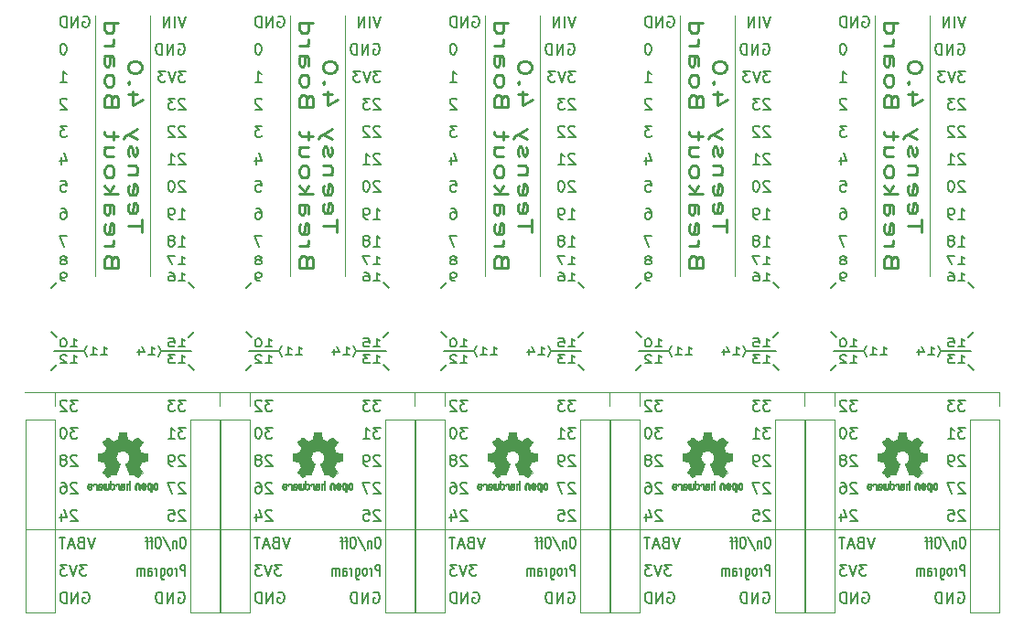
<source format=gbo>
G04 #@! TF.GenerationSoftware,KiCad,Pcbnew,(5.1.5)-3*
G04 #@! TF.CreationDate,2019-12-30T21:57:11-08:00*
G04 #@! TF.ProjectId,teensy40-bb-panel,7465656e-7379-4343-902d-62622d70616e,A*
G04 #@! TF.SameCoordinates,Original*
G04 #@! TF.FileFunction,Legend,Bot*
G04 #@! TF.FilePolarity,Positive*
%FSLAX46Y46*%
G04 Gerber Fmt 4.6, Leading zero omitted, Abs format (unit mm)*
G04 Created by KiCad (PCBNEW (5.1.5)-3) date 2019-12-30 21:57:11*
%MOMM*%
%LPD*%
G04 APERTURE LIST*
%ADD10C,0.203200*%
%ADD11C,0.127000*%
%ADD12C,0.120000*%
%ADD13C,0.190500*%
%ADD14C,0.254000*%
%ADD15C,0.010000*%
G04 APERTURE END LIST*
D10*
X177133794Y-127048380D02*
X177085413Y-127000000D01*
X176988651Y-126951619D01*
X176746746Y-126951619D01*
X176649984Y-127000000D01*
X176601603Y-127048380D01*
X176553222Y-127145142D01*
X176553222Y-127241904D01*
X176601603Y-127387047D01*
X177182175Y-127967619D01*
X176553222Y-127967619D01*
X175682365Y-127290285D02*
X175682365Y-127967619D01*
X175924270Y-126903238D02*
X176166175Y-127628952D01*
X175537222Y-127628952D01*
X159099794Y-127048380D02*
X159051413Y-127000000D01*
X158954651Y-126951619D01*
X158712746Y-126951619D01*
X158615984Y-127000000D01*
X158567603Y-127048380D01*
X158519222Y-127145142D01*
X158519222Y-127241904D01*
X158567603Y-127387047D01*
X159148175Y-127967619D01*
X158519222Y-127967619D01*
X157648365Y-127290285D02*
X157648365Y-127967619D01*
X157890270Y-126903238D02*
X158132175Y-127628952D01*
X157503222Y-127628952D01*
X141065794Y-121968380D02*
X141017413Y-121920000D01*
X140920651Y-121871619D01*
X140678746Y-121871619D01*
X140581984Y-121920000D01*
X140533603Y-121968380D01*
X140485222Y-122065142D01*
X140485222Y-122161904D01*
X140533603Y-122307047D01*
X141114175Y-122887619D01*
X140485222Y-122887619D01*
X139904651Y-122307047D02*
X140001413Y-122258666D01*
X140049794Y-122210285D01*
X140098175Y-122113523D01*
X140098175Y-122065142D01*
X140049794Y-121968380D01*
X140001413Y-121920000D01*
X139904651Y-121871619D01*
X139711127Y-121871619D01*
X139614365Y-121920000D01*
X139565984Y-121968380D01*
X139517603Y-122065142D01*
X139517603Y-122113523D01*
X139565984Y-122210285D01*
X139614365Y-122258666D01*
X139711127Y-122307047D01*
X139904651Y-122307047D01*
X140001413Y-122355428D01*
X140049794Y-122403809D01*
X140098175Y-122500571D01*
X140098175Y-122694095D01*
X140049794Y-122790857D01*
X140001413Y-122839238D01*
X139904651Y-122887619D01*
X139711127Y-122887619D01*
X139614365Y-122839238D01*
X139565984Y-122790857D01*
X139517603Y-122694095D01*
X139517603Y-122500571D01*
X139565984Y-122403809D01*
X139614365Y-122355428D01*
X139711127Y-122307047D01*
X123031794Y-121968380D02*
X122983413Y-121920000D01*
X122886651Y-121871619D01*
X122644746Y-121871619D01*
X122547984Y-121920000D01*
X122499603Y-121968380D01*
X122451222Y-122065142D01*
X122451222Y-122161904D01*
X122499603Y-122307047D01*
X123080175Y-122887619D01*
X122451222Y-122887619D01*
X121870651Y-122307047D02*
X121967413Y-122258666D01*
X122015794Y-122210285D01*
X122064175Y-122113523D01*
X122064175Y-122065142D01*
X122015794Y-121968380D01*
X121967413Y-121920000D01*
X121870651Y-121871619D01*
X121677127Y-121871619D01*
X121580365Y-121920000D01*
X121531984Y-121968380D01*
X121483603Y-122065142D01*
X121483603Y-122113523D01*
X121531984Y-122210285D01*
X121580365Y-122258666D01*
X121677127Y-122307047D01*
X121870651Y-122307047D01*
X121967413Y-122355428D01*
X122015794Y-122403809D01*
X122064175Y-122500571D01*
X122064175Y-122694095D01*
X122015794Y-122790857D01*
X121967413Y-122839238D01*
X121870651Y-122887619D01*
X121677127Y-122887619D01*
X121580365Y-122839238D01*
X121531984Y-122790857D01*
X121483603Y-122694095D01*
X121483603Y-122500571D01*
X121531984Y-122403809D01*
X121580365Y-122355428D01*
X121677127Y-122307047D01*
X176214556Y-101551619D02*
X175537222Y-101551619D01*
X175972651Y-102567619D01*
X140146556Y-101551619D02*
X139469222Y-101551619D01*
X139904651Y-102567619D01*
X122112556Y-101551619D02*
X121435222Y-101551619D01*
X121870651Y-102567619D01*
X159148175Y-116791619D02*
X158519222Y-116791619D01*
X158857889Y-117178666D01*
X158712746Y-117178666D01*
X158615984Y-117227047D01*
X158567603Y-117275428D01*
X158519222Y-117372190D01*
X158519222Y-117614095D01*
X158567603Y-117710857D01*
X158615984Y-117759238D01*
X158712746Y-117807619D01*
X159003032Y-117807619D01*
X159099794Y-117759238D01*
X159148175Y-117710857D01*
X158132175Y-116888380D02*
X158083794Y-116840000D01*
X157987032Y-116791619D01*
X157745127Y-116791619D01*
X157648365Y-116840000D01*
X157599984Y-116888380D01*
X157551603Y-116985142D01*
X157551603Y-117081904D01*
X157599984Y-117227047D01*
X158180556Y-117807619D01*
X157551603Y-117807619D01*
X168511824Y-83820000D02*
X168608586Y-83771619D01*
X168753729Y-83771619D01*
X168898872Y-83820000D01*
X168995634Y-83916761D01*
X169044015Y-84013523D01*
X169092396Y-84207047D01*
X169092396Y-84352190D01*
X169044015Y-84545714D01*
X168995634Y-84642476D01*
X168898872Y-84739238D01*
X168753729Y-84787619D01*
X168656967Y-84787619D01*
X168511824Y-84739238D01*
X168463443Y-84690857D01*
X168463443Y-84352190D01*
X168656967Y-84352190D01*
X168028015Y-84787619D02*
X168028015Y-83771619D01*
X167447443Y-84787619D01*
X167447443Y-83771619D01*
X166963634Y-84787619D02*
X166963634Y-83771619D01*
X166721729Y-83771619D01*
X166576586Y-83820000D01*
X166479824Y-83916761D01*
X166431443Y-84013523D01*
X166383062Y-84207047D01*
X166383062Y-84352190D01*
X166431443Y-84545714D01*
X166479824Y-84642476D01*
X166576586Y-84739238D01*
X166721729Y-84787619D01*
X166963634Y-84787619D01*
X158180556Y-101551619D02*
X157503222Y-101551619D01*
X157938651Y-102567619D01*
X141114175Y-116791619D02*
X140485222Y-116791619D01*
X140823889Y-117178666D01*
X140678746Y-117178666D01*
X140581984Y-117227047D01*
X140533603Y-117275428D01*
X140485222Y-117372190D01*
X140485222Y-117614095D01*
X140533603Y-117710857D01*
X140581984Y-117759238D01*
X140678746Y-117807619D01*
X140969032Y-117807619D01*
X141065794Y-117759238D01*
X141114175Y-117710857D01*
X140098175Y-116888380D02*
X140049794Y-116840000D01*
X139953032Y-116791619D01*
X139711127Y-116791619D01*
X139614365Y-116840000D01*
X139565984Y-116888380D01*
X139517603Y-116985142D01*
X139517603Y-117081904D01*
X139565984Y-117227047D01*
X140146556Y-117807619D01*
X139517603Y-117807619D01*
X150477824Y-83820000D02*
X150574586Y-83771619D01*
X150719729Y-83771619D01*
X150864872Y-83820000D01*
X150961634Y-83916761D01*
X151010015Y-84013523D01*
X151058396Y-84207047D01*
X151058396Y-84352190D01*
X151010015Y-84545714D01*
X150961634Y-84642476D01*
X150864872Y-84739238D01*
X150719729Y-84787619D01*
X150622967Y-84787619D01*
X150477824Y-84739238D01*
X150429443Y-84690857D01*
X150429443Y-84352190D01*
X150622967Y-84352190D01*
X149994015Y-84787619D02*
X149994015Y-83771619D01*
X149413443Y-84787619D01*
X149413443Y-83771619D01*
X148929634Y-84787619D02*
X148929634Y-83771619D01*
X148687729Y-83771619D01*
X148542586Y-83820000D01*
X148445824Y-83916761D01*
X148397443Y-84013523D01*
X148349062Y-84207047D01*
X148349062Y-84352190D01*
X148397443Y-84545714D01*
X148445824Y-84642476D01*
X148542586Y-84739238D01*
X148687729Y-84787619D01*
X148929634Y-84787619D01*
X123080175Y-116791619D02*
X122451222Y-116791619D01*
X122789889Y-117178666D01*
X122644746Y-117178666D01*
X122547984Y-117227047D01*
X122499603Y-117275428D01*
X122451222Y-117372190D01*
X122451222Y-117614095D01*
X122499603Y-117710857D01*
X122547984Y-117759238D01*
X122644746Y-117807619D01*
X122935032Y-117807619D01*
X123031794Y-117759238D01*
X123080175Y-117710857D01*
X122064175Y-116888380D02*
X122015794Y-116840000D01*
X121919032Y-116791619D01*
X121677127Y-116791619D01*
X121580365Y-116840000D01*
X121531984Y-116888380D01*
X121483603Y-116985142D01*
X121483603Y-117081904D01*
X121531984Y-117227047D01*
X122112556Y-117807619D01*
X121483603Y-117807619D01*
X132443824Y-83820000D02*
X132540586Y-83771619D01*
X132685729Y-83771619D01*
X132830872Y-83820000D01*
X132927634Y-83916761D01*
X132976015Y-84013523D01*
X133024396Y-84207047D01*
X133024396Y-84352190D01*
X132976015Y-84545714D01*
X132927634Y-84642476D01*
X132830872Y-84739238D01*
X132685729Y-84787619D01*
X132588967Y-84787619D01*
X132443824Y-84739238D01*
X132395443Y-84690857D01*
X132395443Y-84352190D01*
X132588967Y-84352190D01*
X131960015Y-84787619D02*
X131960015Y-83771619D01*
X131379443Y-84787619D01*
X131379443Y-83771619D01*
X130895634Y-84787619D02*
X130895634Y-83771619D01*
X130653729Y-83771619D01*
X130508586Y-83820000D01*
X130411824Y-83916761D01*
X130363443Y-84013523D01*
X130315062Y-84207047D01*
X130315062Y-84352190D01*
X130363443Y-84545714D01*
X130411824Y-84642476D01*
X130508586Y-84739238D01*
X130653729Y-84787619D01*
X130895634Y-84787619D01*
X177182175Y-116791619D02*
X176553222Y-116791619D01*
X176891889Y-117178666D01*
X176746746Y-117178666D01*
X176649984Y-117227047D01*
X176601603Y-117275428D01*
X176553222Y-117372190D01*
X176553222Y-117614095D01*
X176601603Y-117710857D01*
X176649984Y-117759238D01*
X176746746Y-117807619D01*
X177037032Y-117807619D01*
X177133794Y-117759238D01*
X177182175Y-117710857D01*
X176166175Y-116888380D02*
X176117794Y-116840000D01*
X176021032Y-116791619D01*
X175779127Y-116791619D01*
X175682365Y-116840000D01*
X175633984Y-116888380D01*
X175585603Y-116985142D01*
X175585603Y-117081904D01*
X175633984Y-117227047D01*
X176214556Y-117807619D01*
X175585603Y-117807619D01*
X177133794Y-121968380D02*
X177085413Y-121920000D01*
X176988651Y-121871619D01*
X176746746Y-121871619D01*
X176649984Y-121920000D01*
X176601603Y-121968380D01*
X176553222Y-122065142D01*
X176553222Y-122161904D01*
X176601603Y-122307047D01*
X177182175Y-122887619D01*
X176553222Y-122887619D01*
X175972651Y-122307047D02*
X176069413Y-122258666D01*
X176117794Y-122210285D01*
X176166175Y-122113523D01*
X176166175Y-122065142D01*
X176117794Y-121968380D01*
X176069413Y-121920000D01*
X175972651Y-121871619D01*
X175779127Y-121871619D01*
X175682365Y-121920000D01*
X175633984Y-121968380D01*
X175585603Y-122065142D01*
X175585603Y-122113523D01*
X175633984Y-122210285D01*
X175682365Y-122258666D01*
X175779127Y-122307047D01*
X175972651Y-122307047D01*
X176069413Y-122355428D01*
X176117794Y-122403809D01*
X176166175Y-122500571D01*
X176166175Y-122694095D01*
X176117794Y-122790857D01*
X176069413Y-122839238D01*
X175972651Y-122887619D01*
X175779127Y-122887619D01*
X175682365Y-122839238D01*
X175633984Y-122790857D01*
X175585603Y-122694095D01*
X175585603Y-122500571D01*
X175633984Y-122403809D01*
X175682365Y-122355428D01*
X175779127Y-122307047D01*
X159099794Y-121968380D02*
X159051413Y-121920000D01*
X158954651Y-121871619D01*
X158712746Y-121871619D01*
X158615984Y-121920000D01*
X158567603Y-121968380D01*
X158519222Y-122065142D01*
X158519222Y-122161904D01*
X158567603Y-122307047D01*
X159148175Y-122887619D01*
X158519222Y-122887619D01*
X157938651Y-122307047D02*
X158035413Y-122258666D01*
X158083794Y-122210285D01*
X158132175Y-122113523D01*
X158132175Y-122065142D01*
X158083794Y-121968380D01*
X158035413Y-121920000D01*
X157938651Y-121871619D01*
X157745127Y-121871619D01*
X157648365Y-121920000D01*
X157599984Y-121968380D01*
X157551603Y-122065142D01*
X157551603Y-122113523D01*
X157599984Y-122210285D01*
X157648365Y-122258666D01*
X157745127Y-122307047D01*
X157938651Y-122307047D01*
X158035413Y-122355428D01*
X158083794Y-122403809D01*
X158132175Y-122500571D01*
X158132175Y-122694095D01*
X158083794Y-122790857D01*
X158035413Y-122839238D01*
X157938651Y-122887619D01*
X157745127Y-122887619D01*
X157648365Y-122839238D01*
X157599984Y-122790857D01*
X157551603Y-122694095D01*
X157551603Y-122500571D01*
X157599984Y-122403809D01*
X157648365Y-122355428D01*
X157745127Y-122307047D01*
X141065794Y-127048380D02*
X141017413Y-127000000D01*
X140920651Y-126951619D01*
X140678746Y-126951619D01*
X140581984Y-127000000D01*
X140533603Y-127048380D01*
X140485222Y-127145142D01*
X140485222Y-127241904D01*
X140533603Y-127387047D01*
X141114175Y-127967619D01*
X140485222Y-127967619D01*
X139614365Y-127290285D02*
X139614365Y-127967619D01*
X139856270Y-126903238D02*
X140098175Y-127628952D01*
X139469222Y-127628952D01*
D11*
X102616000Y-114046000D02*
X103124000Y-113538000D01*
X112522000Y-111760000D02*
X112776000Y-112268000D01*
X105664000Y-112268000D02*
X105918000Y-112776000D01*
X105664000Y-112268000D02*
X105918000Y-111760000D01*
D12*
X100266500Y-128778000D02*
X118173500Y-128778000D01*
X124717500Y-81153000D02*
X124717500Y-105283000D01*
D11*
X115316000Y-113538000D02*
X115824000Y-114046000D01*
X112522000Y-112776000D02*
X112776000Y-112268000D01*
X102616000Y-110490000D02*
X103124000Y-110998000D01*
D12*
X106683500Y-81153000D02*
X106683500Y-105283000D01*
X142751500Y-81153000D02*
X142751500Y-105283000D01*
X100198880Y-116018056D02*
X118105880Y-116018056D01*
X111763500Y-81153000D02*
X111763500Y-105283000D01*
D11*
X115316000Y-105918000D02*
X115824000Y-106426000D01*
X115316000Y-110998000D02*
X115824000Y-110490000D01*
X102616000Y-106426000D02*
X103124000Y-105918000D01*
X112776000Y-112268000D02*
X115570000Y-112268000D01*
X102870000Y-112268000D02*
X105664000Y-112268000D01*
X184912000Y-112268000D02*
X187706000Y-112268000D01*
X141732000Y-112268000D02*
X141986000Y-111760000D01*
X123698000Y-112268000D02*
X123952000Y-111760000D01*
D12*
X154300880Y-116018056D02*
X172207880Y-116018056D01*
D11*
X159766000Y-112268000D02*
X160020000Y-111760000D01*
X187452000Y-113538000D02*
X187960000Y-114046000D01*
D12*
X154368500Y-128778000D02*
X172275500Y-128778000D01*
X172334880Y-116018056D02*
X190241880Y-116018056D01*
D11*
X175006000Y-112268000D02*
X177800000Y-112268000D01*
D12*
X172402500Y-128778000D02*
X190309500Y-128778000D01*
D11*
X120904000Y-112268000D02*
X123698000Y-112268000D01*
X166878000Y-112268000D02*
X169672000Y-112268000D01*
D12*
X136334500Y-128778000D02*
X154241500Y-128778000D01*
X136266880Y-116018056D02*
X154173880Y-116018056D01*
D11*
X148844000Y-112268000D02*
X151638000Y-112268000D01*
X130810000Y-112268000D02*
X133604000Y-112268000D01*
D12*
X118232880Y-116018056D02*
X136139880Y-116018056D01*
D11*
X156972000Y-112268000D02*
X159766000Y-112268000D01*
X177800000Y-112268000D02*
X178054000Y-111760000D01*
X184658000Y-111760000D02*
X184912000Y-112268000D01*
X166624000Y-111760000D02*
X166878000Y-112268000D01*
X148590000Y-111760000D02*
X148844000Y-112268000D01*
X130556000Y-111760000D02*
X130810000Y-112268000D01*
D12*
X118300500Y-128778000D02*
X136207500Y-128778000D01*
D11*
X138938000Y-112268000D02*
X141732000Y-112268000D01*
X174752000Y-114046000D02*
X175260000Y-113538000D01*
X120650000Y-110490000D02*
X121158000Y-110998000D01*
X174752000Y-110490000D02*
X175260000Y-110998000D01*
X184658000Y-112776000D02*
X184912000Y-112268000D01*
X138684000Y-106426000D02*
X139192000Y-105918000D01*
D12*
X178819500Y-81153000D02*
X178819500Y-105283000D01*
X160785500Y-81153000D02*
X160785500Y-105283000D01*
D11*
X120650000Y-114046000D02*
X121158000Y-113538000D01*
X138684000Y-114046000D02*
X139192000Y-113538000D01*
X159766000Y-112268000D02*
X160020000Y-112776000D01*
X187452000Y-110998000D02*
X187960000Y-110490000D01*
X187452000Y-105918000D02*
X187960000Y-106426000D01*
X151384000Y-105918000D02*
X151892000Y-106426000D01*
X133350000Y-110998000D02*
X133858000Y-110490000D01*
X133350000Y-105918000D02*
X133858000Y-106426000D01*
X141732000Y-112268000D02*
X141986000Y-112776000D01*
X151384000Y-113538000D02*
X151892000Y-114046000D01*
X156718000Y-114046000D02*
X157226000Y-113538000D01*
X156718000Y-106426000D02*
X157226000Y-105918000D01*
X120650000Y-106426000D02*
X121158000Y-105918000D01*
X123698000Y-112268000D02*
X123952000Y-112776000D01*
X169418000Y-110998000D02*
X169926000Y-110490000D01*
X166624000Y-112776000D02*
X166878000Y-112268000D01*
X177800000Y-112268000D02*
X178054000Y-112776000D01*
X138684000Y-110490000D02*
X139192000Y-110998000D01*
D12*
X183899500Y-81153000D02*
X183899500Y-105283000D01*
X165865500Y-81153000D02*
X165865500Y-105283000D01*
X147831500Y-81153000D02*
X147831500Y-105283000D01*
D11*
X151384000Y-110998000D02*
X151892000Y-110490000D01*
X148590000Y-112776000D02*
X148844000Y-112268000D01*
X174752000Y-106426000D02*
X175260000Y-105918000D01*
D12*
X129797500Y-81153000D02*
X129797500Y-105283000D01*
D11*
X169418000Y-105918000D02*
X169926000Y-106426000D01*
X130556000Y-112776000D02*
X130810000Y-112268000D01*
X169418000Y-113538000D02*
X169926000Y-114046000D01*
X156718000Y-110490000D02*
X157226000Y-110998000D01*
X133350000Y-113538000D02*
X133858000Y-114046000D01*
D10*
X140146556Y-91391619D02*
X139517603Y-91391619D01*
X139856270Y-91778666D01*
X139711127Y-91778666D01*
X139614365Y-91827047D01*
X139565984Y-91875428D01*
X139517603Y-91972190D01*
X139517603Y-92214095D01*
X139565984Y-92310857D01*
X139614365Y-92359238D01*
X139711127Y-92407619D01*
X140001413Y-92407619D01*
X140098175Y-92359238D01*
X140146556Y-92310857D01*
X132443824Y-102567619D02*
X133024396Y-102567619D01*
X132734110Y-102567619D02*
X132734110Y-101551619D01*
X132830872Y-101696761D01*
X132927634Y-101793523D01*
X133024396Y-101841904D01*
X131863253Y-101987047D02*
X131960015Y-101938666D01*
X132008396Y-101890285D01*
X132056777Y-101793523D01*
X132056777Y-101745142D01*
X132008396Y-101648380D01*
X131960015Y-101600000D01*
X131863253Y-101551619D01*
X131669729Y-101551619D01*
X131572967Y-101600000D01*
X131524586Y-101648380D01*
X131476205Y-101745142D01*
X131476205Y-101793523D01*
X131524586Y-101890285D01*
X131572967Y-101938666D01*
X131669729Y-101987047D01*
X131863253Y-101987047D01*
X131960015Y-102035428D01*
X132008396Y-102083809D01*
X132056777Y-102180571D01*
X132056777Y-102374095D01*
X132008396Y-102470857D01*
X131960015Y-102519238D01*
X131863253Y-102567619D01*
X131669729Y-102567619D01*
X131572967Y-102519238D01*
X131524586Y-102470857D01*
X131476205Y-102374095D01*
X131476205Y-102180571D01*
X131524586Y-102083809D01*
X131572967Y-102035428D01*
X131669729Y-101987047D01*
X186545824Y-83820000D02*
X186642586Y-83771619D01*
X186787729Y-83771619D01*
X186932872Y-83820000D01*
X187029634Y-83916761D01*
X187078015Y-84013523D01*
X187126396Y-84207047D01*
X187126396Y-84352190D01*
X187078015Y-84545714D01*
X187029634Y-84642476D01*
X186932872Y-84739238D01*
X186787729Y-84787619D01*
X186690967Y-84787619D01*
X186545824Y-84739238D01*
X186497443Y-84690857D01*
X186497443Y-84352190D01*
X186690967Y-84352190D01*
X186062015Y-84787619D02*
X186062015Y-83771619D01*
X185481443Y-84787619D01*
X185481443Y-83771619D01*
X184997634Y-84787619D02*
X184997634Y-83771619D01*
X184755729Y-83771619D01*
X184610586Y-83820000D01*
X184513824Y-83916761D01*
X184465443Y-84013523D01*
X184417062Y-84207047D01*
X184417062Y-84352190D01*
X184465443Y-84545714D01*
X184513824Y-84642476D01*
X184610586Y-84739238D01*
X184755729Y-84787619D01*
X184997634Y-84787619D01*
X176214556Y-91391619D02*
X175585603Y-91391619D01*
X175924270Y-91778666D01*
X175779127Y-91778666D01*
X175682365Y-91827047D01*
X175633984Y-91875428D01*
X175585603Y-91972190D01*
X175585603Y-92214095D01*
X175633984Y-92310857D01*
X175682365Y-92359238D01*
X175779127Y-92407619D01*
X176069413Y-92407619D01*
X176166175Y-92359238D01*
X176214556Y-92310857D01*
X186545824Y-102567619D02*
X187126396Y-102567619D01*
X186836110Y-102567619D02*
X186836110Y-101551619D01*
X186932872Y-101696761D01*
X187029634Y-101793523D01*
X187126396Y-101841904D01*
X185965253Y-101987047D02*
X186062015Y-101938666D01*
X186110396Y-101890285D01*
X186158777Y-101793523D01*
X186158777Y-101745142D01*
X186110396Y-101648380D01*
X186062015Y-101600000D01*
X185965253Y-101551619D01*
X185771729Y-101551619D01*
X185674967Y-101600000D01*
X185626586Y-101648380D01*
X185578205Y-101745142D01*
X185578205Y-101793523D01*
X185626586Y-101890285D01*
X185674967Y-101938666D01*
X185771729Y-101987047D01*
X185965253Y-101987047D01*
X186062015Y-102035428D01*
X186110396Y-102083809D01*
X186158777Y-102180571D01*
X186158777Y-102374095D01*
X186110396Y-102470857D01*
X186062015Y-102519238D01*
X185965253Y-102567619D01*
X185771729Y-102567619D01*
X185674967Y-102519238D01*
X185626586Y-102470857D01*
X185578205Y-102374095D01*
X185578205Y-102180571D01*
X185626586Y-102083809D01*
X185674967Y-102035428D01*
X185771729Y-101987047D01*
X177714365Y-81280000D02*
X177811127Y-81231619D01*
X177956270Y-81231619D01*
X178101413Y-81280000D01*
X178198175Y-81376761D01*
X178246556Y-81473523D01*
X178294937Y-81667047D01*
X178294937Y-81812190D01*
X178246556Y-82005714D01*
X178198175Y-82102476D01*
X178101413Y-82199238D01*
X177956270Y-82247619D01*
X177859508Y-82247619D01*
X177714365Y-82199238D01*
X177665984Y-82150857D01*
X177665984Y-81812190D01*
X177859508Y-81812190D01*
X177230556Y-82247619D02*
X177230556Y-81231619D01*
X176649984Y-82247619D01*
X176649984Y-81231619D01*
X176166175Y-82247619D02*
X176166175Y-81231619D01*
X175924270Y-81231619D01*
X175779127Y-81280000D01*
X175682365Y-81376761D01*
X175633984Y-81473523D01*
X175585603Y-81667047D01*
X175585603Y-81812190D01*
X175633984Y-82005714D01*
X175682365Y-82102476D01*
X175779127Y-82199238D01*
X175924270Y-82247619D01*
X176166175Y-82247619D01*
X159680365Y-81280000D02*
X159777127Y-81231619D01*
X159922270Y-81231619D01*
X160067413Y-81280000D01*
X160164175Y-81376761D01*
X160212556Y-81473523D01*
X160260937Y-81667047D01*
X160260937Y-81812190D01*
X160212556Y-82005714D01*
X160164175Y-82102476D01*
X160067413Y-82199238D01*
X159922270Y-82247619D01*
X159825508Y-82247619D01*
X159680365Y-82199238D01*
X159631984Y-82150857D01*
X159631984Y-81812190D01*
X159825508Y-81812190D01*
X159196556Y-82247619D02*
X159196556Y-81231619D01*
X158615984Y-82247619D01*
X158615984Y-81231619D01*
X158132175Y-82247619D02*
X158132175Y-81231619D01*
X157890270Y-81231619D01*
X157745127Y-81280000D01*
X157648365Y-81376761D01*
X157599984Y-81473523D01*
X157551603Y-81667047D01*
X157551603Y-81812190D01*
X157599984Y-82005714D01*
X157648365Y-82102476D01*
X157745127Y-82199238D01*
X157890270Y-82247619D01*
X158132175Y-82247619D01*
X168511824Y-102567619D02*
X169092396Y-102567619D01*
X168802110Y-102567619D02*
X168802110Y-101551619D01*
X168898872Y-101696761D01*
X168995634Y-101793523D01*
X169092396Y-101841904D01*
X167931253Y-101987047D02*
X168028015Y-101938666D01*
X168076396Y-101890285D01*
X168124777Y-101793523D01*
X168124777Y-101745142D01*
X168076396Y-101648380D01*
X168028015Y-101600000D01*
X167931253Y-101551619D01*
X167737729Y-101551619D01*
X167640967Y-101600000D01*
X167592586Y-101648380D01*
X167544205Y-101745142D01*
X167544205Y-101793523D01*
X167592586Y-101890285D01*
X167640967Y-101938666D01*
X167737729Y-101987047D01*
X167931253Y-101987047D01*
X168028015Y-102035428D01*
X168076396Y-102083809D01*
X168124777Y-102180571D01*
X168124777Y-102374095D01*
X168076396Y-102470857D01*
X168028015Y-102519238D01*
X167931253Y-102567619D01*
X167737729Y-102567619D01*
X167640967Y-102519238D01*
X167592586Y-102470857D01*
X167544205Y-102374095D01*
X167544205Y-102180571D01*
X167592586Y-102083809D01*
X167640967Y-102035428D01*
X167737729Y-101987047D01*
X122112556Y-91391619D02*
X121483603Y-91391619D01*
X121822270Y-91778666D01*
X121677127Y-91778666D01*
X121580365Y-91827047D01*
X121531984Y-91875428D01*
X121483603Y-91972190D01*
X121483603Y-92214095D01*
X121531984Y-92310857D01*
X121580365Y-92359238D01*
X121677127Y-92407619D01*
X121967413Y-92407619D01*
X122064175Y-92359238D01*
X122112556Y-92310857D01*
X150477824Y-102567619D02*
X151058396Y-102567619D01*
X150768110Y-102567619D02*
X150768110Y-101551619D01*
X150864872Y-101696761D01*
X150961634Y-101793523D01*
X151058396Y-101841904D01*
X149897253Y-101987047D02*
X149994015Y-101938666D01*
X150042396Y-101890285D01*
X150090777Y-101793523D01*
X150090777Y-101745142D01*
X150042396Y-101648380D01*
X149994015Y-101600000D01*
X149897253Y-101551619D01*
X149703729Y-101551619D01*
X149606967Y-101600000D01*
X149558586Y-101648380D01*
X149510205Y-101745142D01*
X149510205Y-101793523D01*
X149558586Y-101890285D01*
X149606967Y-101938666D01*
X149703729Y-101987047D01*
X149897253Y-101987047D01*
X149994015Y-102035428D01*
X150042396Y-102083809D01*
X150090777Y-102180571D01*
X150090777Y-102374095D01*
X150042396Y-102470857D01*
X149994015Y-102519238D01*
X149897253Y-102567619D01*
X149703729Y-102567619D01*
X149606967Y-102519238D01*
X149558586Y-102470857D01*
X149510205Y-102374095D01*
X149510205Y-102180571D01*
X149558586Y-102083809D01*
X149606967Y-102035428D01*
X149703729Y-101987047D01*
X158180556Y-91391619D02*
X157551603Y-91391619D01*
X157890270Y-91778666D01*
X157745127Y-91778666D01*
X157648365Y-91827047D01*
X157599984Y-91875428D01*
X157551603Y-91972190D01*
X157551603Y-92214095D01*
X157599984Y-92310857D01*
X157648365Y-92359238D01*
X157745127Y-92407619D01*
X158035413Y-92407619D01*
X158132175Y-92359238D01*
X158180556Y-92310857D01*
X141646365Y-81280000D02*
X141743127Y-81231619D01*
X141888270Y-81231619D01*
X142033413Y-81280000D01*
X142130175Y-81376761D01*
X142178556Y-81473523D01*
X142226937Y-81667047D01*
X142226937Y-81812190D01*
X142178556Y-82005714D01*
X142130175Y-82102476D01*
X142033413Y-82199238D01*
X141888270Y-82247619D01*
X141791508Y-82247619D01*
X141646365Y-82199238D01*
X141597984Y-82150857D01*
X141597984Y-81812190D01*
X141791508Y-81812190D01*
X141162556Y-82247619D02*
X141162556Y-81231619D01*
X140581984Y-82247619D01*
X140581984Y-81231619D01*
X140098175Y-82247619D02*
X140098175Y-81231619D01*
X139856270Y-81231619D01*
X139711127Y-81280000D01*
X139614365Y-81376761D01*
X139565984Y-81473523D01*
X139517603Y-81667047D01*
X139517603Y-81812190D01*
X139565984Y-82005714D01*
X139614365Y-82102476D01*
X139711127Y-82199238D01*
X139856270Y-82247619D01*
X140098175Y-82247619D01*
X123612365Y-81280000D02*
X123709127Y-81231619D01*
X123854270Y-81231619D01*
X123999413Y-81280000D01*
X124096175Y-81376761D01*
X124144556Y-81473523D01*
X124192937Y-81667047D01*
X124192937Y-81812190D01*
X124144556Y-82005714D01*
X124096175Y-82102476D01*
X123999413Y-82199238D01*
X123854270Y-82247619D01*
X123757508Y-82247619D01*
X123612365Y-82199238D01*
X123563984Y-82150857D01*
X123563984Y-81812190D01*
X123757508Y-81812190D01*
X123128556Y-82247619D02*
X123128556Y-81231619D01*
X122547984Y-82247619D01*
X122547984Y-81231619D01*
X122064175Y-82247619D02*
X122064175Y-81231619D01*
X121822270Y-81231619D01*
X121677127Y-81280000D01*
X121580365Y-81376761D01*
X121531984Y-81473523D01*
X121483603Y-81667047D01*
X121483603Y-81812190D01*
X121531984Y-82005714D01*
X121580365Y-82102476D01*
X121677127Y-82199238D01*
X121822270Y-82247619D01*
X122064175Y-82247619D01*
X151106777Y-119331619D02*
X150477824Y-119331619D01*
X150816491Y-119718666D01*
X150671348Y-119718666D01*
X150574586Y-119767047D01*
X150526205Y-119815428D01*
X150477824Y-119912190D01*
X150477824Y-120154095D01*
X150526205Y-120250857D01*
X150574586Y-120299238D01*
X150671348Y-120347619D01*
X150961634Y-120347619D01*
X151058396Y-120299238D01*
X151106777Y-120250857D01*
X149510205Y-120347619D02*
X150090777Y-120347619D01*
X149800491Y-120347619D02*
X149800491Y-119331619D01*
X149897253Y-119476761D01*
X149994015Y-119573523D01*
X150090777Y-119621904D01*
D13*
X158510967Y-113374714D02*
X159091539Y-113374714D01*
X158801253Y-113374714D02*
X158801253Y-112612714D01*
X158898015Y-112721571D01*
X158994777Y-112794142D01*
X159091539Y-112830428D01*
X158123920Y-112685285D02*
X158075539Y-112649000D01*
X157978777Y-112612714D01*
X157736872Y-112612714D01*
X157640110Y-112649000D01*
X157591729Y-112685285D01*
X157543348Y-112757857D01*
X157543348Y-112830428D01*
X157591729Y-112939285D01*
X158172301Y-113374714D01*
X157543348Y-113374714D01*
D10*
X169189158Y-81231619D02*
X168850491Y-82247619D01*
X168511824Y-81231619D01*
X168173158Y-82247619D02*
X168173158Y-81231619D01*
X167689348Y-82247619D02*
X167689348Y-81231619D01*
X167108777Y-82247619D01*
X167108777Y-81231619D01*
X151155158Y-81231619D02*
X150816491Y-82247619D01*
X150477824Y-81231619D01*
X150139158Y-82247619D02*
X150139158Y-81231619D01*
X149655348Y-82247619D02*
X149655348Y-81231619D01*
X149074777Y-82247619D01*
X149074777Y-81231619D01*
X133121158Y-81231619D02*
X132782491Y-82247619D01*
X132443824Y-81231619D01*
X132105158Y-82247619D02*
X132105158Y-81231619D01*
X131621348Y-82247619D02*
X131621348Y-81231619D01*
X131040777Y-82247619D01*
X131040777Y-81231619D01*
X169092396Y-127048380D02*
X169044015Y-127000000D01*
X168947253Y-126951619D01*
X168705348Y-126951619D01*
X168608586Y-127000000D01*
X168560205Y-127048380D01*
X168511824Y-127145142D01*
X168511824Y-127241904D01*
X168560205Y-127387047D01*
X169140777Y-127967619D01*
X168511824Y-127967619D01*
X167592586Y-126951619D02*
X168076396Y-126951619D01*
X168124777Y-127435428D01*
X168076396Y-127387047D01*
X167979634Y-127338666D01*
X167737729Y-127338666D01*
X167640967Y-127387047D01*
X167592586Y-127435428D01*
X167544205Y-127532190D01*
X167544205Y-127774095D01*
X167592586Y-127870857D01*
X167640967Y-127919238D01*
X167737729Y-127967619D01*
X167979634Y-127967619D01*
X168076396Y-127919238D01*
X168124777Y-127870857D01*
X160019032Y-132031619D02*
X159390080Y-132031619D01*
X159728746Y-132418666D01*
X159583603Y-132418666D01*
X159486841Y-132467047D01*
X159438460Y-132515428D01*
X159390080Y-132612190D01*
X159390080Y-132854095D01*
X159438460Y-132950857D01*
X159486841Y-132999238D01*
X159583603Y-133047619D01*
X159873889Y-133047619D01*
X159970651Y-132999238D01*
X160019032Y-132950857D01*
X159099794Y-132031619D02*
X158761127Y-133047619D01*
X158422460Y-132031619D01*
X158180556Y-132031619D02*
X157551603Y-132031619D01*
X157890270Y-132418666D01*
X157745127Y-132418666D01*
X157648365Y-132467047D01*
X157599984Y-132515428D01*
X157551603Y-132612190D01*
X157551603Y-132854095D01*
X157599984Y-132950857D01*
X157648365Y-132999238D01*
X157745127Y-133047619D01*
X158035413Y-133047619D01*
X158132175Y-132999238D01*
X158180556Y-132950857D01*
X169092396Y-121968380D02*
X169044015Y-121920000D01*
X168947253Y-121871619D01*
X168705348Y-121871619D01*
X168608586Y-121920000D01*
X168560205Y-121968380D01*
X168511824Y-122065142D01*
X168511824Y-122161904D01*
X168560205Y-122307047D01*
X169140777Y-122887619D01*
X168511824Y-122887619D01*
X168028015Y-122887619D02*
X167834491Y-122887619D01*
X167737729Y-122839238D01*
X167689348Y-122790857D01*
X167592586Y-122645714D01*
X167544205Y-122452190D01*
X167544205Y-122065142D01*
X167592586Y-121968380D01*
X167640967Y-121920000D01*
X167737729Y-121871619D01*
X167931253Y-121871619D01*
X168028015Y-121920000D01*
X168076396Y-121968380D01*
X168124777Y-122065142D01*
X168124777Y-122307047D01*
X168076396Y-122403809D01*
X168028015Y-122452190D01*
X167931253Y-122500571D01*
X167737729Y-122500571D01*
X167640967Y-122452190D01*
X167592586Y-122403809D01*
X167544205Y-122307047D01*
X187174777Y-86311619D02*
X186545824Y-86311619D01*
X186884491Y-86698666D01*
X186739348Y-86698666D01*
X186642586Y-86747047D01*
X186594205Y-86795428D01*
X186545824Y-86892190D01*
X186545824Y-87134095D01*
X186594205Y-87230857D01*
X186642586Y-87279238D01*
X186739348Y-87327619D01*
X187029634Y-87327619D01*
X187126396Y-87279238D01*
X187174777Y-87230857D01*
X186255539Y-86311619D02*
X185916872Y-87327619D01*
X185578205Y-86311619D01*
X185336300Y-86311619D02*
X184707348Y-86311619D01*
X185046015Y-86698666D01*
X184900872Y-86698666D01*
X184804110Y-86747047D01*
X184755729Y-86795428D01*
X184707348Y-86892190D01*
X184707348Y-87134095D01*
X184755729Y-87230857D01*
X184804110Y-87279238D01*
X184900872Y-87327619D01*
X185191158Y-87327619D01*
X185287920Y-87279238D01*
X185336300Y-87230857D01*
X159099794Y-124508380D02*
X159051413Y-124460000D01*
X158954651Y-124411619D01*
X158712746Y-124411619D01*
X158615984Y-124460000D01*
X158567603Y-124508380D01*
X158519222Y-124605142D01*
X158519222Y-124701904D01*
X158567603Y-124847047D01*
X159148175Y-125427619D01*
X158519222Y-125427619D01*
X157648365Y-124411619D02*
X157841889Y-124411619D01*
X157938651Y-124460000D01*
X157987032Y-124508380D01*
X158083794Y-124653523D01*
X158132175Y-124847047D01*
X158132175Y-125234095D01*
X158083794Y-125330857D01*
X158035413Y-125379238D01*
X157938651Y-125427619D01*
X157745127Y-125427619D01*
X157648365Y-125379238D01*
X157599984Y-125330857D01*
X157551603Y-125234095D01*
X157551603Y-124992190D01*
X157599984Y-124895428D01*
X157648365Y-124847047D01*
X157745127Y-124798666D01*
X157938651Y-124798666D01*
X158035413Y-124847047D01*
X158083794Y-124895428D01*
X158132175Y-124992190D01*
X169140777Y-86311619D02*
X168511824Y-86311619D01*
X168850491Y-86698666D01*
X168705348Y-86698666D01*
X168608586Y-86747047D01*
X168560205Y-86795428D01*
X168511824Y-86892190D01*
X168511824Y-87134095D01*
X168560205Y-87230857D01*
X168608586Y-87279238D01*
X168705348Y-87327619D01*
X168995634Y-87327619D01*
X169092396Y-87279238D01*
X169140777Y-87230857D01*
X168221539Y-86311619D02*
X167882872Y-87327619D01*
X167544205Y-86311619D01*
X167302300Y-86311619D02*
X166673348Y-86311619D01*
X167012015Y-86698666D01*
X166866872Y-86698666D01*
X166770110Y-86747047D01*
X166721729Y-86795428D01*
X166673348Y-86892190D01*
X166673348Y-87134095D01*
X166721729Y-87230857D01*
X166770110Y-87279238D01*
X166866872Y-87327619D01*
X167157158Y-87327619D01*
X167253920Y-87279238D01*
X167302300Y-87230857D01*
X151106777Y-86311619D02*
X150477824Y-86311619D01*
X150816491Y-86698666D01*
X150671348Y-86698666D01*
X150574586Y-86747047D01*
X150526205Y-86795428D01*
X150477824Y-86892190D01*
X150477824Y-87134095D01*
X150526205Y-87230857D01*
X150574586Y-87279238D01*
X150671348Y-87327619D01*
X150961634Y-87327619D01*
X151058396Y-87279238D01*
X151106777Y-87230857D01*
X150187539Y-86311619D02*
X149848872Y-87327619D01*
X149510205Y-86311619D01*
X149268300Y-86311619D02*
X148639348Y-86311619D01*
X148978015Y-86698666D01*
X148832872Y-86698666D01*
X148736110Y-86747047D01*
X148687729Y-86795428D01*
X148639348Y-86892190D01*
X148639348Y-87134095D01*
X148687729Y-87230857D01*
X148736110Y-87279238D01*
X148832872Y-87327619D01*
X149123158Y-87327619D01*
X149219920Y-87279238D01*
X149268300Y-87230857D01*
X133072777Y-86311619D02*
X132443824Y-86311619D01*
X132782491Y-86698666D01*
X132637348Y-86698666D01*
X132540586Y-86747047D01*
X132492205Y-86795428D01*
X132443824Y-86892190D01*
X132443824Y-87134095D01*
X132492205Y-87230857D01*
X132540586Y-87279238D01*
X132637348Y-87327619D01*
X132927634Y-87327619D01*
X133024396Y-87279238D01*
X133072777Y-87230857D01*
X132153539Y-86311619D02*
X131814872Y-87327619D01*
X131476205Y-86311619D01*
X131234300Y-86311619D02*
X130605348Y-86311619D01*
X130944015Y-86698666D01*
X130798872Y-86698666D01*
X130702110Y-86747047D01*
X130653729Y-86795428D01*
X130605348Y-86892190D01*
X130605348Y-87134095D01*
X130653729Y-87230857D01*
X130702110Y-87279238D01*
X130798872Y-87327619D01*
X131089158Y-87327619D01*
X131185920Y-87279238D01*
X131234300Y-87230857D01*
D13*
X176544967Y-113374714D02*
X177125539Y-113374714D01*
X176835253Y-113374714D02*
X176835253Y-112612714D01*
X176932015Y-112721571D01*
X177028777Y-112794142D01*
X177125539Y-112830428D01*
X176157920Y-112685285D02*
X176109539Y-112649000D01*
X176012777Y-112612714D01*
X175770872Y-112612714D01*
X175674110Y-112649000D01*
X175625729Y-112685285D01*
X175577348Y-112757857D01*
X175577348Y-112830428D01*
X175625729Y-112939285D01*
X176206301Y-113374714D01*
X175577348Y-113374714D01*
D10*
X169092396Y-88948380D02*
X169044015Y-88900000D01*
X168947253Y-88851619D01*
X168705348Y-88851619D01*
X168608586Y-88900000D01*
X168560205Y-88948380D01*
X168511824Y-89045142D01*
X168511824Y-89141904D01*
X168560205Y-89287047D01*
X169140777Y-89867619D01*
X168511824Y-89867619D01*
X168173158Y-88851619D02*
X167544205Y-88851619D01*
X167882872Y-89238666D01*
X167737729Y-89238666D01*
X167640967Y-89287047D01*
X167592586Y-89335428D01*
X167544205Y-89432190D01*
X167544205Y-89674095D01*
X167592586Y-89770857D01*
X167640967Y-89819238D01*
X167737729Y-89867619D01*
X168028015Y-89867619D01*
X168124777Y-89819238D01*
X168173158Y-89770857D01*
X151058396Y-88948380D02*
X151010015Y-88900000D01*
X150913253Y-88851619D01*
X150671348Y-88851619D01*
X150574586Y-88900000D01*
X150526205Y-88948380D01*
X150477824Y-89045142D01*
X150477824Y-89141904D01*
X150526205Y-89287047D01*
X151106777Y-89867619D01*
X150477824Y-89867619D01*
X150139158Y-88851619D02*
X149510205Y-88851619D01*
X149848872Y-89238666D01*
X149703729Y-89238666D01*
X149606967Y-89287047D01*
X149558586Y-89335428D01*
X149510205Y-89432190D01*
X149510205Y-89674095D01*
X149558586Y-89770857D01*
X149606967Y-89819238D01*
X149703729Y-89867619D01*
X149994015Y-89867619D01*
X150090777Y-89819238D01*
X150139158Y-89770857D01*
X187126396Y-88948380D02*
X187078015Y-88900000D01*
X186981253Y-88851619D01*
X186739348Y-88851619D01*
X186642586Y-88900000D01*
X186594205Y-88948380D01*
X186545824Y-89045142D01*
X186545824Y-89141904D01*
X186594205Y-89287047D01*
X187174777Y-89867619D01*
X186545824Y-89867619D01*
X186207158Y-88851619D02*
X185578205Y-88851619D01*
X185916872Y-89238666D01*
X185771729Y-89238666D01*
X185674967Y-89287047D01*
X185626586Y-89335428D01*
X185578205Y-89432190D01*
X185578205Y-89674095D01*
X185626586Y-89770857D01*
X185674967Y-89819238D01*
X185771729Y-89867619D01*
X186062015Y-89867619D01*
X186158777Y-89819238D01*
X186207158Y-89770857D01*
X169140777Y-119331619D02*
X168511824Y-119331619D01*
X168850491Y-119718666D01*
X168705348Y-119718666D01*
X168608586Y-119767047D01*
X168560205Y-119815428D01*
X168511824Y-119912190D01*
X168511824Y-120154095D01*
X168560205Y-120250857D01*
X168608586Y-120299238D01*
X168705348Y-120347619D01*
X168995634Y-120347619D01*
X169092396Y-120299238D01*
X169140777Y-120250857D01*
X167544205Y-120347619D02*
X168124777Y-120347619D01*
X167834491Y-120347619D02*
X167834491Y-119331619D01*
X167931253Y-119476761D01*
X168028015Y-119573523D01*
X168124777Y-119621904D01*
D13*
X183760079Y-112612714D02*
X184340651Y-112612714D01*
X184050365Y-112612714D02*
X184050365Y-111850714D01*
X184147127Y-111959571D01*
X184243889Y-112032142D01*
X184340651Y-112068428D01*
X182889222Y-112104714D02*
X182889222Y-112612714D01*
X183131127Y-111814428D02*
X183373032Y-112358714D01*
X182744079Y-112358714D01*
D10*
X187126396Y-127048380D02*
X187078015Y-127000000D01*
X186981253Y-126951619D01*
X186739348Y-126951619D01*
X186642586Y-127000000D01*
X186594205Y-127048380D01*
X186545824Y-127145142D01*
X186545824Y-127241904D01*
X186594205Y-127387047D01*
X187174777Y-127967619D01*
X186545824Y-127967619D01*
X185626586Y-126951619D02*
X186110396Y-126951619D01*
X186158777Y-127435428D01*
X186110396Y-127387047D01*
X186013634Y-127338666D01*
X185771729Y-127338666D01*
X185674967Y-127387047D01*
X185626586Y-127435428D01*
X185578205Y-127532190D01*
X185578205Y-127774095D01*
X185626586Y-127870857D01*
X185674967Y-127919238D01*
X185771729Y-127967619D01*
X186013634Y-127967619D01*
X186110396Y-127919238D01*
X186158777Y-127870857D01*
X133024396Y-121968380D02*
X132976015Y-121920000D01*
X132879253Y-121871619D01*
X132637348Y-121871619D01*
X132540586Y-121920000D01*
X132492205Y-121968380D01*
X132443824Y-122065142D01*
X132443824Y-122161904D01*
X132492205Y-122307047D01*
X133072777Y-122887619D01*
X132443824Y-122887619D01*
X131960015Y-122887619D02*
X131766491Y-122887619D01*
X131669729Y-122839238D01*
X131621348Y-122790857D01*
X131524586Y-122645714D01*
X131476205Y-122452190D01*
X131476205Y-122065142D01*
X131524586Y-121968380D01*
X131572967Y-121920000D01*
X131669729Y-121871619D01*
X131863253Y-121871619D01*
X131960015Y-121920000D01*
X132008396Y-121968380D01*
X132056777Y-122065142D01*
X132056777Y-122307047D01*
X132008396Y-122403809D01*
X131960015Y-122452190D01*
X131863253Y-122500571D01*
X131669729Y-122500571D01*
X131572967Y-122452190D01*
X131524586Y-122403809D01*
X131476205Y-122307047D01*
X177133794Y-124508380D02*
X177085413Y-124460000D01*
X176988651Y-124411619D01*
X176746746Y-124411619D01*
X176649984Y-124460000D01*
X176601603Y-124508380D01*
X176553222Y-124605142D01*
X176553222Y-124701904D01*
X176601603Y-124847047D01*
X177182175Y-125427619D01*
X176553222Y-125427619D01*
X175682365Y-124411619D02*
X175875889Y-124411619D01*
X175972651Y-124460000D01*
X176021032Y-124508380D01*
X176117794Y-124653523D01*
X176166175Y-124847047D01*
X176166175Y-125234095D01*
X176117794Y-125330857D01*
X176069413Y-125379238D01*
X175972651Y-125427619D01*
X175779127Y-125427619D01*
X175682365Y-125379238D01*
X175633984Y-125330857D01*
X175585603Y-125234095D01*
X175585603Y-124992190D01*
X175633984Y-124895428D01*
X175682365Y-124847047D01*
X175779127Y-124798666D01*
X175972651Y-124798666D01*
X176069413Y-124847047D01*
X176117794Y-124895428D01*
X176166175Y-124992190D01*
X123031794Y-124508380D02*
X122983413Y-124460000D01*
X122886651Y-124411619D01*
X122644746Y-124411619D01*
X122547984Y-124460000D01*
X122499603Y-124508380D01*
X122451222Y-124605142D01*
X122451222Y-124701904D01*
X122499603Y-124847047D01*
X123080175Y-125427619D01*
X122451222Y-125427619D01*
X121580365Y-124411619D02*
X121773889Y-124411619D01*
X121870651Y-124460000D01*
X121919032Y-124508380D01*
X122015794Y-124653523D01*
X122064175Y-124847047D01*
X122064175Y-125234095D01*
X122015794Y-125330857D01*
X121967413Y-125379238D01*
X121870651Y-125427619D01*
X121677127Y-125427619D01*
X121580365Y-125379238D01*
X121531984Y-125330857D01*
X121483603Y-125234095D01*
X121483603Y-124992190D01*
X121531984Y-124895428D01*
X121580365Y-124847047D01*
X121677127Y-124798666D01*
X121870651Y-124798666D01*
X121967413Y-124847047D01*
X122015794Y-124895428D01*
X122064175Y-124992190D01*
X187174777Y-119331619D02*
X186545824Y-119331619D01*
X186884491Y-119718666D01*
X186739348Y-119718666D01*
X186642586Y-119767047D01*
X186594205Y-119815428D01*
X186545824Y-119912190D01*
X186545824Y-120154095D01*
X186594205Y-120250857D01*
X186642586Y-120299238D01*
X186739348Y-120347619D01*
X187029634Y-120347619D01*
X187126396Y-120299238D01*
X187174777Y-120250857D01*
X185578205Y-120347619D02*
X186158777Y-120347619D01*
X185868491Y-120347619D02*
X185868491Y-119331619D01*
X185965253Y-119476761D01*
X186062015Y-119573523D01*
X186158777Y-119621904D01*
X133072777Y-119331619D02*
X132443824Y-119331619D01*
X132782491Y-119718666D01*
X132637348Y-119718666D01*
X132540586Y-119767047D01*
X132492205Y-119815428D01*
X132443824Y-119912190D01*
X132443824Y-120154095D01*
X132492205Y-120250857D01*
X132540586Y-120299238D01*
X132637348Y-120347619D01*
X132927634Y-120347619D01*
X133024396Y-120299238D01*
X133072777Y-120250857D01*
X131476205Y-120347619D02*
X132056777Y-120347619D01*
X131766491Y-120347619D02*
X131766491Y-119331619D01*
X131863253Y-119476761D01*
X131960015Y-119573523D01*
X132056777Y-119621904D01*
X123951032Y-132031619D02*
X123322080Y-132031619D01*
X123660746Y-132418666D01*
X123515603Y-132418666D01*
X123418841Y-132467047D01*
X123370460Y-132515428D01*
X123322080Y-132612190D01*
X123322080Y-132854095D01*
X123370460Y-132950857D01*
X123418841Y-132999238D01*
X123515603Y-133047619D01*
X123805889Y-133047619D01*
X123902651Y-132999238D01*
X123951032Y-132950857D01*
X123031794Y-132031619D02*
X122693127Y-133047619D01*
X122354460Y-132031619D01*
X122112556Y-132031619D02*
X121483603Y-132031619D01*
X121822270Y-132418666D01*
X121677127Y-132418666D01*
X121580365Y-132467047D01*
X121531984Y-132515428D01*
X121483603Y-132612190D01*
X121483603Y-132854095D01*
X121531984Y-132950857D01*
X121580365Y-132999238D01*
X121677127Y-133047619D01*
X121967413Y-133047619D01*
X122064175Y-132999238D01*
X122112556Y-132950857D01*
D13*
X187001603Y-129491619D02*
X186856460Y-129491619D01*
X186783889Y-129540000D01*
X186711317Y-129636761D01*
X186675032Y-129830285D01*
X186675032Y-130168952D01*
X186711317Y-130362476D01*
X186783889Y-130459238D01*
X186856460Y-130507619D01*
X187001603Y-130507619D01*
X187074175Y-130459238D01*
X187146746Y-130362476D01*
X187183032Y-130168952D01*
X187183032Y-129830285D01*
X187146746Y-129636761D01*
X187074175Y-129540000D01*
X187001603Y-129491619D01*
X186348460Y-129830285D02*
X186348460Y-130507619D01*
X186348460Y-129927047D02*
X186312175Y-129878666D01*
X186239603Y-129830285D01*
X186130746Y-129830285D01*
X186058175Y-129878666D01*
X186021889Y-129975428D01*
X186021889Y-130507619D01*
X185114746Y-129443238D02*
X185767889Y-130749523D01*
X184715603Y-129491619D02*
X184570460Y-129491619D01*
X184497889Y-129540000D01*
X184425317Y-129636761D01*
X184389032Y-129830285D01*
X184389032Y-130168952D01*
X184425317Y-130362476D01*
X184497889Y-130459238D01*
X184570460Y-130507619D01*
X184715603Y-130507619D01*
X184788175Y-130459238D01*
X184860746Y-130362476D01*
X184897032Y-130168952D01*
X184897032Y-129830285D01*
X184860746Y-129636761D01*
X184788175Y-129540000D01*
X184715603Y-129491619D01*
X184171317Y-129830285D02*
X183881032Y-129830285D01*
X184062460Y-130507619D02*
X184062460Y-129636761D01*
X184026175Y-129540000D01*
X183953603Y-129491619D01*
X183881032Y-129491619D01*
X183735889Y-129830285D02*
X183445603Y-129830285D01*
X183627032Y-130507619D02*
X183627032Y-129636761D01*
X183590746Y-129540000D01*
X183518175Y-129491619D01*
X183445603Y-129491619D01*
D10*
X133024396Y-91488380D02*
X132976015Y-91440000D01*
X132879253Y-91391619D01*
X132637348Y-91391619D01*
X132540586Y-91440000D01*
X132492205Y-91488380D01*
X132443824Y-91585142D01*
X132443824Y-91681904D01*
X132492205Y-91827047D01*
X133072777Y-92407619D01*
X132443824Y-92407619D01*
X132056777Y-91488380D02*
X132008396Y-91440000D01*
X131911634Y-91391619D01*
X131669729Y-91391619D01*
X131572967Y-91440000D01*
X131524586Y-91488380D01*
X131476205Y-91585142D01*
X131476205Y-91681904D01*
X131524586Y-91827047D01*
X132105158Y-92407619D01*
X131476205Y-92407619D01*
D13*
X168967603Y-129491619D02*
X168822460Y-129491619D01*
X168749889Y-129540000D01*
X168677317Y-129636761D01*
X168641032Y-129830285D01*
X168641032Y-130168952D01*
X168677317Y-130362476D01*
X168749889Y-130459238D01*
X168822460Y-130507619D01*
X168967603Y-130507619D01*
X169040175Y-130459238D01*
X169112746Y-130362476D01*
X169149032Y-130168952D01*
X169149032Y-129830285D01*
X169112746Y-129636761D01*
X169040175Y-129540000D01*
X168967603Y-129491619D01*
X168314460Y-129830285D02*
X168314460Y-130507619D01*
X168314460Y-129927047D02*
X168278175Y-129878666D01*
X168205603Y-129830285D01*
X168096746Y-129830285D01*
X168024175Y-129878666D01*
X167987889Y-129975428D01*
X167987889Y-130507619D01*
X167080746Y-129443238D02*
X167733889Y-130749523D01*
X166681603Y-129491619D02*
X166536460Y-129491619D01*
X166463889Y-129540000D01*
X166391317Y-129636761D01*
X166355032Y-129830285D01*
X166355032Y-130168952D01*
X166391317Y-130362476D01*
X166463889Y-130459238D01*
X166536460Y-130507619D01*
X166681603Y-130507619D01*
X166754175Y-130459238D01*
X166826746Y-130362476D01*
X166863032Y-130168952D01*
X166863032Y-129830285D01*
X166826746Y-129636761D01*
X166754175Y-129540000D01*
X166681603Y-129491619D01*
X166137317Y-129830285D02*
X165847032Y-129830285D01*
X166028460Y-130507619D02*
X166028460Y-129636761D01*
X165992175Y-129540000D01*
X165919603Y-129491619D01*
X165847032Y-129491619D01*
X165701889Y-129830285D02*
X165411603Y-129830285D01*
X165593032Y-130507619D02*
X165593032Y-129636761D01*
X165556746Y-129540000D01*
X165484175Y-129491619D01*
X165411603Y-129491619D01*
X165726079Y-112612714D02*
X166306651Y-112612714D01*
X166016365Y-112612714D02*
X166016365Y-111850714D01*
X166113127Y-111959571D01*
X166209889Y-112032142D01*
X166306651Y-112068428D01*
X164855222Y-112104714D02*
X164855222Y-112612714D01*
X165097127Y-111814428D02*
X165339032Y-112358714D01*
X164710079Y-112358714D01*
D10*
X139614365Y-99011619D02*
X139807889Y-99011619D01*
X139904651Y-99060000D01*
X139953032Y-99108380D01*
X140049794Y-99253523D01*
X140098175Y-99447047D01*
X140098175Y-99834095D01*
X140049794Y-99930857D01*
X140001413Y-99979238D01*
X139904651Y-100027619D01*
X139711127Y-100027619D01*
X139614365Y-99979238D01*
X139565984Y-99930857D01*
X139517603Y-99834095D01*
X139517603Y-99592190D01*
X139565984Y-99495428D01*
X139614365Y-99447047D01*
X139711127Y-99398666D01*
X139904651Y-99398666D01*
X140001413Y-99447047D01*
X140049794Y-99495428D01*
X140098175Y-99592190D01*
X121580365Y-99011619D02*
X121773889Y-99011619D01*
X121870651Y-99060000D01*
X121919032Y-99108380D01*
X122015794Y-99253523D01*
X122064175Y-99447047D01*
X122064175Y-99834095D01*
X122015794Y-99930857D01*
X121967413Y-99979238D01*
X121870651Y-100027619D01*
X121677127Y-100027619D01*
X121580365Y-99979238D01*
X121531984Y-99930857D01*
X121483603Y-99834095D01*
X121483603Y-99592190D01*
X121531984Y-99495428D01*
X121580365Y-99447047D01*
X121677127Y-99398666D01*
X121870651Y-99398666D01*
X121967413Y-99447047D01*
X122015794Y-99495428D01*
X122064175Y-99592190D01*
X169092396Y-91488380D02*
X169044015Y-91440000D01*
X168947253Y-91391619D01*
X168705348Y-91391619D01*
X168608586Y-91440000D01*
X168560205Y-91488380D01*
X168511824Y-91585142D01*
X168511824Y-91681904D01*
X168560205Y-91827047D01*
X169140777Y-92407619D01*
X168511824Y-92407619D01*
X168124777Y-91488380D02*
X168076396Y-91440000D01*
X167979634Y-91391619D01*
X167737729Y-91391619D01*
X167640967Y-91440000D01*
X167592586Y-91488380D01*
X167544205Y-91585142D01*
X167544205Y-91681904D01*
X167592586Y-91827047D01*
X168173158Y-92407619D01*
X167544205Y-92407619D01*
X187126396Y-121968380D02*
X187078015Y-121920000D01*
X186981253Y-121871619D01*
X186739348Y-121871619D01*
X186642586Y-121920000D01*
X186594205Y-121968380D01*
X186545824Y-122065142D01*
X186545824Y-122161904D01*
X186594205Y-122307047D01*
X187174777Y-122887619D01*
X186545824Y-122887619D01*
X186062015Y-122887619D02*
X185868491Y-122887619D01*
X185771729Y-122839238D01*
X185723348Y-122790857D01*
X185626586Y-122645714D01*
X185578205Y-122452190D01*
X185578205Y-122065142D01*
X185626586Y-121968380D01*
X185674967Y-121920000D01*
X185771729Y-121871619D01*
X185965253Y-121871619D01*
X186062015Y-121920000D01*
X186110396Y-121968380D01*
X186158777Y-122065142D01*
X186158777Y-122307047D01*
X186110396Y-122403809D01*
X186062015Y-122452190D01*
X185965253Y-122500571D01*
X185771729Y-122500571D01*
X185674967Y-122452190D01*
X185626586Y-122403809D01*
X185578205Y-122307047D01*
X151058396Y-127048380D02*
X151010015Y-127000000D01*
X150913253Y-126951619D01*
X150671348Y-126951619D01*
X150574586Y-127000000D01*
X150526205Y-127048380D01*
X150477824Y-127145142D01*
X150477824Y-127241904D01*
X150526205Y-127387047D01*
X151106777Y-127967619D01*
X150477824Y-127967619D01*
X149558586Y-126951619D02*
X150042396Y-126951619D01*
X150090777Y-127435428D01*
X150042396Y-127387047D01*
X149945634Y-127338666D01*
X149703729Y-127338666D01*
X149606967Y-127387047D01*
X149558586Y-127435428D01*
X149510205Y-127532190D01*
X149510205Y-127774095D01*
X149558586Y-127870857D01*
X149606967Y-127919238D01*
X149703729Y-127967619D01*
X149945634Y-127967619D01*
X150042396Y-127919238D01*
X150090777Y-127870857D01*
X151058396Y-121968380D02*
X151010015Y-121920000D01*
X150913253Y-121871619D01*
X150671348Y-121871619D01*
X150574586Y-121920000D01*
X150526205Y-121968380D01*
X150477824Y-122065142D01*
X150477824Y-122161904D01*
X150526205Y-122307047D01*
X151106777Y-122887619D01*
X150477824Y-122887619D01*
X149994015Y-122887619D02*
X149800491Y-122887619D01*
X149703729Y-122839238D01*
X149655348Y-122790857D01*
X149558586Y-122645714D01*
X149510205Y-122452190D01*
X149510205Y-122065142D01*
X149558586Y-121968380D01*
X149606967Y-121920000D01*
X149703729Y-121871619D01*
X149897253Y-121871619D01*
X149994015Y-121920000D01*
X150042396Y-121968380D01*
X150090777Y-122065142D01*
X150090777Y-122307047D01*
X150042396Y-122403809D01*
X149994015Y-122452190D01*
X149897253Y-122500571D01*
X149703729Y-122500571D01*
X149606967Y-122452190D01*
X149558586Y-122403809D01*
X149510205Y-122307047D01*
X169140777Y-116791619D02*
X168511824Y-116791619D01*
X168850491Y-117178666D01*
X168705348Y-117178666D01*
X168608586Y-117227047D01*
X168560205Y-117275428D01*
X168511824Y-117372190D01*
X168511824Y-117614095D01*
X168560205Y-117710857D01*
X168608586Y-117759238D01*
X168705348Y-117807619D01*
X168995634Y-117807619D01*
X169092396Y-117759238D01*
X169140777Y-117710857D01*
X168173158Y-116791619D02*
X167544205Y-116791619D01*
X167882872Y-117178666D01*
X167737729Y-117178666D01*
X167640967Y-117227047D01*
X167592586Y-117275428D01*
X167544205Y-117372190D01*
X167544205Y-117614095D01*
X167592586Y-117710857D01*
X167640967Y-117759238D01*
X167737729Y-117807619D01*
X168028015Y-117807619D01*
X168124777Y-117759238D01*
X168173158Y-117710857D01*
X151106777Y-116791619D02*
X150477824Y-116791619D01*
X150816491Y-117178666D01*
X150671348Y-117178666D01*
X150574586Y-117227047D01*
X150526205Y-117275428D01*
X150477824Y-117372190D01*
X150477824Y-117614095D01*
X150526205Y-117710857D01*
X150574586Y-117759238D01*
X150671348Y-117807619D01*
X150961634Y-117807619D01*
X151058396Y-117759238D01*
X151106777Y-117710857D01*
X150139158Y-116791619D02*
X149510205Y-116791619D01*
X149848872Y-117178666D01*
X149703729Y-117178666D01*
X149606967Y-117227047D01*
X149558586Y-117275428D01*
X149510205Y-117372190D01*
X149510205Y-117614095D01*
X149558586Y-117710857D01*
X149606967Y-117759238D01*
X149703729Y-117807619D01*
X149994015Y-117807619D01*
X150090777Y-117759238D01*
X150139158Y-117710857D01*
X151058396Y-91488380D02*
X151010015Y-91440000D01*
X150913253Y-91391619D01*
X150671348Y-91391619D01*
X150574586Y-91440000D01*
X150526205Y-91488380D01*
X150477824Y-91585142D01*
X150477824Y-91681904D01*
X150526205Y-91827047D01*
X151106777Y-92407619D01*
X150477824Y-92407619D01*
X150090777Y-91488380D02*
X150042396Y-91440000D01*
X149945634Y-91391619D01*
X149703729Y-91391619D01*
X149606967Y-91440000D01*
X149558586Y-91488380D01*
X149510205Y-91585142D01*
X149510205Y-91681904D01*
X149558586Y-91827047D01*
X150139158Y-92407619D01*
X149510205Y-92407619D01*
X133072777Y-116791619D02*
X132443824Y-116791619D01*
X132782491Y-117178666D01*
X132637348Y-117178666D01*
X132540586Y-117227047D01*
X132492205Y-117275428D01*
X132443824Y-117372190D01*
X132443824Y-117614095D01*
X132492205Y-117710857D01*
X132540586Y-117759238D01*
X132637348Y-117807619D01*
X132927634Y-117807619D01*
X133024396Y-117759238D01*
X133072777Y-117710857D01*
X132105158Y-116791619D02*
X131476205Y-116791619D01*
X131814872Y-117178666D01*
X131669729Y-117178666D01*
X131572967Y-117227047D01*
X131524586Y-117275428D01*
X131476205Y-117372190D01*
X131476205Y-117614095D01*
X131524586Y-117710857D01*
X131572967Y-117759238D01*
X131669729Y-117807619D01*
X131960015Y-117807619D01*
X132056777Y-117759238D01*
X132105158Y-117710857D01*
X123031794Y-127048380D02*
X122983413Y-127000000D01*
X122886651Y-126951619D01*
X122644746Y-126951619D01*
X122547984Y-127000000D01*
X122499603Y-127048380D01*
X122451222Y-127145142D01*
X122451222Y-127241904D01*
X122499603Y-127387047D01*
X123080175Y-127967619D01*
X122451222Y-127967619D01*
X121580365Y-127290285D02*
X121580365Y-127967619D01*
X121822270Y-126903238D02*
X122064175Y-127628952D01*
X121435222Y-127628952D01*
D13*
X129658079Y-112612714D02*
X130238651Y-112612714D01*
X129948365Y-112612714D02*
X129948365Y-111850714D01*
X130045127Y-111959571D01*
X130141889Y-112032142D01*
X130238651Y-112068428D01*
X128787222Y-112104714D02*
X128787222Y-112612714D01*
X129029127Y-111814428D02*
X129271032Y-112358714D01*
X128642079Y-112358714D01*
D10*
X133024396Y-127048380D02*
X132976015Y-127000000D01*
X132879253Y-126951619D01*
X132637348Y-126951619D01*
X132540586Y-127000000D01*
X132492205Y-127048380D01*
X132443824Y-127145142D01*
X132443824Y-127241904D01*
X132492205Y-127387047D01*
X133072777Y-127967619D01*
X132443824Y-127967619D01*
X131524586Y-126951619D02*
X132008396Y-126951619D01*
X132056777Y-127435428D01*
X132008396Y-127387047D01*
X131911634Y-127338666D01*
X131669729Y-127338666D01*
X131572967Y-127387047D01*
X131524586Y-127435428D01*
X131476205Y-127532190D01*
X131476205Y-127774095D01*
X131524586Y-127870857D01*
X131572967Y-127919238D01*
X131669729Y-127967619D01*
X131911634Y-127967619D01*
X132008396Y-127919238D01*
X132056777Y-127870857D01*
X187174777Y-116791619D02*
X186545824Y-116791619D01*
X186884491Y-117178666D01*
X186739348Y-117178666D01*
X186642586Y-117227047D01*
X186594205Y-117275428D01*
X186545824Y-117372190D01*
X186545824Y-117614095D01*
X186594205Y-117710857D01*
X186642586Y-117759238D01*
X186739348Y-117807619D01*
X187029634Y-117807619D01*
X187126396Y-117759238D01*
X187174777Y-117710857D01*
X186207158Y-116791619D02*
X185578205Y-116791619D01*
X185916872Y-117178666D01*
X185771729Y-117178666D01*
X185674967Y-117227047D01*
X185626586Y-117275428D01*
X185578205Y-117372190D01*
X185578205Y-117614095D01*
X185626586Y-117710857D01*
X185674967Y-117759238D01*
X185771729Y-117807619D01*
X186062015Y-117807619D01*
X186158777Y-117759238D01*
X186207158Y-117710857D01*
X139614365Y-94270285D02*
X139614365Y-94947619D01*
X139856270Y-93883238D02*
X140098175Y-94608952D01*
X139469222Y-94608952D01*
X121580365Y-94270285D02*
X121580365Y-94947619D01*
X121822270Y-93883238D02*
X122064175Y-94608952D01*
X121435222Y-94608952D01*
D13*
X150933603Y-129491619D02*
X150788460Y-129491619D01*
X150715889Y-129540000D01*
X150643317Y-129636761D01*
X150607032Y-129830285D01*
X150607032Y-130168952D01*
X150643317Y-130362476D01*
X150715889Y-130459238D01*
X150788460Y-130507619D01*
X150933603Y-130507619D01*
X151006175Y-130459238D01*
X151078746Y-130362476D01*
X151115032Y-130168952D01*
X151115032Y-129830285D01*
X151078746Y-129636761D01*
X151006175Y-129540000D01*
X150933603Y-129491619D01*
X150280460Y-129830285D02*
X150280460Y-130507619D01*
X150280460Y-129927047D02*
X150244175Y-129878666D01*
X150171603Y-129830285D01*
X150062746Y-129830285D01*
X149990175Y-129878666D01*
X149953889Y-129975428D01*
X149953889Y-130507619D01*
X149046746Y-129443238D02*
X149699889Y-130749523D01*
X148647603Y-129491619D02*
X148502460Y-129491619D01*
X148429889Y-129540000D01*
X148357317Y-129636761D01*
X148321032Y-129830285D01*
X148321032Y-130168952D01*
X148357317Y-130362476D01*
X148429889Y-130459238D01*
X148502460Y-130507619D01*
X148647603Y-130507619D01*
X148720175Y-130459238D01*
X148792746Y-130362476D01*
X148829032Y-130168952D01*
X148829032Y-129830285D01*
X148792746Y-129636761D01*
X148720175Y-129540000D01*
X148647603Y-129491619D01*
X148103317Y-129830285D02*
X147813032Y-129830285D01*
X147994460Y-130507619D02*
X147994460Y-129636761D01*
X147958175Y-129540000D01*
X147885603Y-129491619D01*
X147813032Y-129491619D01*
X147667889Y-129830285D02*
X147377603Y-129830285D01*
X147559032Y-130507619D02*
X147559032Y-129636761D01*
X147522746Y-129540000D01*
X147450175Y-129491619D01*
X147377603Y-129491619D01*
D10*
X187126396Y-91488380D02*
X187078015Y-91440000D01*
X186981253Y-91391619D01*
X186739348Y-91391619D01*
X186642586Y-91440000D01*
X186594205Y-91488380D01*
X186545824Y-91585142D01*
X186545824Y-91681904D01*
X186594205Y-91827047D01*
X187174777Y-92407619D01*
X186545824Y-92407619D01*
X186158777Y-91488380D02*
X186110396Y-91440000D01*
X186013634Y-91391619D01*
X185771729Y-91391619D01*
X185674967Y-91440000D01*
X185626586Y-91488380D01*
X185578205Y-91585142D01*
X185578205Y-91681904D01*
X185626586Y-91827047D01*
X186207158Y-92407619D01*
X185578205Y-92407619D01*
X141985032Y-132031619D02*
X141356080Y-132031619D01*
X141694746Y-132418666D01*
X141549603Y-132418666D01*
X141452841Y-132467047D01*
X141404460Y-132515428D01*
X141356080Y-132612190D01*
X141356080Y-132854095D01*
X141404460Y-132950857D01*
X141452841Y-132999238D01*
X141549603Y-133047619D01*
X141839889Y-133047619D01*
X141936651Y-132999238D01*
X141985032Y-132950857D01*
X141065794Y-132031619D02*
X140727127Y-133047619D01*
X140388460Y-132031619D01*
X140146556Y-132031619D02*
X139517603Y-132031619D01*
X139856270Y-132418666D01*
X139711127Y-132418666D01*
X139614365Y-132467047D01*
X139565984Y-132515428D01*
X139517603Y-132612190D01*
X139517603Y-132854095D01*
X139565984Y-132950857D01*
X139614365Y-132999238D01*
X139711127Y-133047619D01*
X140001413Y-133047619D01*
X140098175Y-132999238D01*
X140146556Y-132950857D01*
D13*
X147692079Y-112612714D02*
X148272651Y-112612714D01*
X147982365Y-112612714D02*
X147982365Y-111850714D01*
X148079127Y-111959571D01*
X148175889Y-112032142D01*
X148272651Y-112068428D01*
X146821222Y-112104714D02*
X146821222Y-112612714D01*
X147063127Y-111814428D02*
X147305032Y-112358714D01*
X146676079Y-112358714D01*
D10*
X178053032Y-132031619D02*
X177424080Y-132031619D01*
X177762746Y-132418666D01*
X177617603Y-132418666D01*
X177520841Y-132467047D01*
X177472460Y-132515428D01*
X177424080Y-132612190D01*
X177424080Y-132854095D01*
X177472460Y-132950857D01*
X177520841Y-132999238D01*
X177617603Y-133047619D01*
X177907889Y-133047619D01*
X178004651Y-132999238D01*
X178053032Y-132950857D01*
X177133794Y-132031619D02*
X176795127Y-133047619D01*
X176456460Y-132031619D01*
X176214556Y-132031619D02*
X175585603Y-132031619D01*
X175924270Y-132418666D01*
X175779127Y-132418666D01*
X175682365Y-132467047D01*
X175633984Y-132515428D01*
X175585603Y-132612190D01*
X175585603Y-132854095D01*
X175633984Y-132950857D01*
X175682365Y-132999238D01*
X175779127Y-133047619D01*
X176069413Y-133047619D01*
X176166175Y-132999238D01*
X176214556Y-132950857D01*
X175682365Y-99011619D02*
X175875889Y-99011619D01*
X175972651Y-99060000D01*
X176021032Y-99108380D01*
X176117794Y-99253523D01*
X176166175Y-99447047D01*
X176166175Y-99834095D01*
X176117794Y-99930857D01*
X176069413Y-99979238D01*
X175972651Y-100027619D01*
X175779127Y-100027619D01*
X175682365Y-99979238D01*
X175633984Y-99930857D01*
X175585603Y-99834095D01*
X175585603Y-99592190D01*
X175633984Y-99495428D01*
X175682365Y-99447047D01*
X175779127Y-99398666D01*
X175972651Y-99398666D01*
X176069413Y-99447047D01*
X176117794Y-99495428D01*
X176166175Y-99592190D01*
X157648365Y-94270285D02*
X157648365Y-94947619D01*
X157890270Y-93883238D02*
X158132175Y-94608952D01*
X157503222Y-94608952D01*
X175682365Y-94270285D02*
X175682365Y-94947619D01*
X175924270Y-93883238D02*
X176166175Y-94608952D01*
X175537222Y-94608952D01*
D13*
X140476967Y-113374714D02*
X141057539Y-113374714D01*
X140767253Y-113374714D02*
X140767253Y-112612714D01*
X140864015Y-112721571D01*
X140960777Y-112794142D01*
X141057539Y-112830428D01*
X140089920Y-112685285D02*
X140041539Y-112649000D01*
X139944777Y-112612714D01*
X139702872Y-112612714D01*
X139606110Y-112649000D01*
X139557729Y-112685285D01*
X139509348Y-112757857D01*
X139509348Y-112830428D01*
X139557729Y-112939285D01*
X140138301Y-113374714D01*
X139509348Y-113374714D01*
D10*
X141065794Y-124508380D02*
X141017413Y-124460000D01*
X140920651Y-124411619D01*
X140678746Y-124411619D01*
X140581984Y-124460000D01*
X140533603Y-124508380D01*
X140485222Y-124605142D01*
X140485222Y-124701904D01*
X140533603Y-124847047D01*
X141114175Y-125427619D01*
X140485222Y-125427619D01*
X139614365Y-124411619D02*
X139807889Y-124411619D01*
X139904651Y-124460000D01*
X139953032Y-124508380D01*
X140049794Y-124653523D01*
X140098175Y-124847047D01*
X140098175Y-125234095D01*
X140049794Y-125330857D01*
X140001413Y-125379238D01*
X139904651Y-125427619D01*
X139711127Y-125427619D01*
X139614365Y-125379238D01*
X139565984Y-125330857D01*
X139517603Y-125234095D01*
X139517603Y-124992190D01*
X139565984Y-124895428D01*
X139614365Y-124847047D01*
X139711127Y-124798666D01*
X139904651Y-124798666D01*
X140001413Y-124847047D01*
X140049794Y-124895428D01*
X140098175Y-124992190D01*
D13*
X132899603Y-129491619D02*
X132754460Y-129491619D01*
X132681889Y-129540000D01*
X132609317Y-129636761D01*
X132573032Y-129830285D01*
X132573032Y-130168952D01*
X132609317Y-130362476D01*
X132681889Y-130459238D01*
X132754460Y-130507619D01*
X132899603Y-130507619D01*
X132972175Y-130459238D01*
X133044746Y-130362476D01*
X133081032Y-130168952D01*
X133081032Y-129830285D01*
X133044746Y-129636761D01*
X132972175Y-129540000D01*
X132899603Y-129491619D01*
X132246460Y-129830285D02*
X132246460Y-130507619D01*
X132246460Y-129927047D02*
X132210175Y-129878666D01*
X132137603Y-129830285D01*
X132028746Y-129830285D01*
X131956175Y-129878666D01*
X131919889Y-129975428D01*
X131919889Y-130507619D01*
X131012746Y-129443238D02*
X131665889Y-130749523D01*
X130613603Y-129491619D02*
X130468460Y-129491619D01*
X130395889Y-129540000D01*
X130323317Y-129636761D01*
X130287032Y-129830285D01*
X130287032Y-130168952D01*
X130323317Y-130362476D01*
X130395889Y-130459238D01*
X130468460Y-130507619D01*
X130613603Y-130507619D01*
X130686175Y-130459238D01*
X130758746Y-130362476D01*
X130795032Y-130168952D01*
X130795032Y-129830285D01*
X130758746Y-129636761D01*
X130686175Y-129540000D01*
X130613603Y-129491619D01*
X130069317Y-129830285D02*
X129779032Y-129830285D01*
X129960460Y-130507619D02*
X129960460Y-129636761D01*
X129924175Y-129540000D01*
X129851603Y-129491619D01*
X129779032Y-129491619D01*
X129633889Y-129830285D02*
X129343603Y-129830285D01*
X129525032Y-130507619D02*
X129525032Y-129636761D01*
X129488746Y-129540000D01*
X129416175Y-129491619D01*
X129343603Y-129491619D01*
X122442967Y-113374714D02*
X123023539Y-113374714D01*
X122733253Y-113374714D02*
X122733253Y-112612714D01*
X122830015Y-112721571D01*
X122926777Y-112794142D01*
X123023539Y-112830428D01*
X122055920Y-112685285D02*
X122007539Y-112649000D01*
X121910777Y-112612714D01*
X121668872Y-112612714D01*
X121572110Y-112649000D01*
X121523729Y-112685285D01*
X121475348Y-112757857D01*
X121475348Y-112830428D01*
X121523729Y-112939285D01*
X122104301Y-113374714D01*
X121475348Y-113374714D01*
D10*
X187223158Y-81231619D02*
X186884491Y-82247619D01*
X186545824Y-81231619D01*
X186207158Y-82247619D02*
X186207158Y-81231619D01*
X185723348Y-82247619D02*
X185723348Y-81231619D01*
X185142777Y-82247619D01*
X185142777Y-81231619D01*
X157648365Y-99011619D02*
X157841889Y-99011619D01*
X157938651Y-99060000D01*
X157987032Y-99108380D01*
X158083794Y-99253523D01*
X158132175Y-99447047D01*
X158132175Y-99834095D01*
X158083794Y-99930857D01*
X158035413Y-99979238D01*
X157938651Y-100027619D01*
X157745127Y-100027619D01*
X157648365Y-99979238D01*
X157599984Y-99930857D01*
X157551603Y-99834095D01*
X157551603Y-99592190D01*
X157599984Y-99495428D01*
X157648365Y-99447047D01*
X157745127Y-99398666D01*
X157938651Y-99398666D01*
X158035413Y-99447047D01*
X158083794Y-99495428D01*
X158132175Y-99592190D01*
D13*
X187146746Y-133047619D02*
X187146746Y-132031619D01*
X186856460Y-132031619D01*
X186783889Y-132080000D01*
X186747603Y-132128380D01*
X186711317Y-132225142D01*
X186711317Y-132370285D01*
X186747603Y-132467047D01*
X186783889Y-132515428D01*
X186856460Y-132563809D01*
X187146746Y-132563809D01*
X186384746Y-133047619D02*
X186384746Y-132370285D01*
X186384746Y-132563809D02*
X186348460Y-132467047D01*
X186312175Y-132418666D01*
X186239603Y-132370285D01*
X186167032Y-132370285D01*
X185804175Y-133047619D02*
X185876746Y-132999238D01*
X185913032Y-132950857D01*
X185949317Y-132854095D01*
X185949317Y-132563809D01*
X185913032Y-132467047D01*
X185876746Y-132418666D01*
X185804175Y-132370285D01*
X185695317Y-132370285D01*
X185622746Y-132418666D01*
X185586460Y-132467047D01*
X185550175Y-132563809D01*
X185550175Y-132854095D01*
X185586460Y-132950857D01*
X185622746Y-132999238D01*
X185695317Y-133047619D01*
X185804175Y-133047619D01*
X184897032Y-132370285D02*
X184897032Y-133192761D01*
X184933317Y-133289523D01*
X184969603Y-133337904D01*
X185042175Y-133386285D01*
X185151032Y-133386285D01*
X185223603Y-133337904D01*
X184897032Y-132999238D02*
X184969603Y-133047619D01*
X185114746Y-133047619D01*
X185187317Y-132999238D01*
X185223603Y-132950857D01*
X185259889Y-132854095D01*
X185259889Y-132563809D01*
X185223603Y-132467047D01*
X185187317Y-132418666D01*
X185114746Y-132370285D01*
X184969603Y-132370285D01*
X184897032Y-132418666D01*
X184534175Y-133047619D02*
X184534175Y-132370285D01*
X184534175Y-132563809D02*
X184497889Y-132467047D01*
X184461603Y-132418666D01*
X184389032Y-132370285D01*
X184316460Y-132370285D01*
X183735889Y-133047619D02*
X183735889Y-132515428D01*
X183772175Y-132418666D01*
X183844746Y-132370285D01*
X183989889Y-132370285D01*
X184062460Y-132418666D01*
X183735889Y-132999238D02*
X183808460Y-133047619D01*
X183989889Y-133047619D01*
X184062460Y-132999238D01*
X184098746Y-132902476D01*
X184098746Y-132805714D01*
X184062460Y-132708952D01*
X183989889Y-132660571D01*
X183808460Y-132660571D01*
X183735889Y-132612190D01*
X183373032Y-133047619D02*
X183373032Y-132370285D01*
X183373032Y-132467047D02*
X183336746Y-132418666D01*
X183264175Y-132370285D01*
X183155317Y-132370285D01*
X183082746Y-132418666D01*
X183046460Y-132515428D01*
X183046460Y-133047619D01*
X183046460Y-132515428D02*
X183010175Y-132418666D01*
X182937603Y-132370285D01*
X182828746Y-132370285D01*
X182756175Y-132418666D01*
X182719889Y-132515428D01*
X182719889Y-133047619D01*
X150486079Y-113374714D02*
X151066651Y-113374714D01*
X150776365Y-113374714D02*
X150776365Y-112612714D01*
X150873127Y-112721571D01*
X150969889Y-112794142D01*
X151066651Y-112830428D01*
X150147413Y-112612714D02*
X149518460Y-112612714D01*
X149857127Y-112903000D01*
X149711984Y-112903000D01*
X149615222Y-112939285D01*
X149566841Y-112975571D01*
X149518460Y-113048142D01*
X149518460Y-113229571D01*
X149566841Y-113302142D01*
X149615222Y-113338428D01*
X149711984Y-113374714D01*
X150002270Y-113374714D01*
X150099032Y-113338428D01*
X150147413Y-113302142D01*
X139993158Y-105754714D02*
X139799634Y-105754714D01*
X139702872Y-105718428D01*
X139654491Y-105682142D01*
X139557729Y-105573285D01*
X139509348Y-105428142D01*
X139509348Y-105137857D01*
X139557729Y-105065285D01*
X139606110Y-105029000D01*
X139702872Y-104992714D01*
X139896396Y-104992714D01*
X139993158Y-105029000D01*
X140041539Y-105065285D01*
X140089920Y-105137857D01*
X140089920Y-105319285D01*
X140041539Y-105391857D01*
X139993158Y-105428142D01*
X139896396Y-105464428D01*
X139702872Y-105464428D01*
X139606110Y-105428142D01*
X139557729Y-105391857D01*
X139509348Y-105319285D01*
D10*
X121483603Y-87327619D02*
X122064175Y-87327619D01*
X121773889Y-87327619D02*
X121773889Y-86311619D01*
X121870651Y-86456761D01*
X121967413Y-86553523D01*
X122064175Y-86601904D01*
X122064175Y-88948380D02*
X122015794Y-88900000D01*
X121919032Y-88851619D01*
X121677127Y-88851619D01*
X121580365Y-88900000D01*
X121531984Y-88948380D01*
X121483603Y-89045142D01*
X121483603Y-89141904D01*
X121531984Y-89287047D01*
X122112556Y-89867619D01*
X121483603Y-89867619D01*
X177714365Y-134620000D02*
X177811127Y-134571619D01*
X177956270Y-134571619D01*
X178101413Y-134620000D01*
X178198175Y-134716761D01*
X178246556Y-134813523D01*
X178294937Y-135007047D01*
X178294937Y-135152190D01*
X178246556Y-135345714D01*
X178198175Y-135442476D01*
X178101413Y-135539238D01*
X177956270Y-135587619D01*
X177859508Y-135587619D01*
X177714365Y-135539238D01*
X177665984Y-135490857D01*
X177665984Y-135152190D01*
X177859508Y-135152190D01*
X177230556Y-135587619D02*
X177230556Y-134571619D01*
X176649984Y-135587619D01*
X176649984Y-134571619D01*
X176166175Y-135587619D02*
X176166175Y-134571619D01*
X175924270Y-134571619D01*
X175779127Y-134620000D01*
X175682365Y-134716761D01*
X175633984Y-134813523D01*
X175585603Y-135007047D01*
X175585603Y-135152190D01*
X175633984Y-135345714D01*
X175682365Y-135442476D01*
X175779127Y-135539238D01*
X175924270Y-135587619D01*
X176166175Y-135587619D01*
D13*
X125236967Y-112612714D02*
X125817539Y-112612714D01*
X125527253Y-112612714D02*
X125527253Y-111850714D01*
X125624015Y-111959571D01*
X125720777Y-112032142D01*
X125817539Y-112068428D01*
X124269348Y-112612714D02*
X124849920Y-112612714D01*
X124559634Y-112612714D02*
X124559634Y-111850714D01*
X124656396Y-111959571D01*
X124753158Y-112032142D01*
X124849920Y-112068428D01*
X122442967Y-111850714D02*
X123023539Y-111850714D01*
X122733253Y-111850714D02*
X122733253Y-111088714D01*
X122830015Y-111197571D01*
X122926777Y-111270142D01*
X123023539Y-111306428D01*
X121814015Y-111088714D02*
X121717253Y-111088714D01*
X121620491Y-111125000D01*
X121572110Y-111161285D01*
X121523729Y-111233857D01*
X121475348Y-111379000D01*
X121475348Y-111560428D01*
X121523729Y-111705571D01*
X121572110Y-111778142D01*
X121620491Y-111814428D01*
X121717253Y-111850714D01*
X121814015Y-111850714D01*
X121910777Y-111814428D01*
X121959158Y-111778142D01*
X122007539Y-111705571D01*
X122055920Y-111560428D01*
X122055920Y-111379000D01*
X122007539Y-111233857D01*
X121959158Y-111161285D01*
X121910777Y-111125000D01*
X121814015Y-111088714D01*
D10*
X159680365Y-134620000D02*
X159777127Y-134571619D01*
X159922270Y-134571619D01*
X160067413Y-134620000D01*
X160164175Y-134716761D01*
X160212556Y-134813523D01*
X160260937Y-135007047D01*
X160260937Y-135152190D01*
X160212556Y-135345714D01*
X160164175Y-135442476D01*
X160067413Y-135539238D01*
X159922270Y-135587619D01*
X159825508Y-135587619D01*
X159680365Y-135539238D01*
X159631984Y-135490857D01*
X159631984Y-135152190D01*
X159825508Y-135152190D01*
X159196556Y-135587619D02*
X159196556Y-134571619D01*
X158615984Y-135587619D01*
X158615984Y-134571619D01*
X158132175Y-135587619D02*
X158132175Y-134571619D01*
X157890270Y-134571619D01*
X157745127Y-134620000D01*
X157648365Y-134716761D01*
X157599984Y-134813523D01*
X157551603Y-135007047D01*
X157551603Y-135152190D01*
X157599984Y-135345714D01*
X157648365Y-135442476D01*
X157745127Y-135539238D01*
X157890270Y-135587619D01*
X158132175Y-135587619D01*
X157890270Y-83771619D02*
X157793508Y-83771619D01*
X157696746Y-83820000D01*
X157648365Y-83868380D01*
X157599984Y-83965142D01*
X157551603Y-84158666D01*
X157551603Y-84400571D01*
X157599984Y-84594095D01*
X157648365Y-84690857D01*
X157696746Y-84739238D01*
X157793508Y-84787619D01*
X157890270Y-84787619D01*
X157987032Y-84739238D01*
X158035413Y-84690857D01*
X158083794Y-84594095D01*
X158132175Y-84400571D01*
X158132175Y-84158666D01*
X158083794Y-83965142D01*
X158035413Y-83868380D01*
X157987032Y-83820000D01*
X157890270Y-83771619D01*
X139856270Y-83771619D02*
X139759508Y-83771619D01*
X139662746Y-83820000D01*
X139614365Y-83868380D01*
X139565984Y-83965142D01*
X139517603Y-84158666D01*
X139517603Y-84400571D01*
X139565984Y-84594095D01*
X139614365Y-84690857D01*
X139662746Y-84739238D01*
X139759508Y-84787619D01*
X139856270Y-84787619D01*
X139953032Y-84739238D01*
X140001413Y-84690857D01*
X140049794Y-84594095D01*
X140098175Y-84400571D01*
X140098175Y-84158666D01*
X140049794Y-83965142D01*
X140001413Y-83868380D01*
X139953032Y-83820000D01*
X139856270Y-83771619D01*
X175633984Y-96471619D02*
X176117794Y-96471619D01*
X176166175Y-96955428D01*
X176117794Y-96907047D01*
X176021032Y-96858666D01*
X175779127Y-96858666D01*
X175682365Y-96907047D01*
X175633984Y-96955428D01*
X175585603Y-97052190D01*
X175585603Y-97294095D01*
X175633984Y-97390857D01*
X175682365Y-97439238D01*
X175779127Y-97487619D01*
X176021032Y-97487619D01*
X176117794Y-97439238D01*
X176166175Y-97390857D01*
X133024396Y-124508380D02*
X132976015Y-124460000D01*
X132879253Y-124411619D01*
X132637348Y-124411619D01*
X132540586Y-124460000D01*
X132492205Y-124508380D01*
X132443824Y-124605142D01*
X132443824Y-124701904D01*
X132492205Y-124847047D01*
X133072777Y-125427619D01*
X132443824Y-125427619D01*
X132105158Y-124411619D02*
X131427824Y-124411619D01*
X131863253Y-125427619D01*
D13*
X186554079Y-113374714D02*
X187134651Y-113374714D01*
X186844365Y-113374714D02*
X186844365Y-112612714D01*
X186941127Y-112721571D01*
X187037889Y-112794142D01*
X187134651Y-112830428D01*
X186215413Y-112612714D02*
X185586460Y-112612714D01*
X185925127Y-112903000D01*
X185779984Y-112903000D01*
X185683222Y-112939285D01*
X185634841Y-112975571D01*
X185586460Y-113048142D01*
X185586460Y-113229571D01*
X185634841Y-113302142D01*
X185683222Y-113338428D01*
X185779984Y-113374714D01*
X186070270Y-113374714D01*
X186167032Y-113338428D01*
X186215413Y-113302142D01*
X157930396Y-103795285D02*
X158027158Y-103759000D01*
X158075539Y-103722714D01*
X158123920Y-103650142D01*
X158123920Y-103613857D01*
X158075539Y-103541285D01*
X158027158Y-103505000D01*
X157930396Y-103468714D01*
X157736872Y-103468714D01*
X157640110Y-103505000D01*
X157591729Y-103541285D01*
X157543348Y-103613857D01*
X157543348Y-103650142D01*
X157591729Y-103722714D01*
X157640110Y-103759000D01*
X157736872Y-103795285D01*
X157930396Y-103795285D01*
X158027158Y-103831571D01*
X158075539Y-103867857D01*
X158123920Y-103940428D01*
X158123920Y-104085571D01*
X158075539Y-104158142D01*
X158027158Y-104194428D01*
X157930396Y-104230714D01*
X157736872Y-104230714D01*
X157640110Y-104194428D01*
X157591729Y-104158142D01*
X157543348Y-104085571D01*
X157543348Y-103940428D01*
X157591729Y-103867857D01*
X157640110Y-103831571D01*
X157736872Y-103795285D01*
D10*
X140098175Y-88948380D02*
X140049794Y-88900000D01*
X139953032Y-88851619D01*
X139711127Y-88851619D01*
X139614365Y-88900000D01*
X139565984Y-88948380D01*
X139517603Y-89045142D01*
X139517603Y-89141904D01*
X139565984Y-89287047D01*
X140146556Y-89867619D01*
X139517603Y-89867619D01*
X141646365Y-134620000D02*
X141743127Y-134571619D01*
X141888270Y-134571619D01*
X142033413Y-134620000D01*
X142130175Y-134716761D01*
X142178556Y-134813523D01*
X142226937Y-135007047D01*
X142226937Y-135152190D01*
X142178556Y-135345714D01*
X142130175Y-135442476D01*
X142033413Y-135539238D01*
X141888270Y-135587619D01*
X141791508Y-135587619D01*
X141646365Y-135539238D01*
X141597984Y-135490857D01*
X141597984Y-135152190D01*
X141791508Y-135152190D01*
X141162556Y-135587619D02*
X141162556Y-134571619D01*
X140581984Y-135587619D01*
X140581984Y-134571619D01*
X140098175Y-135587619D02*
X140098175Y-134571619D01*
X139856270Y-134571619D01*
X139711127Y-134620000D01*
X139614365Y-134716761D01*
X139565984Y-134813523D01*
X139517603Y-135007047D01*
X139517603Y-135152190D01*
X139565984Y-135345714D01*
X139614365Y-135442476D01*
X139711127Y-135539238D01*
X139856270Y-135587619D01*
X140098175Y-135587619D01*
D13*
X161304967Y-112612714D02*
X161885539Y-112612714D01*
X161595253Y-112612714D02*
X161595253Y-111850714D01*
X161692015Y-111959571D01*
X161788777Y-112032142D01*
X161885539Y-112068428D01*
X160337348Y-112612714D02*
X160917920Y-112612714D01*
X160627634Y-112612714D02*
X160627634Y-111850714D01*
X160724396Y-111959571D01*
X160821158Y-112032142D01*
X160917920Y-112068428D01*
D10*
X139565984Y-96471619D02*
X140049794Y-96471619D01*
X140098175Y-96955428D01*
X140049794Y-96907047D01*
X139953032Y-96858666D01*
X139711127Y-96858666D01*
X139614365Y-96907047D01*
X139565984Y-96955428D01*
X139517603Y-97052190D01*
X139517603Y-97294095D01*
X139565984Y-97390857D01*
X139614365Y-97439238D01*
X139711127Y-97487619D01*
X139953032Y-97487619D01*
X140049794Y-97439238D01*
X140098175Y-97390857D01*
D13*
X151078746Y-133047619D02*
X151078746Y-132031619D01*
X150788460Y-132031619D01*
X150715889Y-132080000D01*
X150679603Y-132128380D01*
X150643317Y-132225142D01*
X150643317Y-132370285D01*
X150679603Y-132467047D01*
X150715889Y-132515428D01*
X150788460Y-132563809D01*
X151078746Y-132563809D01*
X150316746Y-133047619D02*
X150316746Y-132370285D01*
X150316746Y-132563809D02*
X150280460Y-132467047D01*
X150244175Y-132418666D01*
X150171603Y-132370285D01*
X150099032Y-132370285D01*
X149736175Y-133047619D02*
X149808746Y-132999238D01*
X149845032Y-132950857D01*
X149881317Y-132854095D01*
X149881317Y-132563809D01*
X149845032Y-132467047D01*
X149808746Y-132418666D01*
X149736175Y-132370285D01*
X149627317Y-132370285D01*
X149554746Y-132418666D01*
X149518460Y-132467047D01*
X149482175Y-132563809D01*
X149482175Y-132854095D01*
X149518460Y-132950857D01*
X149554746Y-132999238D01*
X149627317Y-133047619D01*
X149736175Y-133047619D01*
X148829032Y-132370285D02*
X148829032Y-133192761D01*
X148865317Y-133289523D01*
X148901603Y-133337904D01*
X148974175Y-133386285D01*
X149083032Y-133386285D01*
X149155603Y-133337904D01*
X148829032Y-132999238D02*
X148901603Y-133047619D01*
X149046746Y-133047619D01*
X149119317Y-132999238D01*
X149155603Y-132950857D01*
X149191889Y-132854095D01*
X149191889Y-132563809D01*
X149155603Y-132467047D01*
X149119317Y-132418666D01*
X149046746Y-132370285D01*
X148901603Y-132370285D01*
X148829032Y-132418666D01*
X148466175Y-133047619D02*
X148466175Y-132370285D01*
X148466175Y-132563809D02*
X148429889Y-132467047D01*
X148393603Y-132418666D01*
X148321032Y-132370285D01*
X148248460Y-132370285D01*
X147667889Y-133047619D02*
X147667889Y-132515428D01*
X147704175Y-132418666D01*
X147776746Y-132370285D01*
X147921889Y-132370285D01*
X147994460Y-132418666D01*
X147667889Y-132999238D02*
X147740460Y-133047619D01*
X147921889Y-133047619D01*
X147994460Y-132999238D01*
X148030746Y-132902476D01*
X148030746Y-132805714D01*
X147994460Y-132708952D01*
X147921889Y-132660571D01*
X147740460Y-132660571D01*
X147667889Y-132612190D01*
X147305032Y-133047619D02*
X147305032Y-132370285D01*
X147305032Y-132467047D02*
X147268746Y-132418666D01*
X147196175Y-132370285D01*
X147087317Y-132370285D01*
X147014746Y-132418666D01*
X146978460Y-132515428D01*
X146978460Y-133047619D01*
X146978460Y-132515428D02*
X146942175Y-132418666D01*
X146869603Y-132370285D01*
X146760746Y-132370285D01*
X146688175Y-132418666D01*
X146651889Y-132515428D01*
X146651889Y-133047619D01*
X121862396Y-103795285D02*
X121959158Y-103759000D01*
X122007539Y-103722714D01*
X122055920Y-103650142D01*
X122055920Y-103613857D01*
X122007539Y-103541285D01*
X121959158Y-103505000D01*
X121862396Y-103468714D01*
X121668872Y-103468714D01*
X121572110Y-103505000D01*
X121523729Y-103541285D01*
X121475348Y-103613857D01*
X121475348Y-103650142D01*
X121523729Y-103722714D01*
X121572110Y-103759000D01*
X121668872Y-103795285D01*
X121862396Y-103795285D01*
X121959158Y-103831571D01*
X122007539Y-103867857D01*
X122055920Y-103940428D01*
X122055920Y-104085571D01*
X122007539Y-104158142D01*
X121959158Y-104194428D01*
X121862396Y-104230714D01*
X121668872Y-104230714D01*
X121572110Y-104194428D01*
X121523729Y-104158142D01*
X121475348Y-104085571D01*
X121475348Y-103940428D01*
X121523729Y-103867857D01*
X121572110Y-103831571D01*
X121668872Y-103795285D01*
X176061158Y-105754714D02*
X175867634Y-105754714D01*
X175770872Y-105718428D01*
X175722491Y-105682142D01*
X175625729Y-105573285D01*
X175577348Y-105428142D01*
X175577348Y-105137857D01*
X175625729Y-105065285D01*
X175674110Y-105029000D01*
X175770872Y-104992714D01*
X175964396Y-104992714D01*
X176061158Y-105029000D01*
X176109539Y-105065285D01*
X176157920Y-105137857D01*
X176157920Y-105319285D01*
X176109539Y-105391857D01*
X176061158Y-105428142D01*
X175964396Y-105464428D01*
X175770872Y-105464428D01*
X175674110Y-105428142D01*
X175625729Y-105391857D01*
X175577348Y-105319285D01*
X179338967Y-112612714D02*
X179919539Y-112612714D01*
X179629253Y-112612714D02*
X179629253Y-111850714D01*
X179726015Y-111959571D01*
X179822777Y-112032142D01*
X179919539Y-112068428D01*
X178371348Y-112612714D02*
X178951920Y-112612714D01*
X178661634Y-112612714D02*
X178661634Y-111850714D01*
X178758396Y-111959571D01*
X178855158Y-112032142D01*
X178951920Y-112068428D01*
X176544967Y-111850714D02*
X177125539Y-111850714D01*
X176835253Y-111850714D02*
X176835253Y-111088714D01*
X176932015Y-111197571D01*
X177028777Y-111270142D01*
X177125539Y-111306428D01*
X175916015Y-111088714D02*
X175819253Y-111088714D01*
X175722491Y-111125000D01*
X175674110Y-111161285D01*
X175625729Y-111233857D01*
X175577348Y-111379000D01*
X175577348Y-111560428D01*
X175625729Y-111705571D01*
X175674110Y-111778142D01*
X175722491Y-111814428D01*
X175819253Y-111850714D01*
X175916015Y-111850714D01*
X176012777Y-111814428D01*
X176061158Y-111778142D01*
X176109539Y-111705571D01*
X176157920Y-111560428D01*
X176157920Y-111379000D01*
X176109539Y-111233857D01*
X176061158Y-111161285D01*
X176012777Y-111125000D01*
X175916015Y-111088714D01*
D10*
X121822270Y-83771619D02*
X121725508Y-83771619D01*
X121628746Y-83820000D01*
X121580365Y-83868380D01*
X121531984Y-83965142D01*
X121483603Y-84158666D01*
X121483603Y-84400571D01*
X121531984Y-84594095D01*
X121580365Y-84690857D01*
X121628746Y-84739238D01*
X121725508Y-84787619D01*
X121822270Y-84787619D01*
X121919032Y-84739238D01*
X121967413Y-84690857D01*
X122015794Y-84594095D01*
X122064175Y-84400571D01*
X122064175Y-84158666D01*
X122015794Y-83965142D01*
X121967413Y-83868380D01*
X121919032Y-83820000D01*
X121822270Y-83771619D01*
D13*
X158510967Y-111850714D02*
X159091539Y-111850714D01*
X158801253Y-111850714D02*
X158801253Y-111088714D01*
X158898015Y-111197571D01*
X158994777Y-111270142D01*
X159091539Y-111306428D01*
X157882015Y-111088714D02*
X157785253Y-111088714D01*
X157688491Y-111125000D01*
X157640110Y-111161285D01*
X157591729Y-111233857D01*
X157543348Y-111379000D01*
X157543348Y-111560428D01*
X157591729Y-111705571D01*
X157640110Y-111778142D01*
X157688491Y-111814428D01*
X157785253Y-111850714D01*
X157882015Y-111850714D01*
X157978777Y-111814428D01*
X158027158Y-111778142D01*
X158075539Y-111705571D01*
X158123920Y-111560428D01*
X158123920Y-111379000D01*
X158075539Y-111233857D01*
X158027158Y-111161285D01*
X157978777Y-111125000D01*
X157882015Y-111088714D01*
D10*
X169092396Y-124508380D02*
X169044015Y-124460000D01*
X168947253Y-124411619D01*
X168705348Y-124411619D01*
X168608586Y-124460000D01*
X168560205Y-124508380D01*
X168511824Y-124605142D01*
X168511824Y-124701904D01*
X168560205Y-124847047D01*
X169140777Y-125427619D01*
X168511824Y-125427619D01*
X168173158Y-124411619D02*
X167495824Y-124411619D01*
X167931253Y-125427619D01*
D13*
X139896396Y-103795285D02*
X139993158Y-103759000D01*
X140041539Y-103722714D01*
X140089920Y-103650142D01*
X140089920Y-103613857D01*
X140041539Y-103541285D01*
X139993158Y-103505000D01*
X139896396Y-103468714D01*
X139702872Y-103468714D01*
X139606110Y-103505000D01*
X139557729Y-103541285D01*
X139509348Y-103613857D01*
X139509348Y-103650142D01*
X139557729Y-103722714D01*
X139606110Y-103759000D01*
X139702872Y-103795285D01*
X139896396Y-103795285D01*
X139993158Y-103831571D01*
X140041539Y-103867857D01*
X140089920Y-103940428D01*
X140089920Y-104085571D01*
X140041539Y-104158142D01*
X139993158Y-104194428D01*
X139896396Y-104230714D01*
X139702872Y-104230714D01*
X139606110Y-104194428D01*
X139557729Y-104158142D01*
X139509348Y-104085571D01*
X139509348Y-103940428D01*
X139557729Y-103867857D01*
X139606110Y-103831571D01*
X139702872Y-103795285D01*
D10*
X175585603Y-87327619D02*
X176166175Y-87327619D01*
X175875889Y-87327619D02*
X175875889Y-86311619D01*
X175972651Y-86456761D01*
X176069413Y-86553523D01*
X176166175Y-86601904D01*
D13*
X168520079Y-105754714D02*
X169100651Y-105754714D01*
X168810365Y-105754714D02*
X168810365Y-104992714D01*
X168907127Y-105101571D01*
X169003889Y-105174142D01*
X169100651Y-105210428D01*
X167649222Y-104992714D02*
X167842746Y-104992714D01*
X167939508Y-105029000D01*
X167987889Y-105065285D01*
X168084651Y-105174142D01*
X168133032Y-105319285D01*
X168133032Y-105609571D01*
X168084651Y-105682142D01*
X168036270Y-105718428D01*
X167939508Y-105754714D01*
X167745984Y-105754714D01*
X167649222Y-105718428D01*
X167600841Y-105682142D01*
X167552460Y-105609571D01*
X167552460Y-105428142D01*
X167600841Y-105355571D01*
X167649222Y-105319285D01*
X167745984Y-105283000D01*
X167939508Y-105283000D01*
X168036270Y-105319285D01*
X168084651Y-105355571D01*
X168133032Y-105428142D01*
D10*
X157551603Y-87327619D02*
X158132175Y-87327619D01*
X157841889Y-87327619D02*
X157841889Y-86311619D01*
X157938651Y-86456761D01*
X158035413Y-86553523D01*
X158132175Y-86601904D01*
X139517603Y-87327619D02*
X140098175Y-87327619D01*
X139807889Y-87327619D02*
X139807889Y-86311619D01*
X139904651Y-86456761D01*
X140001413Y-86553523D01*
X140098175Y-86601904D01*
D13*
X143270967Y-112612714D02*
X143851539Y-112612714D01*
X143561253Y-112612714D02*
X143561253Y-111850714D01*
X143658015Y-111959571D01*
X143754777Y-112032142D01*
X143851539Y-112068428D01*
X142303348Y-112612714D02*
X142883920Y-112612714D01*
X142593634Y-112612714D02*
X142593634Y-111850714D01*
X142690396Y-111959571D01*
X142787158Y-112032142D01*
X142883920Y-112068428D01*
D10*
X157599984Y-96471619D02*
X158083794Y-96471619D01*
X158132175Y-96955428D01*
X158083794Y-96907047D01*
X157987032Y-96858666D01*
X157745127Y-96858666D01*
X157648365Y-96907047D01*
X157599984Y-96955428D01*
X157551603Y-97052190D01*
X157551603Y-97294095D01*
X157599984Y-97390857D01*
X157648365Y-97439238D01*
X157745127Y-97487619D01*
X157987032Y-97487619D01*
X158083794Y-97439238D01*
X158132175Y-97390857D01*
D13*
X175964396Y-103795285D02*
X176061158Y-103759000D01*
X176109539Y-103722714D01*
X176157920Y-103650142D01*
X176157920Y-103613857D01*
X176109539Y-103541285D01*
X176061158Y-103505000D01*
X175964396Y-103468714D01*
X175770872Y-103468714D01*
X175674110Y-103505000D01*
X175625729Y-103541285D01*
X175577348Y-103613857D01*
X175577348Y-103650142D01*
X175625729Y-103722714D01*
X175674110Y-103759000D01*
X175770872Y-103795285D01*
X175964396Y-103795285D01*
X176061158Y-103831571D01*
X176109539Y-103867857D01*
X176157920Y-103940428D01*
X176157920Y-104085571D01*
X176109539Y-104158142D01*
X176061158Y-104194428D01*
X175964396Y-104230714D01*
X175770872Y-104230714D01*
X175674110Y-104194428D01*
X175625729Y-104158142D01*
X175577348Y-104085571D01*
X175577348Y-103940428D01*
X175625729Y-103867857D01*
X175674110Y-103831571D01*
X175770872Y-103795285D01*
D10*
X150477824Y-134620000D02*
X150574586Y-134571619D01*
X150719729Y-134571619D01*
X150864872Y-134620000D01*
X150961634Y-134716761D01*
X151010015Y-134813523D01*
X151058396Y-135007047D01*
X151058396Y-135152190D01*
X151010015Y-135345714D01*
X150961634Y-135442476D01*
X150864872Y-135539238D01*
X150719729Y-135587619D01*
X150622967Y-135587619D01*
X150477824Y-135539238D01*
X150429443Y-135490857D01*
X150429443Y-135152190D01*
X150622967Y-135152190D01*
X149994015Y-135587619D02*
X149994015Y-134571619D01*
X149413443Y-135587619D01*
X149413443Y-134571619D01*
X148929634Y-135587619D02*
X148929634Y-134571619D01*
X148687729Y-134571619D01*
X148542586Y-134620000D01*
X148445824Y-134716761D01*
X148397443Y-134813523D01*
X148349062Y-135007047D01*
X148349062Y-135152190D01*
X148397443Y-135345714D01*
X148445824Y-135442476D01*
X148542586Y-135539238D01*
X148687729Y-135587619D01*
X148929634Y-135587619D01*
X121531984Y-96471619D02*
X122015794Y-96471619D01*
X122064175Y-96955428D01*
X122015794Y-96907047D01*
X121919032Y-96858666D01*
X121677127Y-96858666D01*
X121580365Y-96907047D01*
X121531984Y-96955428D01*
X121483603Y-97052190D01*
X121483603Y-97294095D01*
X121531984Y-97390857D01*
X121580365Y-97439238D01*
X121677127Y-97487619D01*
X121919032Y-97487619D01*
X122015794Y-97439238D01*
X122064175Y-97390857D01*
X132443824Y-134620000D02*
X132540586Y-134571619D01*
X132685729Y-134571619D01*
X132830872Y-134620000D01*
X132927634Y-134716761D01*
X132976015Y-134813523D01*
X133024396Y-135007047D01*
X133024396Y-135152190D01*
X132976015Y-135345714D01*
X132927634Y-135442476D01*
X132830872Y-135539238D01*
X132685729Y-135587619D01*
X132588967Y-135587619D01*
X132443824Y-135539238D01*
X132395443Y-135490857D01*
X132395443Y-135152190D01*
X132588967Y-135152190D01*
X131960015Y-135587619D02*
X131960015Y-134571619D01*
X131379443Y-135587619D01*
X131379443Y-134571619D01*
X130895634Y-135587619D02*
X130895634Y-134571619D01*
X130653729Y-134571619D01*
X130508586Y-134620000D01*
X130411824Y-134716761D01*
X130363443Y-134813523D01*
X130315062Y-135007047D01*
X130315062Y-135152190D01*
X130363443Y-135345714D01*
X130411824Y-135442476D01*
X130508586Y-135539238D01*
X130653729Y-135587619D01*
X130895634Y-135587619D01*
D13*
X133044746Y-133047619D02*
X133044746Y-132031619D01*
X132754460Y-132031619D01*
X132681889Y-132080000D01*
X132645603Y-132128380D01*
X132609317Y-132225142D01*
X132609317Y-132370285D01*
X132645603Y-132467047D01*
X132681889Y-132515428D01*
X132754460Y-132563809D01*
X133044746Y-132563809D01*
X132282746Y-133047619D02*
X132282746Y-132370285D01*
X132282746Y-132563809D02*
X132246460Y-132467047D01*
X132210175Y-132418666D01*
X132137603Y-132370285D01*
X132065032Y-132370285D01*
X131702175Y-133047619D02*
X131774746Y-132999238D01*
X131811032Y-132950857D01*
X131847317Y-132854095D01*
X131847317Y-132563809D01*
X131811032Y-132467047D01*
X131774746Y-132418666D01*
X131702175Y-132370285D01*
X131593317Y-132370285D01*
X131520746Y-132418666D01*
X131484460Y-132467047D01*
X131448175Y-132563809D01*
X131448175Y-132854095D01*
X131484460Y-132950857D01*
X131520746Y-132999238D01*
X131593317Y-133047619D01*
X131702175Y-133047619D01*
X130795032Y-132370285D02*
X130795032Y-133192761D01*
X130831317Y-133289523D01*
X130867603Y-133337904D01*
X130940175Y-133386285D01*
X131049032Y-133386285D01*
X131121603Y-133337904D01*
X130795032Y-132999238D02*
X130867603Y-133047619D01*
X131012746Y-133047619D01*
X131085317Y-132999238D01*
X131121603Y-132950857D01*
X131157889Y-132854095D01*
X131157889Y-132563809D01*
X131121603Y-132467047D01*
X131085317Y-132418666D01*
X131012746Y-132370285D01*
X130867603Y-132370285D01*
X130795032Y-132418666D01*
X130432175Y-133047619D02*
X130432175Y-132370285D01*
X130432175Y-132563809D02*
X130395889Y-132467047D01*
X130359603Y-132418666D01*
X130287032Y-132370285D01*
X130214460Y-132370285D01*
X129633889Y-133047619D02*
X129633889Y-132515428D01*
X129670175Y-132418666D01*
X129742746Y-132370285D01*
X129887889Y-132370285D01*
X129960460Y-132418666D01*
X129633889Y-132999238D02*
X129706460Y-133047619D01*
X129887889Y-133047619D01*
X129960460Y-132999238D01*
X129996746Y-132902476D01*
X129996746Y-132805714D01*
X129960460Y-132708952D01*
X129887889Y-132660571D01*
X129706460Y-132660571D01*
X129633889Y-132612190D01*
X129271032Y-133047619D02*
X129271032Y-132370285D01*
X129271032Y-132467047D02*
X129234746Y-132418666D01*
X129162175Y-132370285D01*
X129053317Y-132370285D01*
X128980746Y-132418666D01*
X128944460Y-132515428D01*
X128944460Y-133047619D01*
X128944460Y-132515428D02*
X128908175Y-132418666D01*
X128835603Y-132370285D01*
X128726746Y-132370285D01*
X128654175Y-132418666D01*
X128617889Y-132515428D01*
X128617889Y-133047619D01*
D10*
X176166175Y-88948380D02*
X176117794Y-88900000D01*
X176021032Y-88851619D01*
X175779127Y-88851619D01*
X175682365Y-88900000D01*
X175633984Y-88948380D01*
X175585603Y-89045142D01*
X175585603Y-89141904D01*
X175633984Y-89287047D01*
X176214556Y-89867619D01*
X175585603Y-89867619D01*
D13*
X140476967Y-111850714D02*
X141057539Y-111850714D01*
X140767253Y-111850714D02*
X140767253Y-111088714D01*
X140864015Y-111197571D01*
X140960777Y-111270142D01*
X141057539Y-111306428D01*
X139848015Y-111088714D02*
X139751253Y-111088714D01*
X139654491Y-111125000D01*
X139606110Y-111161285D01*
X139557729Y-111233857D01*
X139509348Y-111379000D01*
X139509348Y-111560428D01*
X139557729Y-111705571D01*
X139606110Y-111778142D01*
X139654491Y-111814428D01*
X139751253Y-111850714D01*
X139848015Y-111850714D01*
X139944777Y-111814428D01*
X139993158Y-111778142D01*
X140041539Y-111705571D01*
X140089920Y-111560428D01*
X140089920Y-111379000D01*
X140041539Y-111233857D01*
X139993158Y-111161285D01*
X139944777Y-111125000D01*
X139848015Y-111088714D01*
X168520079Y-113374714D02*
X169100651Y-113374714D01*
X168810365Y-113374714D02*
X168810365Y-112612714D01*
X168907127Y-112721571D01*
X169003889Y-112794142D01*
X169100651Y-112830428D01*
X168181413Y-112612714D02*
X167552460Y-112612714D01*
X167891127Y-112903000D01*
X167745984Y-112903000D01*
X167649222Y-112939285D01*
X167600841Y-112975571D01*
X167552460Y-113048142D01*
X167552460Y-113229571D01*
X167600841Y-113302142D01*
X167649222Y-113338428D01*
X167745984Y-113374714D01*
X168036270Y-113374714D01*
X168133032Y-113338428D01*
X168181413Y-113302142D01*
X150486079Y-105754714D02*
X151066651Y-105754714D01*
X150776365Y-105754714D02*
X150776365Y-104992714D01*
X150873127Y-105101571D01*
X150969889Y-105174142D01*
X151066651Y-105210428D01*
X149615222Y-104992714D02*
X149808746Y-104992714D01*
X149905508Y-105029000D01*
X149953889Y-105065285D01*
X150050651Y-105174142D01*
X150099032Y-105319285D01*
X150099032Y-105609571D01*
X150050651Y-105682142D01*
X150002270Y-105718428D01*
X149905508Y-105754714D01*
X149711984Y-105754714D01*
X149615222Y-105718428D01*
X149566841Y-105682142D01*
X149518460Y-105609571D01*
X149518460Y-105428142D01*
X149566841Y-105355571D01*
X149615222Y-105319285D01*
X149711984Y-105283000D01*
X149905508Y-105283000D01*
X150002270Y-105319285D01*
X150050651Y-105355571D01*
X150099032Y-105428142D01*
X132452079Y-105754714D02*
X133032651Y-105754714D01*
X132742365Y-105754714D02*
X132742365Y-104992714D01*
X132839127Y-105101571D01*
X132935889Y-105174142D01*
X133032651Y-105210428D01*
X131581222Y-104992714D02*
X131774746Y-104992714D01*
X131871508Y-105029000D01*
X131919889Y-105065285D01*
X132016651Y-105174142D01*
X132065032Y-105319285D01*
X132065032Y-105609571D01*
X132016651Y-105682142D01*
X131968270Y-105718428D01*
X131871508Y-105754714D01*
X131677984Y-105754714D01*
X131581222Y-105718428D01*
X131532841Y-105682142D01*
X131484460Y-105609571D01*
X131484460Y-105428142D01*
X131532841Y-105355571D01*
X131581222Y-105319285D01*
X131677984Y-105283000D01*
X131871508Y-105283000D01*
X131968270Y-105319285D01*
X132016651Y-105355571D01*
X132065032Y-105428142D01*
D10*
X168511824Y-134620000D02*
X168608586Y-134571619D01*
X168753729Y-134571619D01*
X168898872Y-134620000D01*
X168995634Y-134716761D01*
X169044015Y-134813523D01*
X169092396Y-135007047D01*
X169092396Y-135152190D01*
X169044015Y-135345714D01*
X168995634Y-135442476D01*
X168898872Y-135539238D01*
X168753729Y-135587619D01*
X168656967Y-135587619D01*
X168511824Y-135539238D01*
X168463443Y-135490857D01*
X168463443Y-135152190D01*
X168656967Y-135152190D01*
X168028015Y-135587619D02*
X168028015Y-134571619D01*
X167447443Y-135587619D01*
X167447443Y-134571619D01*
X166963634Y-135587619D02*
X166963634Y-134571619D01*
X166721729Y-134571619D01*
X166576586Y-134620000D01*
X166479824Y-134716761D01*
X166431443Y-134813523D01*
X166383062Y-135007047D01*
X166383062Y-135152190D01*
X166431443Y-135345714D01*
X166479824Y-135442476D01*
X166576586Y-135539238D01*
X166721729Y-135587619D01*
X166963634Y-135587619D01*
D13*
X169112746Y-133047619D02*
X169112746Y-132031619D01*
X168822460Y-132031619D01*
X168749889Y-132080000D01*
X168713603Y-132128380D01*
X168677317Y-132225142D01*
X168677317Y-132370285D01*
X168713603Y-132467047D01*
X168749889Y-132515428D01*
X168822460Y-132563809D01*
X169112746Y-132563809D01*
X168350746Y-133047619D02*
X168350746Y-132370285D01*
X168350746Y-132563809D02*
X168314460Y-132467047D01*
X168278175Y-132418666D01*
X168205603Y-132370285D01*
X168133032Y-132370285D01*
X167770175Y-133047619D02*
X167842746Y-132999238D01*
X167879032Y-132950857D01*
X167915317Y-132854095D01*
X167915317Y-132563809D01*
X167879032Y-132467047D01*
X167842746Y-132418666D01*
X167770175Y-132370285D01*
X167661317Y-132370285D01*
X167588746Y-132418666D01*
X167552460Y-132467047D01*
X167516175Y-132563809D01*
X167516175Y-132854095D01*
X167552460Y-132950857D01*
X167588746Y-132999238D01*
X167661317Y-133047619D01*
X167770175Y-133047619D01*
X166863032Y-132370285D02*
X166863032Y-133192761D01*
X166899317Y-133289523D01*
X166935603Y-133337904D01*
X167008175Y-133386285D01*
X167117032Y-133386285D01*
X167189603Y-133337904D01*
X166863032Y-132999238D02*
X166935603Y-133047619D01*
X167080746Y-133047619D01*
X167153317Y-132999238D01*
X167189603Y-132950857D01*
X167225889Y-132854095D01*
X167225889Y-132563809D01*
X167189603Y-132467047D01*
X167153317Y-132418666D01*
X167080746Y-132370285D01*
X166935603Y-132370285D01*
X166863032Y-132418666D01*
X166500175Y-133047619D02*
X166500175Y-132370285D01*
X166500175Y-132563809D02*
X166463889Y-132467047D01*
X166427603Y-132418666D01*
X166355032Y-132370285D01*
X166282460Y-132370285D01*
X165701889Y-133047619D02*
X165701889Y-132515428D01*
X165738175Y-132418666D01*
X165810746Y-132370285D01*
X165955889Y-132370285D01*
X166028460Y-132418666D01*
X165701889Y-132999238D02*
X165774460Y-133047619D01*
X165955889Y-133047619D01*
X166028460Y-132999238D01*
X166064746Y-132902476D01*
X166064746Y-132805714D01*
X166028460Y-132708952D01*
X165955889Y-132660571D01*
X165774460Y-132660571D01*
X165701889Y-132612190D01*
X165339032Y-133047619D02*
X165339032Y-132370285D01*
X165339032Y-132467047D02*
X165302746Y-132418666D01*
X165230175Y-132370285D01*
X165121317Y-132370285D01*
X165048746Y-132418666D01*
X165012460Y-132515428D01*
X165012460Y-133047619D01*
X165012460Y-132515428D02*
X164976175Y-132418666D01*
X164903603Y-132370285D01*
X164794746Y-132370285D01*
X164722175Y-132418666D01*
X164685889Y-132515428D01*
X164685889Y-133047619D01*
D10*
X175924270Y-83771619D02*
X175827508Y-83771619D01*
X175730746Y-83820000D01*
X175682365Y-83868380D01*
X175633984Y-83965142D01*
X175585603Y-84158666D01*
X175585603Y-84400571D01*
X175633984Y-84594095D01*
X175682365Y-84690857D01*
X175730746Y-84739238D01*
X175827508Y-84787619D01*
X175924270Y-84787619D01*
X176021032Y-84739238D01*
X176069413Y-84690857D01*
X176117794Y-84594095D01*
X176166175Y-84400571D01*
X176166175Y-84158666D01*
X176117794Y-83965142D01*
X176069413Y-83868380D01*
X176021032Y-83820000D01*
X175924270Y-83771619D01*
D13*
X132452079Y-113374714D02*
X133032651Y-113374714D01*
X132742365Y-113374714D02*
X132742365Y-112612714D01*
X132839127Y-112721571D01*
X132935889Y-112794142D01*
X133032651Y-112830428D01*
X132113413Y-112612714D02*
X131484460Y-112612714D01*
X131823127Y-112903000D01*
X131677984Y-112903000D01*
X131581222Y-112939285D01*
X131532841Y-112975571D01*
X131484460Y-113048142D01*
X131484460Y-113229571D01*
X131532841Y-113302142D01*
X131581222Y-113338428D01*
X131677984Y-113374714D01*
X131968270Y-113374714D01*
X132065032Y-113338428D01*
X132113413Y-113302142D01*
D10*
X151058396Y-124508380D02*
X151010015Y-124460000D01*
X150913253Y-124411619D01*
X150671348Y-124411619D01*
X150574586Y-124460000D01*
X150526205Y-124508380D01*
X150477824Y-124605142D01*
X150477824Y-124701904D01*
X150526205Y-124847047D01*
X151106777Y-125427619D01*
X150477824Y-125427619D01*
X150139158Y-124411619D02*
X149461824Y-124411619D01*
X149897253Y-125427619D01*
D13*
X158027158Y-105754714D02*
X157833634Y-105754714D01*
X157736872Y-105718428D01*
X157688491Y-105682142D01*
X157591729Y-105573285D01*
X157543348Y-105428142D01*
X157543348Y-105137857D01*
X157591729Y-105065285D01*
X157640110Y-105029000D01*
X157736872Y-104992714D01*
X157930396Y-104992714D01*
X158027158Y-105029000D01*
X158075539Y-105065285D01*
X158123920Y-105137857D01*
X158123920Y-105319285D01*
X158075539Y-105391857D01*
X158027158Y-105428142D01*
X157930396Y-105464428D01*
X157736872Y-105464428D01*
X157640110Y-105428142D01*
X157591729Y-105391857D01*
X157543348Y-105319285D01*
D10*
X158132175Y-88948380D02*
X158083794Y-88900000D01*
X157987032Y-88851619D01*
X157745127Y-88851619D01*
X157648365Y-88900000D01*
X157599984Y-88948380D01*
X157551603Y-89045142D01*
X157551603Y-89141904D01*
X157599984Y-89287047D01*
X158180556Y-89867619D01*
X157551603Y-89867619D01*
X187126396Y-124508380D02*
X187078015Y-124460000D01*
X186981253Y-124411619D01*
X186739348Y-124411619D01*
X186642586Y-124460000D01*
X186594205Y-124508380D01*
X186545824Y-124605142D01*
X186545824Y-124701904D01*
X186594205Y-124847047D01*
X187174777Y-125427619D01*
X186545824Y-125427619D01*
X186207158Y-124411619D02*
X185529824Y-124411619D01*
X185965253Y-125427619D01*
X133024396Y-88948380D02*
X132976015Y-88900000D01*
X132879253Y-88851619D01*
X132637348Y-88851619D01*
X132540586Y-88900000D01*
X132492205Y-88948380D01*
X132443824Y-89045142D01*
X132443824Y-89141904D01*
X132492205Y-89287047D01*
X133072777Y-89867619D01*
X132443824Y-89867619D01*
X132105158Y-88851619D02*
X131476205Y-88851619D01*
X131814872Y-89238666D01*
X131669729Y-89238666D01*
X131572967Y-89287047D01*
X131524586Y-89335428D01*
X131476205Y-89432190D01*
X131476205Y-89674095D01*
X131524586Y-89770857D01*
X131572967Y-89819238D01*
X131669729Y-89867619D01*
X131960015Y-89867619D01*
X132056777Y-89819238D01*
X132105158Y-89770857D01*
D13*
X121959158Y-105754714D02*
X121765634Y-105754714D01*
X121668872Y-105718428D01*
X121620491Y-105682142D01*
X121523729Y-105573285D01*
X121475348Y-105428142D01*
X121475348Y-105137857D01*
X121523729Y-105065285D01*
X121572110Y-105029000D01*
X121668872Y-104992714D01*
X121862396Y-104992714D01*
X121959158Y-105029000D01*
X122007539Y-105065285D01*
X122055920Y-105137857D01*
X122055920Y-105319285D01*
X122007539Y-105391857D01*
X121959158Y-105428142D01*
X121862396Y-105464428D01*
X121668872Y-105464428D01*
X121572110Y-105428142D01*
X121523729Y-105391857D01*
X121475348Y-105319285D01*
X186554079Y-105754714D02*
X187134651Y-105754714D01*
X186844365Y-105754714D02*
X186844365Y-104992714D01*
X186941127Y-105101571D01*
X187037889Y-105174142D01*
X187134651Y-105210428D01*
X185683222Y-104992714D02*
X185876746Y-104992714D01*
X185973508Y-105029000D01*
X186021889Y-105065285D01*
X186118651Y-105174142D01*
X186167032Y-105319285D01*
X186167032Y-105609571D01*
X186118651Y-105682142D01*
X186070270Y-105718428D01*
X185973508Y-105754714D01*
X185779984Y-105754714D01*
X185683222Y-105718428D01*
X185634841Y-105682142D01*
X185586460Y-105609571D01*
X185586460Y-105428142D01*
X185634841Y-105355571D01*
X185683222Y-105319285D01*
X185779984Y-105283000D01*
X185973508Y-105283000D01*
X186070270Y-105319285D01*
X186118651Y-105355571D01*
X186167032Y-105428142D01*
D10*
X186545824Y-134620000D02*
X186642586Y-134571619D01*
X186787729Y-134571619D01*
X186932872Y-134620000D01*
X187029634Y-134716761D01*
X187078015Y-134813523D01*
X187126396Y-135007047D01*
X187126396Y-135152190D01*
X187078015Y-135345714D01*
X187029634Y-135442476D01*
X186932872Y-135539238D01*
X186787729Y-135587619D01*
X186690967Y-135587619D01*
X186545824Y-135539238D01*
X186497443Y-135490857D01*
X186497443Y-135152190D01*
X186690967Y-135152190D01*
X186062015Y-135587619D02*
X186062015Y-134571619D01*
X185481443Y-135587619D01*
X185481443Y-134571619D01*
X184997634Y-135587619D02*
X184997634Y-134571619D01*
X184755729Y-134571619D01*
X184610586Y-134620000D01*
X184513824Y-134716761D01*
X184465443Y-134813523D01*
X184417062Y-135007047D01*
X184417062Y-135152190D01*
X184465443Y-135345714D01*
X184513824Y-135442476D01*
X184610586Y-135539238D01*
X184755729Y-135587619D01*
X184997634Y-135587619D01*
D14*
X183134476Y-101249238D02*
X183134476Y-100088095D01*
X181864476Y-100668666D02*
X183134476Y-100668666D01*
X181924952Y-98636666D02*
X181864476Y-98830190D01*
X181864476Y-99217238D01*
X181924952Y-99410761D01*
X182045904Y-99507523D01*
X182529714Y-99507523D01*
X182650666Y-99410761D01*
X182711142Y-99217238D01*
X182711142Y-98830190D01*
X182650666Y-98636666D01*
X182529714Y-98539904D01*
X182408761Y-98539904D01*
X182287809Y-99507523D01*
X181924952Y-96894952D02*
X181864476Y-97088476D01*
X181864476Y-97475523D01*
X181924952Y-97669047D01*
X182045904Y-97765809D01*
X182529714Y-97765809D01*
X182650666Y-97669047D01*
X182711142Y-97475523D01*
X182711142Y-97088476D01*
X182650666Y-96894952D01*
X182529714Y-96798190D01*
X182408761Y-96798190D01*
X182287809Y-97765809D01*
X182711142Y-95927333D02*
X181864476Y-95927333D01*
X182590190Y-95927333D02*
X182650666Y-95830571D01*
X182711142Y-95637047D01*
X182711142Y-95346761D01*
X182650666Y-95153238D01*
X182529714Y-95056476D01*
X181864476Y-95056476D01*
X181924952Y-94185619D02*
X181864476Y-93992095D01*
X181864476Y-93605047D01*
X181924952Y-93411523D01*
X182045904Y-93314761D01*
X182106380Y-93314761D01*
X182227333Y-93411523D01*
X182287809Y-93605047D01*
X182287809Y-93895333D01*
X182348285Y-94088857D01*
X182469238Y-94185619D01*
X182529714Y-94185619D01*
X182650666Y-94088857D01*
X182711142Y-93895333D01*
X182711142Y-93605047D01*
X182650666Y-93411523D01*
X182711142Y-92637428D02*
X181864476Y-92153619D01*
X182711142Y-91669809D02*
X181864476Y-92153619D01*
X181562095Y-92347142D01*
X181501619Y-92443904D01*
X181441142Y-92637428D01*
X182711142Y-88476666D02*
X181864476Y-88476666D01*
X183194952Y-88960476D02*
X182287809Y-89444285D01*
X182287809Y-88186380D01*
X181985428Y-87412285D02*
X181924952Y-87315523D01*
X181864476Y-87412285D01*
X181924952Y-87509047D01*
X181985428Y-87412285D01*
X181864476Y-87412285D01*
X183134476Y-86057619D02*
X183134476Y-85864095D01*
X183074000Y-85670571D01*
X183013523Y-85573809D01*
X182892571Y-85477047D01*
X182650666Y-85380285D01*
X182348285Y-85380285D01*
X182106380Y-85477047D01*
X181985428Y-85573809D01*
X181924952Y-85670571D01*
X181864476Y-85864095D01*
X181864476Y-86057619D01*
X181924952Y-86251142D01*
X181985428Y-86347904D01*
X182106380Y-86444666D01*
X182348285Y-86541428D01*
X182650666Y-86541428D01*
X182892571Y-86444666D01*
X183013523Y-86347904D01*
X183074000Y-86251142D01*
X183134476Y-86057619D01*
X180370714Y-103910190D02*
X180310238Y-103619904D01*
X180249761Y-103523142D01*
X180128809Y-103426380D01*
X179947380Y-103426380D01*
X179826428Y-103523142D01*
X179765952Y-103619904D01*
X179705476Y-103813428D01*
X179705476Y-104587523D01*
X180975476Y-104587523D01*
X180975476Y-103910190D01*
X180915000Y-103716666D01*
X180854523Y-103619904D01*
X180733571Y-103523142D01*
X180612619Y-103523142D01*
X180491666Y-103619904D01*
X180431190Y-103716666D01*
X180370714Y-103910190D01*
X180370714Y-104587523D01*
X179705476Y-102555523D02*
X180552142Y-102555523D01*
X180310238Y-102555523D02*
X180431190Y-102458761D01*
X180491666Y-102362000D01*
X180552142Y-102168476D01*
X180552142Y-101974952D01*
X179765952Y-100523523D02*
X179705476Y-100717047D01*
X179705476Y-101104095D01*
X179765952Y-101297619D01*
X179886904Y-101394380D01*
X180370714Y-101394380D01*
X180491666Y-101297619D01*
X180552142Y-101104095D01*
X180552142Y-100717047D01*
X180491666Y-100523523D01*
X180370714Y-100426761D01*
X180249761Y-100426761D01*
X180128809Y-101394380D01*
X179705476Y-98685047D02*
X180370714Y-98685047D01*
X180491666Y-98781809D01*
X180552142Y-98975333D01*
X180552142Y-99362380D01*
X180491666Y-99555904D01*
X179765952Y-98685047D02*
X179705476Y-98878571D01*
X179705476Y-99362380D01*
X179765952Y-99555904D01*
X179886904Y-99652666D01*
X180007857Y-99652666D01*
X180128809Y-99555904D01*
X180189285Y-99362380D01*
X180189285Y-98878571D01*
X180249761Y-98685047D01*
X179705476Y-97717428D02*
X180975476Y-97717428D01*
X180189285Y-97523904D02*
X179705476Y-96943333D01*
X180552142Y-96943333D02*
X180068333Y-97717428D01*
X179705476Y-95782190D02*
X179765952Y-95975714D01*
X179826428Y-96072476D01*
X179947380Y-96169238D01*
X180310238Y-96169238D01*
X180431190Y-96072476D01*
X180491666Y-95975714D01*
X180552142Y-95782190D01*
X180552142Y-95491904D01*
X180491666Y-95298380D01*
X180431190Y-95201619D01*
X180310238Y-95104857D01*
X179947380Y-95104857D01*
X179826428Y-95201619D01*
X179765952Y-95298380D01*
X179705476Y-95491904D01*
X179705476Y-95782190D01*
X180552142Y-93363142D02*
X179705476Y-93363142D01*
X180552142Y-94234000D02*
X179886904Y-94234000D01*
X179765952Y-94137238D01*
X179705476Y-93943714D01*
X179705476Y-93653428D01*
X179765952Y-93459904D01*
X179826428Y-93363142D01*
X180552142Y-92685809D02*
X180552142Y-91911714D01*
X180975476Y-92395523D02*
X179886904Y-92395523D01*
X179765952Y-92298761D01*
X179705476Y-92105238D01*
X179705476Y-91911714D01*
X180370714Y-89008857D02*
X180310238Y-88718571D01*
X180249761Y-88621809D01*
X180128809Y-88525047D01*
X179947380Y-88525047D01*
X179826428Y-88621809D01*
X179765952Y-88718571D01*
X179705476Y-88912095D01*
X179705476Y-89686190D01*
X180975476Y-89686190D01*
X180975476Y-89008857D01*
X180915000Y-88815333D01*
X180854523Y-88718571D01*
X180733571Y-88621809D01*
X180612619Y-88621809D01*
X180491666Y-88718571D01*
X180431190Y-88815333D01*
X180370714Y-89008857D01*
X180370714Y-89686190D01*
X179705476Y-87363904D02*
X179765952Y-87557428D01*
X179826428Y-87654190D01*
X179947380Y-87750952D01*
X180310238Y-87750952D01*
X180431190Y-87654190D01*
X180491666Y-87557428D01*
X180552142Y-87363904D01*
X180552142Y-87073619D01*
X180491666Y-86880095D01*
X180431190Y-86783333D01*
X180310238Y-86686571D01*
X179947380Y-86686571D01*
X179826428Y-86783333D01*
X179765952Y-86880095D01*
X179705476Y-87073619D01*
X179705476Y-87363904D01*
X179705476Y-84944857D02*
X180370714Y-84944857D01*
X180491666Y-85041619D01*
X180552142Y-85235142D01*
X180552142Y-85622190D01*
X180491666Y-85815714D01*
X179765952Y-84944857D02*
X179705476Y-85138380D01*
X179705476Y-85622190D01*
X179765952Y-85815714D01*
X179886904Y-85912476D01*
X180007857Y-85912476D01*
X180128809Y-85815714D01*
X180189285Y-85622190D01*
X180189285Y-85138380D01*
X180249761Y-84944857D01*
X179705476Y-83977238D02*
X180552142Y-83977238D01*
X180310238Y-83977238D02*
X180431190Y-83880476D01*
X180491666Y-83783714D01*
X180552142Y-83590190D01*
X180552142Y-83396666D01*
X179705476Y-81848476D02*
X180975476Y-81848476D01*
X179765952Y-81848476D02*
X179705476Y-82042000D01*
X179705476Y-82429047D01*
X179765952Y-82622571D01*
X179826428Y-82719333D01*
X179947380Y-82816095D01*
X180310238Y-82816095D01*
X180431190Y-82719333D01*
X180491666Y-82622571D01*
X180552142Y-82429047D01*
X180552142Y-82042000D01*
X180491666Y-81848476D01*
D10*
X187126396Y-96568380D02*
X187078015Y-96520000D01*
X186981253Y-96471619D01*
X186739348Y-96471619D01*
X186642586Y-96520000D01*
X186594205Y-96568380D01*
X186545824Y-96665142D01*
X186545824Y-96761904D01*
X186594205Y-96907047D01*
X187174777Y-97487619D01*
X186545824Y-97487619D01*
X185916872Y-96471619D02*
X185820110Y-96471619D01*
X185723348Y-96520000D01*
X185674967Y-96568380D01*
X185626586Y-96665142D01*
X185578205Y-96858666D01*
X185578205Y-97100571D01*
X185626586Y-97294095D01*
X185674967Y-97390857D01*
X185723348Y-97439238D01*
X185820110Y-97487619D01*
X185916872Y-97487619D01*
X186013634Y-97439238D01*
X186062015Y-97390857D01*
X186110396Y-97294095D01*
X186158777Y-97100571D01*
X186158777Y-96858666D01*
X186110396Y-96665142D01*
X186062015Y-96568380D01*
X186013634Y-96520000D01*
X185916872Y-96471619D01*
D13*
X150486079Y-104230714D02*
X151066651Y-104230714D01*
X150776365Y-104230714D02*
X150776365Y-103468714D01*
X150873127Y-103577571D01*
X150969889Y-103650142D01*
X151066651Y-103686428D01*
X150147413Y-103468714D02*
X149470079Y-103468714D01*
X149905508Y-104230714D01*
D10*
X142759127Y-129491619D02*
X142420460Y-130507619D01*
X142081794Y-129491619D01*
X141404460Y-129975428D02*
X141259318Y-130023809D01*
X141210937Y-130072190D01*
X141162556Y-130168952D01*
X141162556Y-130314095D01*
X141210937Y-130410857D01*
X141259318Y-130459238D01*
X141356080Y-130507619D01*
X141743127Y-130507619D01*
X141743127Y-129491619D01*
X141404460Y-129491619D01*
X141307699Y-129540000D01*
X141259318Y-129588380D01*
X141210937Y-129685142D01*
X141210937Y-129781904D01*
X141259318Y-129878666D01*
X141307699Y-129927047D01*
X141404460Y-129975428D01*
X141743127Y-129975428D01*
X140775508Y-130217333D02*
X140291699Y-130217333D01*
X140872270Y-130507619D02*
X140533603Y-129491619D01*
X140194937Y-130507619D01*
X140001413Y-129491619D02*
X139420841Y-129491619D01*
X139711127Y-130507619D02*
X139711127Y-129491619D01*
X141114175Y-119331619D02*
X140485222Y-119331619D01*
X140823889Y-119718666D01*
X140678746Y-119718666D01*
X140581984Y-119767047D01*
X140533603Y-119815428D01*
X140485222Y-119912190D01*
X140485222Y-120154095D01*
X140533603Y-120250857D01*
X140581984Y-120299238D01*
X140678746Y-120347619D01*
X140969032Y-120347619D01*
X141065794Y-120299238D01*
X141114175Y-120250857D01*
X139856270Y-119331619D02*
X139759508Y-119331619D01*
X139662746Y-119380000D01*
X139614365Y-119428380D01*
X139565984Y-119525142D01*
X139517603Y-119718666D01*
X139517603Y-119960571D01*
X139565984Y-120154095D01*
X139614365Y-120250857D01*
X139662746Y-120299238D01*
X139759508Y-120347619D01*
X139856270Y-120347619D01*
X139953032Y-120299238D01*
X140001413Y-120250857D01*
X140049794Y-120154095D01*
X140098175Y-119960571D01*
X140098175Y-119718666D01*
X140049794Y-119525142D01*
X140001413Y-119428380D01*
X139953032Y-119380000D01*
X139856270Y-119331619D01*
X150477824Y-100027619D02*
X151058396Y-100027619D01*
X150768110Y-100027619D02*
X150768110Y-99011619D01*
X150864872Y-99156761D01*
X150961634Y-99253523D01*
X151058396Y-99301904D01*
X149994015Y-100027619D02*
X149800491Y-100027619D01*
X149703729Y-99979238D01*
X149655348Y-99930857D01*
X149558586Y-99785714D01*
X149510205Y-99592190D01*
X149510205Y-99205142D01*
X149558586Y-99108380D01*
X149606967Y-99060000D01*
X149703729Y-99011619D01*
X149897253Y-99011619D01*
X149994015Y-99060000D01*
X150042396Y-99108380D01*
X150090777Y-99205142D01*
X150090777Y-99447047D01*
X150042396Y-99543809D01*
X149994015Y-99592190D01*
X149897253Y-99640571D01*
X149703729Y-99640571D01*
X149606967Y-99592190D01*
X149558586Y-99543809D01*
X149510205Y-99447047D01*
D14*
X129032476Y-101249238D02*
X129032476Y-100088095D01*
X127762476Y-100668666D02*
X129032476Y-100668666D01*
X127822952Y-98636666D02*
X127762476Y-98830190D01*
X127762476Y-99217238D01*
X127822952Y-99410761D01*
X127943904Y-99507523D01*
X128427714Y-99507523D01*
X128548666Y-99410761D01*
X128609142Y-99217238D01*
X128609142Y-98830190D01*
X128548666Y-98636666D01*
X128427714Y-98539904D01*
X128306761Y-98539904D01*
X128185809Y-99507523D01*
X127822952Y-96894952D02*
X127762476Y-97088476D01*
X127762476Y-97475523D01*
X127822952Y-97669047D01*
X127943904Y-97765809D01*
X128427714Y-97765809D01*
X128548666Y-97669047D01*
X128609142Y-97475523D01*
X128609142Y-97088476D01*
X128548666Y-96894952D01*
X128427714Y-96798190D01*
X128306761Y-96798190D01*
X128185809Y-97765809D01*
X128609142Y-95927333D02*
X127762476Y-95927333D01*
X128488190Y-95927333D02*
X128548666Y-95830571D01*
X128609142Y-95637047D01*
X128609142Y-95346761D01*
X128548666Y-95153238D01*
X128427714Y-95056476D01*
X127762476Y-95056476D01*
X127822952Y-94185619D02*
X127762476Y-93992095D01*
X127762476Y-93605047D01*
X127822952Y-93411523D01*
X127943904Y-93314761D01*
X128004380Y-93314761D01*
X128125333Y-93411523D01*
X128185809Y-93605047D01*
X128185809Y-93895333D01*
X128246285Y-94088857D01*
X128367238Y-94185619D01*
X128427714Y-94185619D01*
X128548666Y-94088857D01*
X128609142Y-93895333D01*
X128609142Y-93605047D01*
X128548666Y-93411523D01*
X128609142Y-92637428D02*
X127762476Y-92153619D01*
X128609142Y-91669809D02*
X127762476Y-92153619D01*
X127460095Y-92347142D01*
X127399619Y-92443904D01*
X127339142Y-92637428D01*
X128609142Y-88476666D02*
X127762476Y-88476666D01*
X129092952Y-88960476D02*
X128185809Y-89444285D01*
X128185809Y-88186380D01*
X127883428Y-87412285D02*
X127822952Y-87315523D01*
X127762476Y-87412285D01*
X127822952Y-87509047D01*
X127883428Y-87412285D01*
X127762476Y-87412285D01*
X129032476Y-86057619D02*
X129032476Y-85864095D01*
X128972000Y-85670571D01*
X128911523Y-85573809D01*
X128790571Y-85477047D01*
X128548666Y-85380285D01*
X128246285Y-85380285D01*
X128004380Y-85477047D01*
X127883428Y-85573809D01*
X127822952Y-85670571D01*
X127762476Y-85864095D01*
X127762476Y-86057619D01*
X127822952Y-86251142D01*
X127883428Y-86347904D01*
X128004380Y-86444666D01*
X128246285Y-86541428D01*
X128548666Y-86541428D01*
X128790571Y-86444666D01*
X128911523Y-86347904D01*
X128972000Y-86251142D01*
X129032476Y-86057619D01*
X126268714Y-103910190D02*
X126208238Y-103619904D01*
X126147761Y-103523142D01*
X126026809Y-103426380D01*
X125845380Y-103426380D01*
X125724428Y-103523142D01*
X125663952Y-103619904D01*
X125603476Y-103813428D01*
X125603476Y-104587523D01*
X126873476Y-104587523D01*
X126873476Y-103910190D01*
X126813000Y-103716666D01*
X126752523Y-103619904D01*
X126631571Y-103523142D01*
X126510619Y-103523142D01*
X126389666Y-103619904D01*
X126329190Y-103716666D01*
X126268714Y-103910190D01*
X126268714Y-104587523D01*
X125603476Y-102555523D02*
X126450142Y-102555523D01*
X126208238Y-102555523D02*
X126329190Y-102458761D01*
X126389666Y-102362000D01*
X126450142Y-102168476D01*
X126450142Y-101974952D01*
X125663952Y-100523523D02*
X125603476Y-100717047D01*
X125603476Y-101104095D01*
X125663952Y-101297619D01*
X125784904Y-101394380D01*
X126268714Y-101394380D01*
X126389666Y-101297619D01*
X126450142Y-101104095D01*
X126450142Y-100717047D01*
X126389666Y-100523523D01*
X126268714Y-100426761D01*
X126147761Y-100426761D01*
X126026809Y-101394380D01*
X125603476Y-98685047D02*
X126268714Y-98685047D01*
X126389666Y-98781809D01*
X126450142Y-98975333D01*
X126450142Y-99362380D01*
X126389666Y-99555904D01*
X125663952Y-98685047D02*
X125603476Y-98878571D01*
X125603476Y-99362380D01*
X125663952Y-99555904D01*
X125784904Y-99652666D01*
X125905857Y-99652666D01*
X126026809Y-99555904D01*
X126087285Y-99362380D01*
X126087285Y-98878571D01*
X126147761Y-98685047D01*
X125603476Y-97717428D02*
X126873476Y-97717428D01*
X126087285Y-97523904D02*
X125603476Y-96943333D01*
X126450142Y-96943333D02*
X125966333Y-97717428D01*
X125603476Y-95782190D02*
X125663952Y-95975714D01*
X125724428Y-96072476D01*
X125845380Y-96169238D01*
X126208238Y-96169238D01*
X126329190Y-96072476D01*
X126389666Y-95975714D01*
X126450142Y-95782190D01*
X126450142Y-95491904D01*
X126389666Y-95298380D01*
X126329190Y-95201619D01*
X126208238Y-95104857D01*
X125845380Y-95104857D01*
X125724428Y-95201619D01*
X125663952Y-95298380D01*
X125603476Y-95491904D01*
X125603476Y-95782190D01*
X126450142Y-93363142D02*
X125603476Y-93363142D01*
X126450142Y-94234000D02*
X125784904Y-94234000D01*
X125663952Y-94137238D01*
X125603476Y-93943714D01*
X125603476Y-93653428D01*
X125663952Y-93459904D01*
X125724428Y-93363142D01*
X126450142Y-92685809D02*
X126450142Y-91911714D01*
X126873476Y-92395523D02*
X125784904Y-92395523D01*
X125663952Y-92298761D01*
X125603476Y-92105238D01*
X125603476Y-91911714D01*
X126268714Y-89008857D02*
X126208238Y-88718571D01*
X126147761Y-88621809D01*
X126026809Y-88525047D01*
X125845380Y-88525047D01*
X125724428Y-88621809D01*
X125663952Y-88718571D01*
X125603476Y-88912095D01*
X125603476Y-89686190D01*
X126873476Y-89686190D01*
X126873476Y-89008857D01*
X126813000Y-88815333D01*
X126752523Y-88718571D01*
X126631571Y-88621809D01*
X126510619Y-88621809D01*
X126389666Y-88718571D01*
X126329190Y-88815333D01*
X126268714Y-89008857D01*
X126268714Y-89686190D01*
X125603476Y-87363904D02*
X125663952Y-87557428D01*
X125724428Y-87654190D01*
X125845380Y-87750952D01*
X126208238Y-87750952D01*
X126329190Y-87654190D01*
X126389666Y-87557428D01*
X126450142Y-87363904D01*
X126450142Y-87073619D01*
X126389666Y-86880095D01*
X126329190Y-86783333D01*
X126208238Y-86686571D01*
X125845380Y-86686571D01*
X125724428Y-86783333D01*
X125663952Y-86880095D01*
X125603476Y-87073619D01*
X125603476Y-87363904D01*
X125603476Y-84944857D02*
X126268714Y-84944857D01*
X126389666Y-85041619D01*
X126450142Y-85235142D01*
X126450142Y-85622190D01*
X126389666Y-85815714D01*
X125663952Y-84944857D02*
X125603476Y-85138380D01*
X125603476Y-85622190D01*
X125663952Y-85815714D01*
X125784904Y-85912476D01*
X125905857Y-85912476D01*
X126026809Y-85815714D01*
X126087285Y-85622190D01*
X126087285Y-85138380D01*
X126147761Y-84944857D01*
X125603476Y-83977238D02*
X126450142Y-83977238D01*
X126208238Y-83977238D02*
X126329190Y-83880476D01*
X126389666Y-83783714D01*
X126450142Y-83590190D01*
X126450142Y-83396666D01*
X125603476Y-81848476D02*
X126873476Y-81848476D01*
X125663952Y-81848476D02*
X125603476Y-82042000D01*
X125603476Y-82429047D01*
X125663952Y-82622571D01*
X125724428Y-82719333D01*
X125845380Y-82816095D01*
X126208238Y-82816095D01*
X126329190Y-82719333D01*
X126389666Y-82622571D01*
X126450142Y-82429047D01*
X126450142Y-82042000D01*
X126389666Y-81848476D01*
D10*
X151058396Y-94028380D02*
X151010015Y-93980000D01*
X150913253Y-93931619D01*
X150671348Y-93931619D01*
X150574586Y-93980000D01*
X150526205Y-94028380D01*
X150477824Y-94125142D01*
X150477824Y-94221904D01*
X150526205Y-94367047D01*
X151106777Y-94947619D01*
X150477824Y-94947619D01*
X149510205Y-94947619D02*
X150090777Y-94947619D01*
X149800491Y-94947619D02*
X149800491Y-93931619D01*
X149897253Y-94076761D01*
X149994015Y-94173523D01*
X150090777Y-94221904D01*
D13*
X168520079Y-111850714D02*
X169100651Y-111850714D01*
X168810365Y-111850714D02*
X168810365Y-111088714D01*
X168907127Y-111197571D01*
X169003889Y-111270142D01*
X169100651Y-111306428D01*
X167600841Y-111088714D02*
X168084651Y-111088714D01*
X168133032Y-111451571D01*
X168084651Y-111415285D01*
X167987889Y-111379000D01*
X167745984Y-111379000D01*
X167649222Y-111415285D01*
X167600841Y-111451571D01*
X167552460Y-111524142D01*
X167552460Y-111705571D01*
X167600841Y-111778142D01*
X167649222Y-111814428D01*
X167745984Y-111850714D01*
X167987889Y-111850714D01*
X168084651Y-111814428D01*
X168133032Y-111778142D01*
D10*
X132443824Y-100027619D02*
X133024396Y-100027619D01*
X132734110Y-100027619D02*
X132734110Y-99011619D01*
X132830872Y-99156761D01*
X132927634Y-99253523D01*
X133024396Y-99301904D01*
X131960015Y-100027619D02*
X131766491Y-100027619D01*
X131669729Y-99979238D01*
X131621348Y-99930857D01*
X131524586Y-99785714D01*
X131476205Y-99592190D01*
X131476205Y-99205142D01*
X131524586Y-99108380D01*
X131572967Y-99060000D01*
X131669729Y-99011619D01*
X131863253Y-99011619D01*
X131960015Y-99060000D01*
X132008396Y-99108380D01*
X132056777Y-99205142D01*
X132056777Y-99447047D01*
X132008396Y-99543809D01*
X131960015Y-99592190D01*
X131863253Y-99640571D01*
X131669729Y-99640571D01*
X131572967Y-99592190D01*
X131524586Y-99543809D01*
X131476205Y-99447047D01*
X178827127Y-129491619D02*
X178488460Y-130507619D01*
X178149794Y-129491619D01*
X177472460Y-129975428D02*
X177327318Y-130023809D01*
X177278937Y-130072190D01*
X177230556Y-130168952D01*
X177230556Y-130314095D01*
X177278937Y-130410857D01*
X177327318Y-130459238D01*
X177424080Y-130507619D01*
X177811127Y-130507619D01*
X177811127Y-129491619D01*
X177472460Y-129491619D01*
X177375699Y-129540000D01*
X177327318Y-129588380D01*
X177278937Y-129685142D01*
X177278937Y-129781904D01*
X177327318Y-129878666D01*
X177375699Y-129927047D01*
X177472460Y-129975428D01*
X177811127Y-129975428D01*
X176843508Y-130217333D02*
X176359699Y-130217333D01*
X176940270Y-130507619D02*
X176601603Y-129491619D01*
X176262937Y-130507619D01*
X176069413Y-129491619D02*
X175488841Y-129491619D01*
X175779127Y-130507619D02*
X175779127Y-129491619D01*
X124725127Y-129491619D02*
X124386460Y-130507619D01*
X124047794Y-129491619D01*
X123370460Y-129975428D02*
X123225318Y-130023809D01*
X123176937Y-130072190D01*
X123128556Y-130168952D01*
X123128556Y-130314095D01*
X123176937Y-130410857D01*
X123225318Y-130459238D01*
X123322080Y-130507619D01*
X123709127Y-130507619D01*
X123709127Y-129491619D01*
X123370460Y-129491619D01*
X123273699Y-129540000D01*
X123225318Y-129588380D01*
X123176937Y-129685142D01*
X123176937Y-129781904D01*
X123225318Y-129878666D01*
X123273699Y-129927047D01*
X123370460Y-129975428D01*
X123709127Y-129975428D01*
X122741508Y-130217333D02*
X122257699Y-130217333D01*
X122838270Y-130507619D02*
X122499603Y-129491619D01*
X122160937Y-130507619D01*
X121967413Y-129491619D02*
X121386841Y-129491619D01*
X121677127Y-130507619D02*
X121677127Y-129491619D01*
X169092396Y-96568380D02*
X169044015Y-96520000D01*
X168947253Y-96471619D01*
X168705348Y-96471619D01*
X168608586Y-96520000D01*
X168560205Y-96568380D01*
X168511824Y-96665142D01*
X168511824Y-96761904D01*
X168560205Y-96907047D01*
X169140777Y-97487619D01*
X168511824Y-97487619D01*
X167882872Y-96471619D02*
X167786110Y-96471619D01*
X167689348Y-96520000D01*
X167640967Y-96568380D01*
X167592586Y-96665142D01*
X167544205Y-96858666D01*
X167544205Y-97100571D01*
X167592586Y-97294095D01*
X167640967Y-97390857D01*
X167689348Y-97439238D01*
X167786110Y-97487619D01*
X167882872Y-97487619D01*
X167979634Y-97439238D01*
X168028015Y-97390857D01*
X168076396Y-97294095D01*
X168124777Y-97100571D01*
X168124777Y-96858666D01*
X168076396Y-96665142D01*
X168028015Y-96568380D01*
X167979634Y-96520000D01*
X167882872Y-96471619D01*
D14*
X165100476Y-101249238D02*
X165100476Y-100088095D01*
X163830476Y-100668666D02*
X165100476Y-100668666D01*
X163890952Y-98636666D02*
X163830476Y-98830190D01*
X163830476Y-99217238D01*
X163890952Y-99410761D01*
X164011904Y-99507523D01*
X164495714Y-99507523D01*
X164616666Y-99410761D01*
X164677142Y-99217238D01*
X164677142Y-98830190D01*
X164616666Y-98636666D01*
X164495714Y-98539904D01*
X164374761Y-98539904D01*
X164253809Y-99507523D01*
X163890952Y-96894952D02*
X163830476Y-97088476D01*
X163830476Y-97475523D01*
X163890952Y-97669047D01*
X164011904Y-97765809D01*
X164495714Y-97765809D01*
X164616666Y-97669047D01*
X164677142Y-97475523D01*
X164677142Y-97088476D01*
X164616666Y-96894952D01*
X164495714Y-96798190D01*
X164374761Y-96798190D01*
X164253809Y-97765809D01*
X164677142Y-95927333D02*
X163830476Y-95927333D01*
X164556190Y-95927333D02*
X164616666Y-95830571D01*
X164677142Y-95637047D01*
X164677142Y-95346761D01*
X164616666Y-95153238D01*
X164495714Y-95056476D01*
X163830476Y-95056476D01*
X163890952Y-94185619D02*
X163830476Y-93992095D01*
X163830476Y-93605047D01*
X163890952Y-93411523D01*
X164011904Y-93314761D01*
X164072380Y-93314761D01*
X164193333Y-93411523D01*
X164253809Y-93605047D01*
X164253809Y-93895333D01*
X164314285Y-94088857D01*
X164435238Y-94185619D01*
X164495714Y-94185619D01*
X164616666Y-94088857D01*
X164677142Y-93895333D01*
X164677142Y-93605047D01*
X164616666Y-93411523D01*
X164677142Y-92637428D02*
X163830476Y-92153619D01*
X164677142Y-91669809D02*
X163830476Y-92153619D01*
X163528095Y-92347142D01*
X163467619Y-92443904D01*
X163407142Y-92637428D01*
X164677142Y-88476666D02*
X163830476Y-88476666D01*
X165160952Y-88960476D02*
X164253809Y-89444285D01*
X164253809Y-88186380D01*
X163951428Y-87412285D02*
X163890952Y-87315523D01*
X163830476Y-87412285D01*
X163890952Y-87509047D01*
X163951428Y-87412285D01*
X163830476Y-87412285D01*
X165100476Y-86057619D02*
X165100476Y-85864095D01*
X165040000Y-85670571D01*
X164979523Y-85573809D01*
X164858571Y-85477047D01*
X164616666Y-85380285D01*
X164314285Y-85380285D01*
X164072380Y-85477047D01*
X163951428Y-85573809D01*
X163890952Y-85670571D01*
X163830476Y-85864095D01*
X163830476Y-86057619D01*
X163890952Y-86251142D01*
X163951428Y-86347904D01*
X164072380Y-86444666D01*
X164314285Y-86541428D01*
X164616666Y-86541428D01*
X164858571Y-86444666D01*
X164979523Y-86347904D01*
X165040000Y-86251142D01*
X165100476Y-86057619D01*
X162336714Y-103910190D02*
X162276238Y-103619904D01*
X162215761Y-103523142D01*
X162094809Y-103426380D01*
X161913380Y-103426380D01*
X161792428Y-103523142D01*
X161731952Y-103619904D01*
X161671476Y-103813428D01*
X161671476Y-104587523D01*
X162941476Y-104587523D01*
X162941476Y-103910190D01*
X162881000Y-103716666D01*
X162820523Y-103619904D01*
X162699571Y-103523142D01*
X162578619Y-103523142D01*
X162457666Y-103619904D01*
X162397190Y-103716666D01*
X162336714Y-103910190D01*
X162336714Y-104587523D01*
X161671476Y-102555523D02*
X162518142Y-102555523D01*
X162276238Y-102555523D02*
X162397190Y-102458761D01*
X162457666Y-102362000D01*
X162518142Y-102168476D01*
X162518142Y-101974952D01*
X161731952Y-100523523D02*
X161671476Y-100717047D01*
X161671476Y-101104095D01*
X161731952Y-101297619D01*
X161852904Y-101394380D01*
X162336714Y-101394380D01*
X162457666Y-101297619D01*
X162518142Y-101104095D01*
X162518142Y-100717047D01*
X162457666Y-100523523D01*
X162336714Y-100426761D01*
X162215761Y-100426761D01*
X162094809Y-101394380D01*
X161671476Y-98685047D02*
X162336714Y-98685047D01*
X162457666Y-98781809D01*
X162518142Y-98975333D01*
X162518142Y-99362380D01*
X162457666Y-99555904D01*
X161731952Y-98685047D02*
X161671476Y-98878571D01*
X161671476Y-99362380D01*
X161731952Y-99555904D01*
X161852904Y-99652666D01*
X161973857Y-99652666D01*
X162094809Y-99555904D01*
X162155285Y-99362380D01*
X162155285Y-98878571D01*
X162215761Y-98685047D01*
X161671476Y-97717428D02*
X162941476Y-97717428D01*
X162155285Y-97523904D02*
X161671476Y-96943333D01*
X162518142Y-96943333D02*
X162034333Y-97717428D01*
X161671476Y-95782190D02*
X161731952Y-95975714D01*
X161792428Y-96072476D01*
X161913380Y-96169238D01*
X162276238Y-96169238D01*
X162397190Y-96072476D01*
X162457666Y-95975714D01*
X162518142Y-95782190D01*
X162518142Y-95491904D01*
X162457666Y-95298380D01*
X162397190Y-95201619D01*
X162276238Y-95104857D01*
X161913380Y-95104857D01*
X161792428Y-95201619D01*
X161731952Y-95298380D01*
X161671476Y-95491904D01*
X161671476Y-95782190D01*
X162518142Y-93363142D02*
X161671476Y-93363142D01*
X162518142Y-94234000D02*
X161852904Y-94234000D01*
X161731952Y-94137238D01*
X161671476Y-93943714D01*
X161671476Y-93653428D01*
X161731952Y-93459904D01*
X161792428Y-93363142D01*
X162518142Y-92685809D02*
X162518142Y-91911714D01*
X162941476Y-92395523D02*
X161852904Y-92395523D01*
X161731952Y-92298761D01*
X161671476Y-92105238D01*
X161671476Y-91911714D01*
X162336714Y-89008857D02*
X162276238Y-88718571D01*
X162215761Y-88621809D01*
X162094809Y-88525047D01*
X161913380Y-88525047D01*
X161792428Y-88621809D01*
X161731952Y-88718571D01*
X161671476Y-88912095D01*
X161671476Y-89686190D01*
X162941476Y-89686190D01*
X162941476Y-89008857D01*
X162881000Y-88815333D01*
X162820523Y-88718571D01*
X162699571Y-88621809D01*
X162578619Y-88621809D01*
X162457666Y-88718571D01*
X162397190Y-88815333D01*
X162336714Y-89008857D01*
X162336714Y-89686190D01*
X161671476Y-87363904D02*
X161731952Y-87557428D01*
X161792428Y-87654190D01*
X161913380Y-87750952D01*
X162276238Y-87750952D01*
X162397190Y-87654190D01*
X162457666Y-87557428D01*
X162518142Y-87363904D01*
X162518142Y-87073619D01*
X162457666Y-86880095D01*
X162397190Y-86783333D01*
X162276238Y-86686571D01*
X161913380Y-86686571D01*
X161792428Y-86783333D01*
X161731952Y-86880095D01*
X161671476Y-87073619D01*
X161671476Y-87363904D01*
X161671476Y-84944857D02*
X162336714Y-84944857D01*
X162457666Y-85041619D01*
X162518142Y-85235142D01*
X162518142Y-85622190D01*
X162457666Y-85815714D01*
X161731952Y-84944857D02*
X161671476Y-85138380D01*
X161671476Y-85622190D01*
X161731952Y-85815714D01*
X161852904Y-85912476D01*
X161973857Y-85912476D01*
X162094809Y-85815714D01*
X162155285Y-85622190D01*
X162155285Y-85138380D01*
X162215761Y-84944857D01*
X161671476Y-83977238D02*
X162518142Y-83977238D01*
X162276238Y-83977238D02*
X162397190Y-83880476D01*
X162457666Y-83783714D01*
X162518142Y-83590190D01*
X162518142Y-83396666D01*
X161671476Y-81848476D02*
X162941476Y-81848476D01*
X161731952Y-81848476D02*
X161671476Y-82042000D01*
X161671476Y-82429047D01*
X161731952Y-82622571D01*
X161792428Y-82719333D01*
X161913380Y-82816095D01*
X162276238Y-82816095D01*
X162397190Y-82719333D01*
X162457666Y-82622571D01*
X162518142Y-82429047D01*
X162518142Y-82042000D01*
X162457666Y-81848476D01*
D10*
X123080175Y-119331619D02*
X122451222Y-119331619D01*
X122789889Y-119718666D01*
X122644746Y-119718666D01*
X122547984Y-119767047D01*
X122499603Y-119815428D01*
X122451222Y-119912190D01*
X122451222Y-120154095D01*
X122499603Y-120250857D01*
X122547984Y-120299238D01*
X122644746Y-120347619D01*
X122935032Y-120347619D01*
X123031794Y-120299238D01*
X123080175Y-120250857D01*
X121822270Y-119331619D02*
X121725508Y-119331619D01*
X121628746Y-119380000D01*
X121580365Y-119428380D01*
X121531984Y-119525142D01*
X121483603Y-119718666D01*
X121483603Y-119960571D01*
X121531984Y-120154095D01*
X121580365Y-120250857D01*
X121628746Y-120299238D01*
X121725508Y-120347619D01*
X121822270Y-120347619D01*
X121919032Y-120299238D01*
X121967413Y-120250857D01*
X122015794Y-120154095D01*
X122064175Y-119960571D01*
X122064175Y-119718666D01*
X122015794Y-119525142D01*
X121967413Y-119428380D01*
X121919032Y-119380000D01*
X121822270Y-119331619D01*
X133024396Y-94028380D02*
X132976015Y-93980000D01*
X132879253Y-93931619D01*
X132637348Y-93931619D01*
X132540586Y-93980000D01*
X132492205Y-94028380D01*
X132443824Y-94125142D01*
X132443824Y-94221904D01*
X132492205Y-94367047D01*
X133072777Y-94947619D01*
X132443824Y-94947619D01*
X131476205Y-94947619D02*
X132056777Y-94947619D01*
X131766491Y-94947619D02*
X131766491Y-93931619D01*
X131863253Y-94076761D01*
X131960015Y-94173523D01*
X132056777Y-94221904D01*
D13*
X186554079Y-104230714D02*
X187134651Y-104230714D01*
X186844365Y-104230714D02*
X186844365Y-103468714D01*
X186941127Y-103577571D01*
X187037889Y-103650142D01*
X187134651Y-103686428D01*
X186215413Y-103468714D02*
X185538079Y-103468714D01*
X185973508Y-104230714D01*
X168520079Y-104230714D02*
X169100651Y-104230714D01*
X168810365Y-104230714D02*
X168810365Y-103468714D01*
X168907127Y-103577571D01*
X169003889Y-103650142D01*
X169100651Y-103686428D01*
X168181413Y-103468714D02*
X167504079Y-103468714D01*
X167939508Y-104230714D01*
D10*
X151058396Y-96568380D02*
X151010015Y-96520000D01*
X150913253Y-96471619D01*
X150671348Y-96471619D01*
X150574586Y-96520000D01*
X150526205Y-96568380D01*
X150477824Y-96665142D01*
X150477824Y-96761904D01*
X150526205Y-96907047D01*
X151106777Y-97487619D01*
X150477824Y-97487619D01*
X149848872Y-96471619D02*
X149752110Y-96471619D01*
X149655348Y-96520000D01*
X149606967Y-96568380D01*
X149558586Y-96665142D01*
X149510205Y-96858666D01*
X149510205Y-97100571D01*
X149558586Y-97294095D01*
X149606967Y-97390857D01*
X149655348Y-97439238D01*
X149752110Y-97487619D01*
X149848872Y-97487619D01*
X149945634Y-97439238D01*
X149994015Y-97390857D01*
X150042396Y-97294095D01*
X150090777Y-97100571D01*
X150090777Y-96858666D01*
X150042396Y-96665142D01*
X149994015Y-96568380D01*
X149945634Y-96520000D01*
X149848872Y-96471619D01*
X187126396Y-94028380D02*
X187078015Y-93980000D01*
X186981253Y-93931619D01*
X186739348Y-93931619D01*
X186642586Y-93980000D01*
X186594205Y-94028380D01*
X186545824Y-94125142D01*
X186545824Y-94221904D01*
X186594205Y-94367047D01*
X187174777Y-94947619D01*
X186545824Y-94947619D01*
X185578205Y-94947619D02*
X186158777Y-94947619D01*
X185868491Y-94947619D02*
X185868491Y-93931619D01*
X185965253Y-94076761D01*
X186062015Y-94173523D01*
X186158777Y-94221904D01*
X160793127Y-129491619D02*
X160454460Y-130507619D01*
X160115794Y-129491619D01*
X159438460Y-129975428D02*
X159293318Y-130023809D01*
X159244937Y-130072190D01*
X159196556Y-130168952D01*
X159196556Y-130314095D01*
X159244937Y-130410857D01*
X159293318Y-130459238D01*
X159390080Y-130507619D01*
X159777127Y-130507619D01*
X159777127Y-129491619D01*
X159438460Y-129491619D01*
X159341699Y-129540000D01*
X159293318Y-129588380D01*
X159244937Y-129685142D01*
X159244937Y-129781904D01*
X159293318Y-129878666D01*
X159341699Y-129927047D01*
X159438460Y-129975428D01*
X159777127Y-129975428D01*
X158809508Y-130217333D02*
X158325699Y-130217333D01*
X158906270Y-130507619D02*
X158567603Y-129491619D01*
X158228937Y-130507619D01*
X158035413Y-129491619D02*
X157454841Y-129491619D01*
X157745127Y-130507619D02*
X157745127Y-129491619D01*
X168511824Y-100027619D02*
X169092396Y-100027619D01*
X168802110Y-100027619D02*
X168802110Y-99011619D01*
X168898872Y-99156761D01*
X168995634Y-99253523D01*
X169092396Y-99301904D01*
X168028015Y-100027619D02*
X167834491Y-100027619D01*
X167737729Y-99979238D01*
X167689348Y-99930857D01*
X167592586Y-99785714D01*
X167544205Y-99592190D01*
X167544205Y-99205142D01*
X167592586Y-99108380D01*
X167640967Y-99060000D01*
X167737729Y-99011619D01*
X167931253Y-99011619D01*
X168028015Y-99060000D01*
X168076396Y-99108380D01*
X168124777Y-99205142D01*
X168124777Y-99447047D01*
X168076396Y-99543809D01*
X168028015Y-99592190D01*
X167931253Y-99640571D01*
X167737729Y-99640571D01*
X167640967Y-99592190D01*
X167592586Y-99543809D01*
X167544205Y-99447047D01*
D13*
X186554079Y-111850714D02*
X187134651Y-111850714D01*
X186844365Y-111850714D02*
X186844365Y-111088714D01*
X186941127Y-111197571D01*
X187037889Y-111270142D01*
X187134651Y-111306428D01*
X185634841Y-111088714D02*
X186118651Y-111088714D01*
X186167032Y-111451571D01*
X186118651Y-111415285D01*
X186021889Y-111379000D01*
X185779984Y-111379000D01*
X185683222Y-111415285D01*
X185634841Y-111451571D01*
X185586460Y-111524142D01*
X185586460Y-111705571D01*
X185634841Y-111778142D01*
X185683222Y-111814428D01*
X185779984Y-111850714D01*
X186021889Y-111850714D01*
X186118651Y-111814428D01*
X186167032Y-111778142D01*
D10*
X123612365Y-134620000D02*
X123709127Y-134571619D01*
X123854270Y-134571619D01*
X123999413Y-134620000D01*
X124096175Y-134716761D01*
X124144556Y-134813523D01*
X124192937Y-135007047D01*
X124192937Y-135152190D01*
X124144556Y-135345714D01*
X124096175Y-135442476D01*
X123999413Y-135539238D01*
X123854270Y-135587619D01*
X123757508Y-135587619D01*
X123612365Y-135539238D01*
X123563984Y-135490857D01*
X123563984Y-135152190D01*
X123757508Y-135152190D01*
X123128556Y-135587619D02*
X123128556Y-134571619D01*
X122547984Y-135587619D01*
X122547984Y-134571619D01*
X122064175Y-135587619D02*
X122064175Y-134571619D01*
X121822270Y-134571619D01*
X121677127Y-134620000D01*
X121580365Y-134716761D01*
X121531984Y-134813523D01*
X121483603Y-135007047D01*
X121483603Y-135152190D01*
X121531984Y-135345714D01*
X121580365Y-135442476D01*
X121677127Y-135539238D01*
X121822270Y-135587619D01*
X122064175Y-135587619D01*
D13*
X150486079Y-111850714D02*
X151066651Y-111850714D01*
X150776365Y-111850714D02*
X150776365Y-111088714D01*
X150873127Y-111197571D01*
X150969889Y-111270142D01*
X151066651Y-111306428D01*
X149566841Y-111088714D02*
X150050651Y-111088714D01*
X150099032Y-111451571D01*
X150050651Y-111415285D01*
X149953889Y-111379000D01*
X149711984Y-111379000D01*
X149615222Y-111415285D01*
X149566841Y-111451571D01*
X149518460Y-111524142D01*
X149518460Y-111705571D01*
X149566841Y-111778142D01*
X149615222Y-111814428D01*
X149711984Y-111850714D01*
X149953889Y-111850714D01*
X150050651Y-111814428D01*
X150099032Y-111778142D01*
X132452079Y-111850714D02*
X133032651Y-111850714D01*
X132742365Y-111850714D02*
X132742365Y-111088714D01*
X132839127Y-111197571D01*
X132935889Y-111270142D01*
X133032651Y-111306428D01*
X131532841Y-111088714D02*
X132016651Y-111088714D01*
X132065032Y-111451571D01*
X132016651Y-111415285D01*
X131919889Y-111379000D01*
X131677984Y-111379000D01*
X131581222Y-111415285D01*
X131532841Y-111451571D01*
X131484460Y-111524142D01*
X131484460Y-111705571D01*
X131532841Y-111778142D01*
X131581222Y-111814428D01*
X131677984Y-111850714D01*
X131919889Y-111850714D01*
X132016651Y-111814428D01*
X132065032Y-111778142D01*
D10*
X177182175Y-119331619D02*
X176553222Y-119331619D01*
X176891889Y-119718666D01*
X176746746Y-119718666D01*
X176649984Y-119767047D01*
X176601603Y-119815428D01*
X176553222Y-119912190D01*
X176553222Y-120154095D01*
X176601603Y-120250857D01*
X176649984Y-120299238D01*
X176746746Y-120347619D01*
X177037032Y-120347619D01*
X177133794Y-120299238D01*
X177182175Y-120250857D01*
X175924270Y-119331619D02*
X175827508Y-119331619D01*
X175730746Y-119380000D01*
X175682365Y-119428380D01*
X175633984Y-119525142D01*
X175585603Y-119718666D01*
X175585603Y-119960571D01*
X175633984Y-120154095D01*
X175682365Y-120250857D01*
X175730746Y-120299238D01*
X175827508Y-120347619D01*
X175924270Y-120347619D01*
X176021032Y-120299238D01*
X176069413Y-120250857D01*
X176117794Y-120154095D01*
X176166175Y-119960571D01*
X176166175Y-119718666D01*
X176117794Y-119525142D01*
X176069413Y-119428380D01*
X176021032Y-119380000D01*
X175924270Y-119331619D01*
D14*
X147066476Y-101249238D02*
X147066476Y-100088095D01*
X145796476Y-100668666D02*
X147066476Y-100668666D01*
X145856952Y-98636666D02*
X145796476Y-98830190D01*
X145796476Y-99217238D01*
X145856952Y-99410761D01*
X145977904Y-99507523D01*
X146461714Y-99507523D01*
X146582666Y-99410761D01*
X146643142Y-99217238D01*
X146643142Y-98830190D01*
X146582666Y-98636666D01*
X146461714Y-98539904D01*
X146340761Y-98539904D01*
X146219809Y-99507523D01*
X145856952Y-96894952D02*
X145796476Y-97088476D01*
X145796476Y-97475523D01*
X145856952Y-97669047D01*
X145977904Y-97765809D01*
X146461714Y-97765809D01*
X146582666Y-97669047D01*
X146643142Y-97475523D01*
X146643142Y-97088476D01*
X146582666Y-96894952D01*
X146461714Y-96798190D01*
X146340761Y-96798190D01*
X146219809Y-97765809D01*
X146643142Y-95927333D02*
X145796476Y-95927333D01*
X146522190Y-95927333D02*
X146582666Y-95830571D01*
X146643142Y-95637047D01*
X146643142Y-95346761D01*
X146582666Y-95153238D01*
X146461714Y-95056476D01*
X145796476Y-95056476D01*
X145856952Y-94185619D02*
X145796476Y-93992095D01*
X145796476Y-93605047D01*
X145856952Y-93411523D01*
X145977904Y-93314761D01*
X146038380Y-93314761D01*
X146159333Y-93411523D01*
X146219809Y-93605047D01*
X146219809Y-93895333D01*
X146280285Y-94088857D01*
X146401238Y-94185619D01*
X146461714Y-94185619D01*
X146582666Y-94088857D01*
X146643142Y-93895333D01*
X146643142Y-93605047D01*
X146582666Y-93411523D01*
X146643142Y-92637428D02*
X145796476Y-92153619D01*
X146643142Y-91669809D02*
X145796476Y-92153619D01*
X145494095Y-92347142D01*
X145433619Y-92443904D01*
X145373142Y-92637428D01*
X146643142Y-88476666D02*
X145796476Y-88476666D01*
X147126952Y-88960476D02*
X146219809Y-89444285D01*
X146219809Y-88186380D01*
X145917428Y-87412285D02*
X145856952Y-87315523D01*
X145796476Y-87412285D01*
X145856952Y-87509047D01*
X145917428Y-87412285D01*
X145796476Y-87412285D01*
X147066476Y-86057619D02*
X147066476Y-85864095D01*
X147006000Y-85670571D01*
X146945523Y-85573809D01*
X146824571Y-85477047D01*
X146582666Y-85380285D01*
X146280285Y-85380285D01*
X146038380Y-85477047D01*
X145917428Y-85573809D01*
X145856952Y-85670571D01*
X145796476Y-85864095D01*
X145796476Y-86057619D01*
X145856952Y-86251142D01*
X145917428Y-86347904D01*
X146038380Y-86444666D01*
X146280285Y-86541428D01*
X146582666Y-86541428D01*
X146824571Y-86444666D01*
X146945523Y-86347904D01*
X147006000Y-86251142D01*
X147066476Y-86057619D01*
X144302714Y-103910190D02*
X144242238Y-103619904D01*
X144181761Y-103523142D01*
X144060809Y-103426380D01*
X143879380Y-103426380D01*
X143758428Y-103523142D01*
X143697952Y-103619904D01*
X143637476Y-103813428D01*
X143637476Y-104587523D01*
X144907476Y-104587523D01*
X144907476Y-103910190D01*
X144847000Y-103716666D01*
X144786523Y-103619904D01*
X144665571Y-103523142D01*
X144544619Y-103523142D01*
X144423666Y-103619904D01*
X144363190Y-103716666D01*
X144302714Y-103910190D01*
X144302714Y-104587523D01*
X143637476Y-102555523D02*
X144484142Y-102555523D01*
X144242238Y-102555523D02*
X144363190Y-102458761D01*
X144423666Y-102362000D01*
X144484142Y-102168476D01*
X144484142Y-101974952D01*
X143697952Y-100523523D02*
X143637476Y-100717047D01*
X143637476Y-101104095D01*
X143697952Y-101297619D01*
X143818904Y-101394380D01*
X144302714Y-101394380D01*
X144423666Y-101297619D01*
X144484142Y-101104095D01*
X144484142Y-100717047D01*
X144423666Y-100523523D01*
X144302714Y-100426761D01*
X144181761Y-100426761D01*
X144060809Y-101394380D01*
X143637476Y-98685047D02*
X144302714Y-98685047D01*
X144423666Y-98781809D01*
X144484142Y-98975333D01*
X144484142Y-99362380D01*
X144423666Y-99555904D01*
X143697952Y-98685047D02*
X143637476Y-98878571D01*
X143637476Y-99362380D01*
X143697952Y-99555904D01*
X143818904Y-99652666D01*
X143939857Y-99652666D01*
X144060809Y-99555904D01*
X144121285Y-99362380D01*
X144121285Y-98878571D01*
X144181761Y-98685047D01*
X143637476Y-97717428D02*
X144907476Y-97717428D01*
X144121285Y-97523904D02*
X143637476Y-96943333D01*
X144484142Y-96943333D02*
X144000333Y-97717428D01*
X143637476Y-95782190D02*
X143697952Y-95975714D01*
X143758428Y-96072476D01*
X143879380Y-96169238D01*
X144242238Y-96169238D01*
X144363190Y-96072476D01*
X144423666Y-95975714D01*
X144484142Y-95782190D01*
X144484142Y-95491904D01*
X144423666Y-95298380D01*
X144363190Y-95201619D01*
X144242238Y-95104857D01*
X143879380Y-95104857D01*
X143758428Y-95201619D01*
X143697952Y-95298380D01*
X143637476Y-95491904D01*
X143637476Y-95782190D01*
X144484142Y-93363142D02*
X143637476Y-93363142D01*
X144484142Y-94234000D02*
X143818904Y-94234000D01*
X143697952Y-94137238D01*
X143637476Y-93943714D01*
X143637476Y-93653428D01*
X143697952Y-93459904D01*
X143758428Y-93363142D01*
X144484142Y-92685809D02*
X144484142Y-91911714D01*
X144907476Y-92395523D02*
X143818904Y-92395523D01*
X143697952Y-92298761D01*
X143637476Y-92105238D01*
X143637476Y-91911714D01*
X144302714Y-89008857D02*
X144242238Y-88718571D01*
X144181761Y-88621809D01*
X144060809Y-88525047D01*
X143879380Y-88525047D01*
X143758428Y-88621809D01*
X143697952Y-88718571D01*
X143637476Y-88912095D01*
X143637476Y-89686190D01*
X144907476Y-89686190D01*
X144907476Y-89008857D01*
X144847000Y-88815333D01*
X144786523Y-88718571D01*
X144665571Y-88621809D01*
X144544619Y-88621809D01*
X144423666Y-88718571D01*
X144363190Y-88815333D01*
X144302714Y-89008857D01*
X144302714Y-89686190D01*
X143637476Y-87363904D02*
X143697952Y-87557428D01*
X143758428Y-87654190D01*
X143879380Y-87750952D01*
X144242238Y-87750952D01*
X144363190Y-87654190D01*
X144423666Y-87557428D01*
X144484142Y-87363904D01*
X144484142Y-87073619D01*
X144423666Y-86880095D01*
X144363190Y-86783333D01*
X144242238Y-86686571D01*
X143879380Y-86686571D01*
X143758428Y-86783333D01*
X143697952Y-86880095D01*
X143637476Y-87073619D01*
X143637476Y-87363904D01*
X143637476Y-84944857D02*
X144302714Y-84944857D01*
X144423666Y-85041619D01*
X144484142Y-85235142D01*
X144484142Y-85622190D01*
X144423666Y-85815714D01*
X143697952Y-84944857D02*
X143637476Y-85138380D01*
X143637476Y-85622190D01*
X143697952Y-85815714D01*
X143818904Y-85912476D01*
X143939857Y-85912476D01*
X144060809Y-85815714D01*
X144121285Y-85622190D01*
X144121285Y-85138380D01*
X144181761Y-84944857D01*
X143637476Y-83977238D02*
X144484142Y-83977238D01*
X144242238Y-83977238D02*
X144363190Y-83880476D01*
X144423666Y-83783714D01*
X144484142Y-83590190D01*
X144484142Y-83396666D01*
X143637476Y-81848476D02*
X144907476Y-81848476D01*
X143697952Y-81848476D02*
X143637476Y-82042000D01*
X143637476Y-82429047D01*
X143697952Y-82622571D01*
X143758428Y-82719333D01*
X143879380Y-82816095D01*
X144242238Y-82816095D01*
X144363190Y-82719333D01*
X144423666Y-82622571D01*
X144484142Y-82429047D01*
X144484142Y-82042000D01*
X144423666Y-81848476D01*
D13*
X132452079Y-104230714D02*
X133032651Y-104230714D01*
X132742365Y-104230714D02*
X132742365Y-103468714D01*
X132839127Y-103577571D01*
X132935889Y-103650142D01*
X133032651Y-103686428D01*
X132113413Y-103468714D02*
X131436079Y-103468714D01*
X131871508Y-104230714D01*
D10*
X159148175Y-119331619D02*
X158519222Y-119331619D01*
X158857889Y-119718666D01*
X158712746Y-119718666D01*
X158615984Y-119767047D01*
X158567603Y-119815428D01*
X158519222Y-119912190D01*
X158519222Y-120154095D01*
X158567603Y-120250857D01*
X158615984Y-120299238D01*
X158712746Y-120347619D01*
X159003032Y-120347619D01*
X159099794Y-120299238D01*
X159148175Y-120250857D01*
X157890270Y-119331619D02*
X157793508Y-119331619D01*
X157696746Y-119380000D01*
X157648365Y-119428380D01*
X157599984Y-119525142D01*
X157551603Y-119718666D01*
X157551603Y-119960571D01*
X157599984Y-120154095D01*
X157648365Y-120250857D01*
X157696746Y-120299238D01*
X157793508Y-120347619D01*
X157890270Y-120347619D01*
X157987032Y-120299238D01*
X158035413Y-120250857D01*
X158083794Y-120154095D01*
X158132175Y-119960571D01*
X158132175Y-119718666D01*
X158083794Y-119525142D01*
X158035413Y-119428380D01*
X157987032Y-119380000D01*
X157890270Y-119331619D01*
X169092396Y-94028380D02*
X169044015Y-93980000D01*
X168947253Y-93931619D01*
X168705348Y-93931619D01*
X168608586Y-93980000D01*
X168560205Y-94028380D01*
X168511824Y-94125142D01*
X168511824Y-94221904D01*
X168560205Y-94367047D01*
X169140777Y-94947619D01*
X168511824Y-94947619D01*
X167544205Y-94947619D02*
X168124777Y-94947619D01*
X167834491Y-94947619D02*
X167834491Y-93931619D01*
X167931253Y-94076761D01*
X168028015Y-94173523D01*
X168124777Y-94221904D01*
X133024396Y-96568380D02*
X132976015Y-96520000D01*
X132879253Y-96471619D01*
X132637348Y-96471619D01*
X132540586Y-96520000D01*
X132492205Y-96568380D01*
X132443824Y-96665142D01*
X132443824Y-96761904D01*
X132492205Y-96907047D01*
X133072777Y-97487619D01*
X132443824Y-97487619D01*
X131814872Y-96471619D02*
X131718110Y-96471619D01*
X131621348Y-96520000D01*
X131572967Y-96568380D01*
X131524586Y-96665142D01*
X131476205Y-96858666D01*
X131476205Y-97100571D01*
X131524586Y-97294095D01*
X131572967Y-97390857D01*
X131621348Y-97439238D01*
X131718110Y-97487619D01*
X131814872Y-97487619D01*
X131911634Y-97439238D01*
X131960015Y-97390857D01*
X132008396Y-97294095D01*
X132056777Y-97100571D01*
X132056777Y-96858666D01*
X132008396Y-96665142D01*
X131960015Y-96568380D01*
X131911634Y-96520000D01*
X131814872Y-96471619D01*
X186545824Y-100027619D02*
X187126396Y-100027619D01*
X186836110Y-100027619D02*
X186836110Y-99011619D01*
X186932872Y-99156761D01*
X187029634Y-99253523D01*
X187126396Y-99301904D01*
X186062015Y-100027619D02*
X185868491Y-100027619D01*
X185771729Y-99979238D01*
X185723348Y-99930857D01*
X185626586Y-99785714D01*
X185578205Y-99592190D01*
X185578205Y-99205142D01*
X185626586Y-99108380D01*
X185674967Y-99060000D01*
X185771729Y-99011619D01*
X185965253Y-99011619D01*
X186062015Y-99060000D01*
X186110396Y-99108380D01*
X186158777Y-99205142D01*
X186158777Y-99447047D01*
X186110396Y-99543809D01*
X186062015Y-99592190D01*
X185965253Y-99640571D01*
X185771729Y-99640571D01*
X185674967Y-99592190D01*
X185626586Y-99543809D01*
X185578205Y-99447047D01*
X114409824Y-83820000D02*
X114506586Y-83771619D01*
X114651729Y-83771619D01*
X114796872Y-83820000D01*
X114893634Y-83916761D01*
X114942015Y-84013523D01*
X114990396Y-84207047D01*
X114990396Y-84352190D01*
X114942015Y-84545714D01*
X114893634Y-84642476D01*
X114796872Y-84739238D01*
X114651729Y-84787619D01*
X114554967Y-84787619D01*
X114409824Y-84739238D01*
X114361443Y-84690857D01*
X114361443Y-84352190D01*
X114554967Y-84352190D01*
X113926015Y-84787619D02*
X113926015Y-83771619D01*
X113345443Y-84787619D01*
X113345443Y-83771619D01*
X112861634Y-84787619D02*
X112861634Y-83771619D01*
X112619729Y-83771619D01*
X112474586Y-83820000D01*
X112377824Y-83916761D01*
X112329443Y-84013523D01*
X112281062Y-84207047D01*
X112281062Y-84352190D01*
X112329443Y-84545714D01*
X112377824Y-84642476D01*
X112474586Y-84739238D01*
X112619729Y-84787619D01*
X112861634Y-84787619D01*
X114409824Y-100027619D02*
X114990396Y-100027619D01*
X114700110Y-100027619D02*
X114700110Y-99011619D01*
X114796872Y-99156761D01*
X114893634Y-99253523D01*
X114990396Y-99301904D01*
X113926015Y-100027619D02*
X113732491Y-100027619D01*
X113635729Y-99979238D01*
X113587348Y-99930857D01*
X113490586Y-99785714D01*
X113442205Y-99592190D01*
X113442205Y-99205142D01*
X113490586Y-99108380D01*
X113538967Y-99060000D01*
X113635729Y-99011619D01*
X113829253Y-99011619D01*
X113926015Y-99060000D01*
X113974396Y-99108380D01*
X114022777Y-99205142D01*
X114022777Y-99447047D01*
X113974396Y-99543809D01*
X113926015Y-99592190D01*
X113829253Y-99640571D01*
X113635729Y-99640571D01*
X113538967Y-99592190D01*
X113490586Y-99543809D01*
X113442205Y-99447047D01*
X105578365Y-134620000D02*
X105675127Y-134571619D01*
X105820270Y-134571619D01*
X105965413Y-134620000D01*
X106062175Y-134716761D01*
X106110556Y-134813523D01*
X106158937Y-135007047D01*
X106158937Y-135152190D01*
X106110556Y-135345714D01*
X106062175Y-135442476D01*
X105965413Y-135539238D01*
X105820270Y-135587619D01*
X105723508Y-135587619D01*
X105578365Y-135539238D01*
X105529984Y-135490857D01*
X105529984Y-135152190D01*
X105723508Y-135152190D01*
X105094556Y-135587619D02*
X105094556Y-134571619D01*
X104513984Y-135587619D01*
X104513984Y-134571619D01*
X104030175Y-135587619D02*
X104030175Y-134571619D01*
X103788270Y-134571619D01*
X103643127Y-134620000D01*
X103546365Y-134716761D01*
X103497984Y-134813523D01*
X103449603Y-135007047D01*
X103449603Y-135152190D01*
X103497984Y-135345714D01*
X103546365Y-135442476D01*
X103643127Y-135539238D01*
X103788270Y-135587619D01*
X104030175Y-135587619D01*
X115038777Y-116791619D02*
X114409824Y-116791619D01*
X114748491Y-117178666D01*
X114603348Y-117178666D01*
X114506586Y-117227047D01*
X114458205Y-117275428D01*
X114409824Y-117372190D01*
X114409824Y-117614095D01*
X114458205Y-117710857D01*
X114506586Y-117759238D01*
X114603348Y-117807619D01*
X114893634Y-117807619D01*
X114990396Y-117759238D01*
X115038777Y-117710857D01*
X114071158Y-116791619D02*
X113442205Y-116791619D01*
X113780872Y-117178666D01*
X113635729Y-117178666D01*
X113538967Y-117227047D01*
X113490586Y-117275428D01*
X113442205Y-117372190D01*
X113442205Y-117614095D01*
X113490586Y-117710857D01*
X113538967Y-117759238D01*
X113635729Y-117807619D01*
X113926015Y-117807619D01*
X114022777Y-117759238D01*
X114071158Y-117710857D01*
X115038777Y-119331619D02*
X114409824Y-119331619D01*
X114748491Y-119718666D01*
X114603348Y-119718666D01*
X114506586Y-119767047D01*
X114458205Y-119815428D01*
X114409824Y-119912190D01*
X114409824Y-120154095D01*
X114458205Y-120250857D01*
X114506586Y-120299238D01*
X114603348Y-120347619D01*
X114893634Y-120347619D01*
X114990396Y-120299238D01*
X115038777Y-120250857D01*
X113442205Y-120347619D02*
X114022777Y-120347619D01*
X113732491Y-120347619D02*
X113732491Y-119331619D01*
X113829253Y-119476761D01*
X113926015Y-119573523D01*
X114022777Y-119621904D01*
X114990396Y-127048380D02*
X114942015Y-127000000D01*
X114845253Y-126951619D01*
X114603348Y-126951619D01*
X114506586Y-127000000D01*
X114458205Y-127048380D01*
X114409824Y-127145142D01*
X114409824Y-127241904D01*
X114458205Y-127387047D01*
X115038777Y-127967619D01*
X114409824Y-127967619D01*
X113490586Y-126951619D02*
X113974396Y-126951619D01*
X114022777Y-127435428D01*
X113974396Y-127387047D01*
X113877634Y-127338666D01*
X113635729Y-127338666D01*
X113538967Y-127387047D01*
X113490586Y-127435428D01*
X113442205Y-127532190D01*
X113442205Y-127774095D01*
X113490586Y-127870857D01*
X113538967Y-127919238D01*
X113635729Y-127967619D01*
X113877634Y-127967619D01*
X113974396Y-127919238D01*
X114022777Y-127870857D01*
D13*
X115010746Y-133047619D02*
X115010746Y-132031619D01*
X114720460Y-132031619D01*
X114647889Y-132080000D01*
X114611603Y-132128380D01*
X114575317Y-132225142D01*
X114575317Y-132370285D01*
X114611603Y-132467047D01*
X114647889Y-132515428D01*
X114720460Y-132563809D01*
X115010746Y-132563809D01*
X114248746Y-133047619D02*
X114248746Y-132370285D01*
X114248746Y-132563809D02*
X114212460Y-132467047D01*
X114176175Y-132418666D01*
X114103603Y-132370285D01*
X114031032Y-132370285D01*
X113668175Y-133047619D02*
X113740746Y-132999238D01*
X113777032Y-132950857D01*
X113813317Y-132854095D01*
X113813317Y-132563809D01*
X113777032Y-132467047D01*
X113740746Y-132418666D01*
X113668175Y-132370285D01*
X113559317Y-132370285D01*
X113486746Y-132418666D01*
X113450460Y-132467047D01*
X113414175Y-132563809D01*
X113414175Y-132854095D01*
X113450460Y-132950857D01*
X113486746Y-132999238D01*
X113559317Y-133047619D01*
X113668175Y-133047619D01*
X112761032Y-132370285D02*
X112761032Y-133192761D01*
X112797317Y-133289523D01*
X112833603Y-133337904D01*
X112906175Y-133386285D01*
X113015032Y-133386285D01*
X113087603Y-133337904D01*
X112761032Y-132999238D02*
X112833603Y-133047619D01*
X112978746Y-133047619D01*
X113051317Y-132999238D01*
X113087603Y-132950857D01*
X113123889Y-132854095D01*
X113123889Y-132563809D01*
X113087603Y-132467047D01*
X113051317Y-132418666D01*
X112978746Y-132370285D01*
X112833603Y-132370285D01*
X112761032Y-132418666D01*
X112398175Y-133047619D02*
X112398175Y-132370285D01*
X112398175Y-132563809D02*
X112361889Y-132467047D01*
X112325603Y-132418666D01*
X112253032Y-132370285D01*
X112180460Y-132370285D01*
X111599889Y-133047619D02*
X111599889Y-132515428D01*
X111636175Y-132418666D01*
X111708746Y-132370285D01*
X111853889Y-132370285D01*
X111926460Y-132418666D01*
X111599889Y-132999238D02*
X111672460Y-133047619D01*
X111853889Y-133047619D01*
X111926460Y-132999238D01*
X111962746Y-132902476D01*
X111962746Y-132805714D01*
X111926460Y-132708952D01*
X111853889Y-132660571D01*
X111672460Y-132660571D01*
X111599889Y-132612190D01*
X111237032Y-133047619D02*
X111237032Y-132370285D01*
X111237032Y-132467047D02*
X111200746Y-132418666D01*
X111128175Y-132370285D01*
X111019317Y-132370285D01*
X110946746Y-132418666D01*
X110910460Y-132515428D01*
X110910460Y-133047619D01*
X110910460Y-132515428D02*
X110874175Y-132418666D01*
X110801603Y-132370285D01*
X110692746Y-132370285D01*
X110620175Y-132418666D01*
X110583889Y-132515428D01*
X110583889Y-133047619D01*
D10*
X114409824Y-134620000D02*
X114506586Y-134571619D01*
X114651729Y-134571619D01*
X114796872Y-134620000D01*
X114893634Y-134716761D01*
X114942015Y-134813523D01*
X114990396Y-135007047D01*
X114990396Y-135152190D01*
X114942015Y-135345714D01*
X114893634Y-135442476D01*
X114796872Y-135539238D01*
X114651729Y-135587619D01*
X114554967Y-135587619D01*
X114409824Y-135539238D01*
X114361443Y-135490857D01*
X114361443Y-135152190D01*
X114554967Y-135152190D01*
X113926015Y-135587619D02*
X113926015Y-134571619D01*
X113345443Y-135587619D01*
X113345443Y-134571619D01*
X112861634Y-135587619D02*
X112861634Y-134571619D01*
X112619729Y-134571619D01*
X112474586Y-134620000D01*
X112377824Y-134716761D01*
X112329443Y-134813523D01*
X112281062Y-135007047D01*
X112281062Y-135152190D01*
X112329443Y-135345714D01*
X112377824Y-135442476D01*
X112474586Y-135539238D01*
X112619729Y-135587619D01*
X112861634Y-135587619D01*
X105917032Y-132031619D02*
X105288080Y-132031619D01*
X105626746Y-132418666D01*
X105481603Y-132418666D01*
X105384841Y-132467047D01*
X105336460Y-132515428D01*
X105288080Y-132612190D01*
X105288080Y-132854095D01*
X105336460Y-132950857D01*
X105384841Y-132999238D01*
X105481603Y-133047619D01*
X105771889Y-133047619D01*
X105868651Y-132999238D01*
X105917032Y-132950857D01*
X104997794Y-132031619D02*
X104659127Y-133047619D01*
X104320460Y-132031619D01*
X104078556Y-132031619D02*
X103449603Y-132031619D01*
X103788270Y-132418666D01*
X103643127Y-132418666D01*
X103546365Y-132467047D01*
X103497984Y-132515428D01*
X103449603Y-132612190D01*
X103449603Y-132854095D01*
X103497984Y-132950857D01*
X103546365Y-132999238D01*
X103643127Y-133047619D01*
X103933413Y-133047619D01*
X104030175Y-132999238D01*
X104078556Y-132950857D01*
X106691127Y-129491619D02*
X106352460Y-130507619D01*
X106013794Y-129491619D01*
X105336460Y-129975428D02*
X105191318Y-130023809D01*
X105142937Y-130072190D01*
X105094556Y-130168952D01*
X105094556Y-130314095D01*
X105142937Y-130410857D01*
X105191318Y-130459238D01*
X105288080Y-130507619D01*
X105675127Y-130507619D01*
X105675127Y-129491619D01*
X105336460Y-129491619D01*
X105239699Y-129540000D01*
X105191318Y-129588380D01*
X105142937Y-129685142D01*
X105142937Y-129781904D01*
X105191318Y-129878666D01*
X105239699Y-129927047D01*
X105336460Y-129975428D01*
X105675127Y-129975428D01*
X104707508Y-130217333D02*
X104223699Y-130217333D01*
X104804270Y-130507619D02*
X104465603Y-129491619D01*
X104126937Y-130507619D01*
X103933413Y-129491619D02*
X103352841Y-129491619D01*
X103643127Y-130507619D02*
X103643127Y-129491619D01*
D13*
X107202967Y-112612714D02*
X107783539Y-112612714D01*
X107493253Y-112612714D02*
X107493253Y-111850714D01*
X107590015Y-111959571D01*
X107686777Y-112032142D01*
X107783539Y-112068428D01*
X106235348Y-112612714D02*
X106815920Y-112612714D01*
X106525634Y-112612714D02*
X106525634Y-111850714D01*
X106622396Y-111959571D01*
X106719158Y-112032142D01*
X106815920Y-112068428D01*
X103925158Y-105754714D02*
X103731634Y-105754714D01*
X103634872Y-105718428D01*
X103586491Y-105682142D01*
X103489729Y-105573285D01*
X103441348Y-105428142D01*
X103441348Y-105137857D01*
X103489729Y-105065285D01*
X103538110Y-105029000D01*
X103634872Y-104992714D01*
X103828396Y-104992714D01*
X103925158Y-105029000D01*
X103973539Y-105065285D01*
X104021920Y-105137857D01*
X104021920Y-105319285D01*
X103973539Y-105391857D01*
X103925158Y-105428142D01*
X103828396Y-105464428D01*
X103634872Y-105464428D01*
X103538110Y-105428142D01*
X103489729Y-105391857D01*
X103441348Y-105319285D01*
D10*
X103546365Y-99011619D02*
X103739889Y-99011619D01*
X103836651Y-99060000D01*
X103885032Y-99108380D01*
X103981794Y-99253523D01*
X104030175Y-99447047D01*
X104030175Y-99834095D01*
X103981794Y-99930857D01*
X103933413Y-99979238D01*
X103836651Y-100027619D01*
X103643127Y-100027619D01*
X103546365Y-99979238D01*
X103497984Y-99930857D01*
X103449603Y-99834095D01*
X103449603Y-99592190D01*
X103497984Y-99495428D01*
X103546365Y-99447047D01*
X103643127Y-99398666D01*
X103836651Y-99398666D01*
X103933413Y-99447047D01*
X103981794Y-99495428D01*
X104030175Y-99592190D01*
X104030175Y-88948380D02*
X103981794Y-88900000D01*
X103885032Y-88851619D01*
X103643127Y-88851619D01*
X103546365Y-88900000D01*
X103497984Y-88948380D01*
X103449603Y-89045142D01*
X103449603Y-89141904D01*
X103497984Y-89287047D01*
X104078556Y-89867619D01*
X103449603Y-89867619D01*
X114990396Y-94028380D02*
X114942015Y-93980000D01*
X114845253Y-93931619D01*
X114603348Y-93931619D01*
X114506586Y-93980000D01*
X114458205Y-94028380D01*
X114409824Y-94125142D01*
X114409824Y-94221904D01*
X114458205Y-94367047D01*
X115038777Y-94947619D01*
X114409824Y-94947619D01*
X113442205Y-94947619D02*
X114022777Y-94947619D01*
X113732491Y-94947619D02*
X113732491Y-93931619D01*
X113829253Y-94076761D01*
X113926015Y-94173523D01*
X114022777Y-94221904D01*
X103449603Y-87327619D02*
X104030175Y-87327619D01*
X103739889Y-87327619D02*
X103739889Y-86311619D01*
X103836651Y-86456761D01*
X103933413Y-86553523D01*
X104030175Y-86601904D01*
X105578365Y-81280000D02*
X105675127Y-81231619D01*
X105820270Y-81231619D01*
X105965413Y-81280000D01*
X106062175Y-81376761D01*
X106110556Y-81473523D01*
X106158937Y-81667047D01*
X106158937Y-81812190D01*
X106110556Y-82005714D01*
X106062175Y-82102476D01*
X105965413Y-82199238D01*
X105820270Y-82247619D01*
X105723508Y-82247619D01*
X105578365Y-82199238D01*
X105529984Y-82150857D01*
X105529984Y-81812190D01*
X105723508Y-81812190D01*
X105094556Y-82247619D02*
X105094556Y-81231619D01*
X104513984Y-82247619D01*
X104513984Y-81231619D01*
X104030175Y-82247619D02*
X104030175Y-81231619D01*
X103788270Y-81231619D01*
X103643127Y-81280000D01*
X103546365Y-81376761D01*
X103497984Y-81473523D01*
X103449603Y-81667047D01*
X103449603Y-81812190D01*
X103497984Y-82005714D01*
X103546365Y-82102476D01*
X103643127Y-82199238D01*
X103788270Y-82247619D01*
X104030175Y-82247619D01*
D13*
X114418079Y-113374714D02*
X114998651Y-113374714D01*
X114708365Y-113374714D02*
X114708365Y-112612714D01*
X114805127Y-112721571D01*
X114901889Y-112794142D01*
X114998651Y-112830428D01*
X114079413Y-112612714D02*
X113450460Y-112612714D01*
X113789127Y-112903000D01*
X113643984Y-112903000D01*
X113547222Y-112939285D01*
X113498841Y-112975571D01*
X113450460Y-113048142D01*
X113450460Y-113229571D01*
X113498841Y-113302142D01*
X113547222Y-113338428D01*
X113643984Y-113374714D01*
X113934270Y-113374714D01*
X114031032Y-113338428D01*
X114079413Y-113302142D01*
X114418079Y-105754714D02*
X114998651Y-105754714D01*
X114708365Y-105754714D02*
X114708365Y-104992714D01*
X114805127Y-105101571D01*
X114901889Y-105174142D01*
X114998651Y-105210428D01*
X113547222Y-104992714D02*
X113740746Y-104992714D01*
X113837508Y-105029000D01*
X113885889Y-105065285D01*
X113982651Y-105174142D01*
X114031032Y-105319285D01*
X114031032Y-105609571D01*
X113982651Y-105682142D01*
X113934270Y-105718428D01*
X113837508Y-105754714D01*
X113643984Y-105754714D01*
X113547222Y-105718428D01*
X113498841Y-105682142D01*
X113450460Y-105609571D01*
X113450460Y-105428142D01*
X113498841Y-105355571D01*
X113547222Y-105319285D01*
X113643984Y-105283000D01*
X113837508Y-105283000D01*
X113934270Y-105319285D01*
X113982651Y-105355571D01*
X114031032Y-105428142D01*
D10*
X114409824Y-102567619D02*
X114990396Y-102567619D01*
X114700110Y-102567619D02*
X114700110Y-101551619D01*
X114796872Y-101696761D01*
X114893634Y-101793523D01*
X114990396Y-101841904D01*
X113829253Y-101987047D02*
X113926015Y-101938666D01*
X113974396Y-101890285D01*
X114022777Y-101793523D01*
X114022777Y-101745142D01*
X113974396Y-101648380D01*
X113926015Y-101600000D01*
X113829253Y-101551619D01*
X113635729Y-101551619D01*
X113538967Y-101600000D01*
X113490586Y-101648380D01*
X113442205Y-101745142D01*
X113442205Y-101793523D01*
X113490586Y-101890285D01*
X113538967Y-101938666D01*
X113635729Y-101987047D01*
X113829253Y-101987047D01*
X113926015Y-102035428D01*
X113974396Y-102083809D01*
X114022777Y-102180571D01*
X114022777Y-102374095D01*
X113974396Y-102470857D01*
X113926015Y-102519238D01*
X113829253Y-102567619D01*
X113635729Y-102567619D01*
X113538967Y-102519238D01*
X113490586Y-102470857D01*
X113442205Y-102374095D01*
X113442205Y-102180571D01*
X113490586Y-102083809D01*
X113538967Y-102035428D01*
X113635729Y-101987047D01*
X114990396Y-96568380D02*
X114942015Y-96520000D01*
X114845253Y-96471619D01*
X114603348Y-96471619D01*
X114506586Y-96520000D01*
X114458205Y-96568380D01*
X114409824Y-96665142D01*
X114409824Y-96761904D01*
X114458205Y-96907047D01*
X115038777Y-97487619D01*
X114409824Y-97487619D01*
X113780872Y-96471619D02*
X113684110Y-96471619D01*
X113587348Y-96520000D01*
X113538967Y-96568380D01*
X113490586Y-96665142D01*
X113442205Y-96858666D01*
X113442205Y-97100571D01*
X113490586Y-97294095D01*
X113538967Y-97390857D01*
X113587348Y-97439238D01*
X113684110Y-97487619D01*
X113780872Y-97487619D01*
X113877634Y-97439238D01*
X113926015Y-97390857D01*
X113974396Y-97294095D01*
X114022777Y-97100571D01*
X114022777Y-96858666D01*
X113974396Y-96665142D01*
X113926015Y-96568380D01*
X113877634Y-96520000D01*
X113780872Y-96471619D01*
X114990396Y-91488380D02*
X114942015Y-91440000D01*
X114845253Y-91391619D01*
X114603348Y-91391619D01*
X114506586Y-91440000D01*
X114458205Y-91488380D01*
X114409824Y-91585142D01*
X114409824Y-91681904D01*
X114458205Y-91827047D01*
X115038777Y-92407619D01*
X114409824Y-92407619D01*
X114022777Y-91488380D02*
X113974396Y-91440000D01*
X113877634Y-91391619D01*
X113635729Y-91391619D01*
X113538967Y-91440000D01*
X113490586Y-91488380D01*
X113442205Y-91585142D01*
X113442205Y-91681904D01*
X113490586Y-91827047D01*
X114071158Y-92407619D01*
X113442205Y-92407619D01*
X114990396Y-121968380D02*
X114942015Y-121920000D01*
X114845253Y-121871619D01*
X114603348Y-121871619D01*
X114506586Y-121920000D01*
X114458205Y-121968380D01*
X114409824Y-122065142D01*
X114409824Y-122161904D01*
X114458205Y-122307047D01*
X115038777Y-122887619D01*
X114409824Y-122887619D01*
X113926015Y-122887619D02*
X113732491Y-122887619D01*
X113635729Y-122839238D01*
X113587348Y-122790857D01*
X113490586Y-122645714D01*
X113442205Y-122452190D01*
X113442205Y-122065142D01*
X113490586Y-121968380D01*
X113538967Y-121920000D01*
X113635729Y-121871619D01*
X113829253Y-121871619D01*
X113926015Y-121920000D01*
X113974396Y-121968380D01*
X114022777Y-122065142D01*
X114022777Y-122307047D01*
X113974396Y-122403809D01*
X113926015Y-122452190D01*
X113829253Y-122500571D01*
X113635729Y-122500571D01*
X113538967Y-122452190D01*
X113490586Y-122403809D01*
X113442205Y-122307047D01*
X114990396Y-124508380D02*
X114942015Y-124460000D01*
X114845253Y-124411619D01*
X114603348Y-124411619D01*
X114506586Y-124460000D01*
X114458205Y-124508380D01*
X114409824Y-124605142D01*
X114409824Y-124701904D01*
X114458205Y-124847047D01*
X115038777Y-125427619D01*
X114409824Y-125427619D01*
X114071158Y-124411619D02*
X113393824Y-124411619D01*
X113829253Y-125427619D01*
D13*
X114865603Y-129491619D02*
X114720460Y-129491619D01*
X114647889Y-129540000D01*
X114575317Y-129636761D01*
X114539032Y-129830285D01*
X114539032Y-130168952D01*
X114575317Y-130362476D01*
X114647889Y-130459238D01*
X114720460Y-130507619D01*
X114865603Y-130507619D01*
X114938175Y-130459238D01*
X115010746Y-130362476D01*
X115047032Y-130168952D01*
X115047032Y-129830285D01*
X115010746Y-129636761D01*
X114938175Y-129540000D01*
X114865603Y-129491619D01*
X114212460Y-129830285D02*
X114212460Y-130507619D01*
X114212460Y-129927047D02*
X114176175Y-129878666D01*
X114103603Y-129830285D01*
X113994746Y-129830285D01*
X113922175Y-129878666D01*
X113885889Y-129975428D01*
X113885889Y-130507619D01*
X112978746Y-129443238D02*
X113631889Y-130749523D01*
X112579603Y-129491619D02*
X112434460Y-129491619D01*
X112361889Y-129540000D01*
X112289317Y-129636761D01*
X112253032Y-129830285D01*
X112253032Y-130168952D01*
X112289317Y-130362476D01*
X112361889Y-130459238D01*
X112434460Y-130507619D01*
X112579603Y-130507619D01*
X112652175Y-130459238D01*
X112724746Y-130362476D01*
X112761032Y-130168952D01*
X112761032Y-129830285D01*
X112724746Y-129636761D01*
X112652175Y-129540000D01*
X112579603Y-129491619D01*
X112035317Y-129830285D02*
X111745032Y-129830285D01*
X111926460Y-130507619D02*
X111926460Y-129636761D01*
X111890175Y-129540000D01*
X111817603Y-129491619D01*
X111745032Y-129491619D01*
X111599889Y-129830285D02*
X111309603Y-129830285D01*
X111491032Y-130507619D02*
X111491032Y-129636761D01*
X111454746Y-129540000D01*
X111382175Y-129491619D01*
X111309603Y-129491619D01*
X104408967Y-113374714D02*
X104989539Y-113374714D01*
X104699253Y-113374714D02*
X104699253Y-112612714D01*
X104796015Y-112721571D01*
X104892777Y-112794142D01*
X104989539Y-112830428D01*
X104021920Y-112685285D02*
X103973539Y-112649000D01*
X103876777Y-112612714D01*
X103634872Y-112612714D01*
X103538110Y-112649000D01*
X103489729Y-112685285D01*
X103441348Y-112757857D01*
X103441348Y-112830428D01*
X103489729Y-112939285D01*
X104070301Y-113374714D01*
X103441348Y-113374714D01*
D10*
X103497984Y-96471619D02*
X103981794Y-96471619D01*
X104030175Y-96955428D01*
X103981794Y-96907047D01*
X103885032Y-96858666D01*
X103643127Y-96858666D01*
X103546365Y-96907047D01*
X103497984Y-96955428D01*
X103449603Y-97052190D01*
X103449603Y-97294095D01*
X103497984Y-97390857D01*
X103546365Y-97439238D01*
X103643127Y-97487619D01*
X103885032Y-97487619D01*
X103981794Y-97439238D01*
X104030175Y-97390857D01*
D14*
X110998476Y-101249238D02*
X110998476Y-100088095D01*
X109728476Y-100668666D02*
X110998476Y-100668666D01*
X109788952Y-98636666D02*
X109728476Y-98830190D01*
X109728476Y-99217238D01*
X109788952Y-99410761D01*
X109909904Y-99507523D01*
X110393714Y-99507523D01*
X110514666Y-99410761D01*
X110575142Y-99217238D01*
X110575142Y-98830190D01*
X110514666Y-98636666D01*
X110393714Y-98539904D01*
X110272761Y-98539904D01*
X110151809Y-99507523D01*
X109788952Y-96894952D02*
X109728476Y-97088476D01*
X109728476Y-97475523D01*
X109788952Y-97669047D01*
X109909904Y-97765809D01*
X110393714Y-97765809D01*
X110514666Y-97669047D01*
X110575142Y-97475523D01*
X110575142Y-97088476D01*
X110514666Y-96894952D01*
X110393714Y-96798190D01*
X110272761Y-96798190D01*
X110151809Y-97765809D01*
X110575142Y-95927333D02*
X109728476Y-95927333D01*
X110454190Y-95927333D02*
X110514666Y-95830571D01*
X110575142Y-95637047D01*
X110575142Y-95346761D01*
X110514666Y-95153238D01*
X110393714Y-95056476D01*
X109728476Y-95056476D01*
X109788952Y-94185619D02*
X109728476Y-93992095D01*
X109728476Y-93605047D01*
X109788952Y-93411523D01*
X109909904Y-93314761D01*
X109970380Y-93314761D01*
X110091333Y-93411523D01*
X110151809Y-93605047D01*
X110151809Y-93895333D01*
X110212285Y-94088857D01*
X110333238Y-94185619D01*
X110393714Y-94185619D01*
X110514666Y-94088857D01*
X110575142Y-93895333D01*
X110575142Y-93605047D01*
X110514666Y-93411523D01*
X110575142Y-92637428D02*
X109728476Y-92153619D01*
X110575142Y-91669809D02*
X109728476Y-92153619D01*
X109426095Y-92347142D01*
X109365619Y-92443904D01*
X109305142Y-92637428D01*
X110575142Y-88476666D02*
X109728476Y-88476666D01*
X111058952Y-88960476D02*
X110151809Y-89444285D01*
X110151809Y-88186380D01*
X109849428Y-87412285D02*
X109788952Y-87315523D01*
X109728476Y-87412285D01*
X109788952Y-87509047D01*
X109849428Y-87412285D01*
X109728476Y-87412285D01*
X110998476Y-86057619D02*
X110998476Y-85864095D01*
X110938000Y-85670571D01*
X110877523Y-85573809D01*
X110756571Y-85477047D01*
X110514666Y-85380285D01*
X110212285Y-85380285D01*
X109970380Y-85477047D01*
X109849428Y-85573809D01*
X109788952Y-85670571D01*
X109728476Y-85864095D01*
X109728476Y-86057619D01*
X109788952Y-86251142D01*
X109849428Y-86347904D01*
X109970380Y-86444666D01*
X110212285Y-86541428D01*
X110514666Y-86541428D01*
X110756571Y-86444666D01*
X110877523Y-86347904D01*
X110938000Y-86251142D01*
X110998476Y-86057619D01*
X108234714Y-103910190D02*
X108174238Y-103619904D01*
X108113761Y-103523142D01*
X107992809Y-103426380D01*
X107811380Y-103426380D01*
X107690428Y-103523142D01*
X107629952Y-103619904D01*
X107569476Y-103813428D01*
X107569476Y-104587523D01*
X108839476Y-104587523D01*
X108839476Y-103910190D01*
X108779000Y-103716666D01*
X108718523Y-103619904D01*
X108597571Y-103523142D01*
X108476619Y-103523142D01*
X108355666Y-103619904D01*
X108295190Y-103716666D01*
X108234714Y-103910190D01*
X108234714Y-104587523D01*
X107569476Y-102555523D02*
X108416142Y-102555523D01*
X108174238Y-102555523D02*
X108295190Y-102458761D01*
X108355666Y-102362000D01*
X108416142Y-102168476D01*
X108416142Y-101974952D01*
X107629952Y-100523523D02*
X107569476Y-100717047D01*
X107569476Y-101104095D01*
X107629952Y-101297619D01*
X107750904Y-101394380D01*
X108234714Y-101394380D01*
X108355666Y-101297619D01*
X108416142Y-101104095D01*
X108416142Y-100717047D01*
X108355666Y-100523523D01*
X108234714Y-100426761D01*
X108113761Y-100426761D01*
X107992809Y-101394380D01*
X107569476Y-98685047D02*
X108234714Y-98685047D01*
X108355666Y-98781809D01*
X108416142Y-98975333D01*
X108416142Y-99362380D01*
X108355666Y-99555904D01*
X107629952Y-98685047D02*
X107569476Y-98878571D01*
X107569476Y-99362380D01*
X107629952Y-99555904D01*
X107750904Y-99652666D01*
X107871857Y-99652666D01*
X107992809Y-99555904D01*
X108053285Y-99362380D01*
X108053285Y-98878571D01*
X108113761Y-98685047D01*
X107569476Y-97717428D02*
X108839476Y-97717428D01*
X108053285Y-97523904D02*
X107569476Y-96943333D01*
X108416142Y-96943333D02*
X107932333Y-97717428D01*
X107569476Y-95782190D02*
X107629952Y-95975714D01*
X107690428Y-96072476D01*
X107811380Y-96169238D01*
X108174238Y-96169238D01*
X108295190Y-96072476D01*
X108355666Y-95975714D01*
X108416142Y-95782190D01*
X108416142Y-95491904D01*
X108355666Y-95298380D01*
X108295190Y-95201619D01*
X108174238Y-95104857D01*
X107811380Y-95104857D01*
X107690428Y-95201619D01*
X107629952Y-95298380D01*
X107569476Y-95491904D01*
X107569476Y-95782190D01*
X108416142Y-93363142D02*
X107569476Y-93363142D01*
X108416142Y-94234000D02*
X107750904Y-94234000D01*
X107629952Y-94137238D01*
X107569476Y-93943714D01*
X107569476Y-93653428D01*
X107629952Y-93459904D01*
X107690428Y-93363142D01*
X108416142Y-92685809D02*
X108416142Y-91911714D01*
X108839476Y-92395523D02*
X107750904Y-92395523D01*
X107629952Y-92298761D01*
X107569476Y-92105238D01*
X107569476Y-91911714D01*
X108234714Y-89008857D02*
X108174238Y-88718571D01*
X108113761Y-88621809D01*
X107992809Y-88525047D01*
X107811380Y-88525047D01*
X107690428Y-88621809D01*
X107629952Y-88718571D01*
X107569476Y-88912095D01*
X107569476Y-89686190D01*
X108839476Y-89686190D01*
X108839476Y-89008857D01*
X108779000Y-88815333D01*
X108718523Y-88718571D01*
X108597571Y-88621809D01*
X108476619Y-88621809D01*
X108355666Y-88718571D01*
X108295190Y-88815333D01*
X108234714Y-89008857D01*
X108234714Y-89686190D01*
X107569476Y-87363904D02*
X107629952Y-87557428D01*
X107690428Y-87654190D01*
X107811380Y-87750952D01*
X108174238Y-87750952D01*
X108295190Y-87654190D01*
X108355666Y-87557428D01*
X108416142Y-87363904D01*
X108416142Y-87073619D01*
X108355666Y-86880095D01*
X108295190Y-86783333D01*
X108174238Y-86686571D01*
X107811380Y-86686571D01*
X107690428Y-86783333D01*
X107629952Y-86880095D01*
X107569476Y-87073619D01*
X107569476Y-87363904D01*
X107569476Y-84944857D02*
X108234714Y-84944857D01*
X108355666Y-85041619D01*
X108416142Y-85235142D01*
X108416142Y-85622190D01*
X108355666Y-85815714D01*
X107629952Y-84944857D02*
X107569476Y-85138380D01*
X107569476Y-85622190D01*
X107629952Y-85815714D01*
X107750904Y-85912476D01*
X107871857Y-85912476D01*
X107992809Y-85815714D01*
X108053285Y-85622190D01*
X108053285Y-85138380D01*
X108113761Y-84944857D01*
X107569476Y-83977238D02*
X108416142Y-83977238D01*
X108174238Y-83977238D02*
X108295190Y-83880476D01*
X108355666Y-83783714D01*
X108416142Y-83590190D01*
X108416142Y-83396666D01*
X107569476Y-81848476D02*
X108839476Y-81848476D01*
X107629952Y-81848476D02*
X107569476Y-82042000D01*
X107569476Y-82429047D01*
X107629952Y-82622571D01*
X107690428Y-82719333D01*
X107811380Y-82816095D01*
X108174238Y-82816095D01*
X108295190Y-82719333D01*
X108355666Y-82622571D01*
X108416142Y-82429047D01*
X108416142Y-82042000D01*
X108355666Y-81848476D01*
D13*
X104408967Y-111850714D02*
X104989539Y-111850714D01*
X104699253Y-111850714D02*
X104699253Y-111088714D01*
X104796015Y-111197571D01*
X104892777Y-111270142D01*
X104989539Y-111306428D01*
X103780015Y-111088714D02*
X103683253Y-111088714D01*
X103586491Y-111125000D01*
X103538110Y-111161285D01*
X103489729Y-111233857D01*
X103441348Y-111379000D01*
X103441348Y-111560428D01*
X103489729Y-111705571D01*
X103538110Y-111778142D01*
X103586491Y-111814428D01*
X103683253Y-111850714D01*
X103780015Y-111850714D01*
X103876777Y-111814428D01*
X103925158Y-111778142D01*
X103973539Y-111705571D01*
X104021920Y-111560428D01*
X104021920Y-111379000D01*
X103973539Y-111233857D01*
X103925158Y-111161285D01*
X103876777Y-111125000D01*
X103780015Y-111088714D01*
D10*
X104078556Y-101551619D02*
X103401222Y-101551619D01*
X103836651Y-102567619D01*
X104078556Y-91391619D02*
X103449603Y-91391619D01*
X103788270Y-91778666D01*
X103643127Y-91778666D01*
X103546365Y-91827047D01*
X103497984Y-91875428D01*
X103449603Y-91972190D01*
X103449603Y-92214095D01*
X103497984Y-92310857D01*
X103546365Y-92359238D01*
X103643127Y-92407619D01*
X103933413Y-92407619D01*
X104030175Y-92359238D01*
X104078556Y-92310857D01*
D13*
X103828396Y-103795285D02*
X103925158Y-103759000D01*
X103973539Y-103722714D01*
X104021920Y-103650142D01*
X104021920Y-103613857D01*
X103973539Y-103541285D01*
X103925158Y-103505000D01*
X103828396Y-103468714D01*
X103634872Y-103468714D01*
X103538110Y-103505000D01*
X103489729Y-103541285D01*
X103441348Y-103613857D01*
X103441348Y-103650142D01*
X103489729Y-103722714D01*
X103538110Y-103759000D01*
X103634872Y-103795285D01*
X103828396Y-103795285D01*
X103925158Y-103831571D01*
X103973539Y-103867857D01*
X104021920Y-103940428D01*
X104021920Y-104085571D01*
X103973539Y-104158142D01*
X103925158Y-104194428D01*
X103828396Y-104230714D01*
X103634872Y-104230714D01*
X103538110Y-104194428D01*
X103489729Y-104158142D01*
X103441348Y-104085571D01*
X103441348Y-103940428D01*
X103489729Y-103867857D01*
X103538110Y-103831571D01*
X103634872Y-103795285D01*
D10*
X103546365Y-94270285D02*
X103546365Y-94947619D01*
X103788270Y-93883238D02*
X104030175Y-94608952D01*
X103401222Y-94608952D01*
X103788270Y-83771619D02*
X103691508Y-83771619D01*
X103594746Y-83820000D01*
X103546365Y-83868380D01*
X103497984Y-83965142D01*
X103449603Y-84158666D01*
X103449603Y-84400571D01*
X103497984Y-84594095D01*
X103546365Y-84690857D01*
X103594746Y-84739238D01*
X103691508Y-84787619D01*
X103788270Y-84787619D01*
X103885032Y-84739238D01*
X103933413Y-84690857D01*
X103981794Y-84594095D01*
X104030175Y-84400571D01*
X104030175Y-84158666D01*
X103981794Y-83965142D01*
X103933413Y-83868380D01*
X103885032Y-83820000D01*
X103788270Y-83771619D01*
D13*
X114418079Y-111850714D02*
X114998651Y-111850714D01*
X114708365Y-111850714D02*
X114708365Y-111088714D01*
X114805127Y-111197571D01*
X114901889Y-111270142D01*
X114998651Y-111306428D01*
X113498841Y-111088714D02*
X113982651Y-111088714D01*
X114031032Y-111451571D01*
X113982651Y-111415285D01*
X113885889Y-111379000D01*
X113643984Y-111379000D01*
X113547222Y-111415285D01*
X113498841Y-111451571D01*
X113450460Y-111524142D01*
X113450460Y-111705571D01*
X113498841Y-111778142D01*
X113547222Y-111814428D01*
X113643984Y-111850714D01*
X113885889Y-111850714D01*
X113982651Y-111814428D01*
X114031032Y-111778142D01*
X114418079Y-104230714D02*
X114998651Y-104230714D01*
X114708365Y-104230714D02*
X114708365Y-103468714D01*
X114805127Y-103577571D01*
X114901889Y-103650142D01*
X114998651Y-103686428D01*
X114079413Y-103468714D02*
X113402079Y-103468714D01*
X113837508Y-104230714D01*
D10*
X114990396Y-88948380D02*
X114942015Y-88900000D01*
X114845253Y-88851619D01*
X114603348Y-88851619D01*
X114506586Y-88900000D01*
X114458205Y-88948380D01*
X114409824Y-89045142D01*
X114409824Y-89141904D01*
X114458205Y-89287047D01*
X115038777Y-89867619D01*
X114409824Y-89867619D01*
X114071158Y-88851619D02*
X113442205Y-88851619D01*
X113780872Y-89238666D01*
X113635729Y-89238666D01*
X113538967Y-89287047D01*
X113490586Y-89335428D01*
X113442205Y-89432190D01*
X113442205Y-89674095D01*
X113490586Y-89770857D01*
X113538967Y-89819238D01*
X113635729Y-89867619D01*
X113926015Y-89867619D01*
X114022777Y-89819238D01*
X114071158Y-89770857D01*
X115038777Y-86311619D02*
X114409824Y-86311619D01*
X114748491Y-86698666D01*
X114603348Y-86698666D01*
X114506586Y-86747047D01*
X114458205Y-86795428D01*
X114409824Y-86892190D01*
X114409824Y-87134095D01*
X114458205Y-87230857D01*
X114506586Y-87279238D01*
X114603348Y-87327619D01*
X114893634Y-87327619D01*
X114990396Y-87279238D01*
X115038777Y-87230857D01*
X114119539Y-86311619D02*
X113780872Y-87327619D01*
X113442205Y-86311619D01*
X113200300Y-86311619D02*
X112571348Y-86311619D01*
X112910015Y-86698666D01*
X112764872Y-86698666D01*
X112668110Y-86747047D01*
X112619729Y-86795428D01*
X112571348Y-86892190D01*
X112571348Y-87134095D01*
X112619729Y-87230857D01*
X112668110Y-87279238D01*
X112764872Y-87327619D01*
X113055158Y-87327619D01*
X113151920Y-87279238D01*
X113200300Y-87230857D01*
X115087158Y-81231619D02*
X114748491Y-82247619D01*
X114409824Y-81231619D01*
X114071158Y-82247619D02*
X114071158Y-81231619D01*
X113587348Y-82247619D02*
X113587348Y-81231619D01*
X113006777Y-82247619D01*
X113006777Y-81231619D01*
D13*
X111624079Y-112612714D02*
X112204651Y-112612714D01*
X111914365Y-112612714D02*
X111914365Y-111850714D01*
X112011127Y-111959571D01*
X112107889Y-112032142D01*
X112204651Y-112068428D01*
X110753222Y-112104714D02*
X110753222Y-112612714D01*
X110995127Y-111814428D02*
X111237032Y-112358714D01*
X110608079Y-112358714D01*
D10*
X105046175Y-119331619D02*
X104417222Y-119331619D01*
X104755889Y-119718666D01*
X104610746Y-119718666D01*
X104513984Y-119767047D01*
X104465603Y-119815428D01*
X104417222Y-119912190D01*
X104417222Y-120154095D01*
X104465603Y-120250857D01*
X104513984Y-120299238D01*
X104610746Y-120347619D01*
X104901032Y-120347619D01*
X104997794Y-120299238D01*
X105046175Y-120250857D01*
X103788270Y-119331619D02*
X103691508Y-119331619D01*
X103594746Y-119380000D01*
X103546365Y-119428380D01*
X103497984Y-119525142D01*
X103449603Y-119718666D01*
X103449603Y-119960571D01*
X103497984Y-120154095D01*
X103546365Y-120250857D01*
X103594746Y-120299238D01*
X103691508Y-120347619D01*
X103788270Y-120347619D01*
X103885032Y-120299238D01*
X103933413Y-120250857D01*
X103981794Y-120154095D01*
X104030175Y-119960571D01*
X104030175Y-119718666D01*
X103981794Y-119525142D01*
X103933413Y-119428380D01*
X103885032Y-119380000D01*
X103788270Y-119331619D01*
X104997794Y-124508380D02*
X104949413Y-124460000D01*
X104852651Y-124411619D01*
X104610746Y-124411619D01*
X104513984Y-124460000D01*
X104465603Y-124508380D01*
X104417222Y-124605142D01*
X104417222Y-124701904D01*
X104465603Y-124847047D01*
X105046175Y-125427619D01*
X104417222Y-125427619D01*
X103546365Y-124411619D02*
X103739889Y-124411619D01*
X103836651Y-124460000D01*
X103885032Y-124508380D01*
X103981794Y-124653523D01*
X104030175Y-124847047D01*
X104030175Y-125234095D01*
X103981794Y-125330857D01*
X103933413Y-125379238D01*
X103836651Y-125427619D01*
X103643127Y-125427619D01*
X103546365Y-125379238D01*
X103497984Y-125330857D01*
X103449603Y-125234095D01*
X103449603Y-124992190D01*
X103497984Y-124895428D01*
X103546365Y-124847047D01*
X103643127Y-124798666D01*
X103836651Y-124798666D01*
X103933413Y-124847047D01*
X103981794Y-124895428D01*
X104030175Y-124992190D01*
X105046175Y-116791619D02*
X104417222Y-116791619D01*
X104755889Y-117178666D01*
X104610746Y-117178666D01*
X104513984Y-117227047D01*
X104465603Y-117275428D01*
X104417222Y-117372190D01*
X104417222Y-117614095D01*
X104465603Y-117710857D01*
X104513984Y-117759238D01*
X104610746Y-117807619D01*
X104901032Y-117807619D01*
X104997794Y-117759238D01*
X105046175Y-117710857D01*
X104030175Y-116888380D02*
X103981794Y-116840000D01*
X103885032Y-116791619D01*
X103643127Y-116791619D01*
X103546365Y-116840000D01*
X103497984Y-116888380D01*
X103449603Y-116985142D01*
X103449603Y-117081904D01*
X103497984Y-117227047D01*
X104078556Y-117807619D01*
X103449603Y-117807619D01*
X104997794Y-121968380D02*
X104949413Y-121920000D01*
X104852651Y-121871619D01*
X104610746Y-121871619D01*
X104513984Y-121920000D01*
X104465603Y-121968380D01*
X104417222Y-122065142D01*
X104417222Y-122161904D01*
X104465603Y-122307047D01*
X105046175Y-122887619D01*
X104417222Y-122887619D01*
X103836651Y-122307047D02*
X103933413Y-122258666D01*
X103981794Y-122210285D01*
X104030175Y-122113523D01*
X104030175Y-122065142D01*
X103981794Y-121968380D01*
X103933413Y-121920000D01*
X103836651Y-121871619D01*
X103643127Y-121871619D01*
X103546365Y-121920000D01*
X103497984Y-121968380D01*
X103449603Y-122065142D01*
X103449603Y-122113523D01*
X103497984Y-122210285D01*
X103546365Y-122258666D01*
X103643127Y-122307047D01*
X103836651Y-122307047D01*
X103933413Y-122355428D01*
X103981794Y-122403809D01*
X104030175Y-122500571D01*
X104030175Y-122694095D01*
X103981794Y-122790857D01*
X103933413Y-122839238D01*
X103836651Y-122887619D01*
X103643127Y-122887619D01*
X103546365Y-122839238D01*
X103497984Y-122790857D01*
X103449603Y-122694095D01*
X103449603Y-122500571D01*
X103497984Y-122403809D01*
X103546365Y-122355428D01*
X103643127Y-122307047D01*
X104997794Y-127048380D02*
X104949413Y-127000000D01*
X104852651Y-126951619D01*
X104610746Y-126951619D01*
X104513984Y-127000000D01*
X104465603Y-127048380D01*
X104417222Y-127145142D01*
X104417222Y-127241904D01*
X104465603Y-127387047D01*
X105046175Y-127967619D01*
X104417222Y-127967619D01*
X103546365Y-127290285D02*
X103546365Y-127967619D01*
X103788270Y-126903238D02*
X104030175Y-127628952D01*
X103401222Y-127628952D01*
D12*
X118170000Y-136458000D02*
X115510000Y-136458000D01*
X118170000Y-118618000D02*
X118170000Y-136458000D01*
X115510000Y-118618000D02*
X115510000Y-136458000D01*
X118170000Y-118618000D02*
X115510000Y-118618000D01*
X118170000Y-117348000D02*
X118170000Y-116018000D01*
X118170000Y-116018000D02*
X116840000Y-116018000D01*
X102930000Y-136458000D02*
X100270000Y-136458000D01*
X102930000Y-118618000D02*
X102930000Y-136458000D01*
X100270000Y-118618000D02*
X100270000Y-136458000D01*
X102930000Y-118618000D02*
X100270000Y-118618000D01*
X102930000Y-117348000D02*
X102930000Y-116018000D01*
X102930000Y-116018000D02*
X101600000Y-116018000D01*
X154238000Y-116018000D02*
X152908000Y-116018000D01*
X154238000Y-117348000D02*
X154238000Y-116018000D01*
X154238000Y-118618000D02*
X151578000Y-118618000D01*
X151578000Y-118618000D02*
X151578000Y-136458000D01*
X154238000Y-118618000D02*
X154238000Y-136458000D01*
X154238000Y-136458000D02*
X151578000Y-136458000D01*
X175066000Y-116018000D02*
X173736000Y-116018000D01*
X175066000Y-117348000D02*
X175066000Y-116018000D01*
X175066000Y-118618000D02*
X172406000Y-118618000D01*
X172406000Y-118618000D02*
X172406000Y-136458000D01*
X175066000Y-118618000D02*
X175066000Y-136458000D01*
X175066000Y-136458000D02*
X172406000Y-136458000D01*
X138998000Y-116018000D02*
X137668000Y-116018000D01*
X138998000Y-117348000D02*
X138998000Y-116018000D01*
X138998000Y-118618000D02*
X136338000Y-118618000D01*
X136338000Y-118618000D02*
X136338000Y-136458000D01*
X138998000Y-118618000D02*
X138998000Y-136458000D01*
X138998000Y-136458000D02*
X136338000Y-136458000D01*
X157032000Y-116018000D02*
X155702000Y-116018000D01*
X157032000Y-117348000D02*
X157032000Y-116018000D01*
X157032000Y-118618000D02*
X154372000Y-118618000D01*
X154372000Y-118618000D02*
X154372000Y-136458000D01*
X157032000Y-118618000D02*
X157032000Y-136458000D01*
X157032000Y-136458000D02*
X154372000Y-136458000D01*
X190306000Y-116018000D02*
X188976000Y-116018000D01*
X190306000Y-117348000D02*
X190306000Y-116018000D01*
X190306000Y-118618000D02*
X187646000Y-118618000D01*
X187646000Y-118618000D02*
X187646000Y-136458000D01*
X190306000Y-118618000D02*
X190306000Y-136458000D01*
X190306000Y-136458000D02*
X187646000Y-136458000D01*
X172272000Y-116018000D02*
X170942000Y-116018000D01*
X172272000Y-117348000D02*
X172272000Y-116018000D01*
X172272000Y-118618000D02*
X169612000Y-118618000D01*
X169612000Y-118618000D02*
X169612000Y-136458000D01*
X172272000Y-118618000D02*
X172272000Y-136458000D01*
X172272000Y-136458000D02*
X169612000Y-136458000D01*
X136204000Y-116018000D02*
X134874000Y-116018000D01*
X136204000Y-117348000D02*
X136204000Y-116018000D01*
X136204000Y-118618000D02*
X133544000Y-118618000D01*
X133544000Y-118618000D02*
X133544000Y-136458000D01*
X136204000Y-118618000D02*
X136204000Y-136458000D01*
X136204000Y-136458000D02*
X133544000Y-136458000D01*
X120964000Y-116018000D02*
X119634000Y-116018000D01*
X120964000Y-117348000D02*
X120964000Y-116018000D01*
X120964000Y-118618000D02*
X118304000Y-118618000D01*
X118304000Y-118618000D02*
X118304000Y-136458000D01*
X120964000Y-118618000D02*
X120964000Y-136458000D01*
X120964000Y-136458000D02*
X118304000Y-136458000D01*
D15*
G36*
X181252090Y-119797348D02*
G01*
X181173546Y-119797778D01*
X181116702Y-119798942D01*
X181077895Y-119801207D01*
X181053462Y-119804940D01*
X181039738Y-119810506D01*
X181033060Y-119818273D01*
X181029764Y-119828605D01*
X181029444Y-119829943D01*
X181024438Y-119854079D01*
X181015171Y-119901701D01*
X181002608Y-119967741D01*
X180987713Y-120047128D01*
X180971449Y-120134796D01*
X180970881Y-120137875D01*
X180954590Y-120223789D01*
X180939348Y-120299696D01*
X180926139Y-120361045D01*
X180915946Y-120403282D01*
X180909752Y-120421855D01*
X180909457Y-120422184D01*
X180891212Y-120431253D01*
X180853595Y-120446367D01*
X180804729Y-120464262D01*
X180804457Y-120464358D01*
X180742907Y-120487493D01*
X180670343Y-120516965D01*
X180601943Y-120546597D01*
X180598706Y-120548062D01*
X180487298Y-120598626D01*
X180240601Y-120430160D01*
X180164923Y-120378803D01*
X180096369Y-120332889D01*
X180038912Y-120295030D01*
X179996524Y-120267837D01*
X179973175Y-120253921D01*
X179970958Y-120252889D01*
X179953990Y-120257484D01*
X179922299Y-120279655D01*
X179874648Y-120320447D01*
X179809802Y-120380905D01*
X179743603Y-120445227D01*
X179679786Y-120508612D01*
X179622671Y-120566451D01*
X179575695Y-120615175D01*
X179542297Y-120651210D01*
X179525915Y-120670984D01*
X179525306Y-120672002D01*
X179523495Y-120685572D01*
X179530317Y-120707733D01*
X179547460Y-120741478D01*
X179576607Y-120789800D01*
X179619445Y-120855692D01*
X179676552Y-120940517D01*
X179727234Y-121015177D01*
X179772539Y-121082140D01*
X179809850Y-121137516D01*
X179836548Y-121177420D01*
X179850015Y-121197962D01*
X179850863Y-121199356D01*
X179849219Y-121219038D01*
X179836755Y-121257293D01*
X179815952Y-121306889D01*
X179808538Y-121322728D01*
X179776186Y-121393290D01*
X179741672Y-121473353D01*
X179713635Y-121542629D01*
X179693432Y-121594045D01*
X179677385Y-121633119D01*
X179668112Y-121653541D01*
X179666959Y-121655114D01*
X179649904Y-121657721D01*
X179609702Y-121664863D01*
X179551698Y-121675523D01*
X179481237Y-121688685D01*
X179403665Y-121703333D01*
X179324328Y-121718449D01*
X179248569Y-121733018D01*
X179181736Y-121746022D01*
X179129172Y-121756445D01*
X179096224Y-121763270D01*
X179088143Y-121765199D01*
X179079795Y-121769962D01*
X179073494Y-121780718D01*
X179068955Y-121801098D01*
X179065896Y-121834734D01*
X179064033Y-121885255D01*
X179063082Y-121956292D01*
X179062760Y-122051476D01*
X179062743Y-122090492D01*
X179062743Y-122407799D01*
X179138943Y-122422839D01*
X179181337Y-122430995D01*
X179244600Y-122442899D01*
X179321038Y-122457116D01*
X179402957Y-122472210D01*
X179425600Y-122476355D01*
X179501194Y-122491053D01*
X179567047Y-122505505D01*
X179617634Y-122518375D01*
X179647426Y-122528322D01*
X179652388Y-122531287D01*
X179664574Y-122552283D01*
X179682047Y-122592967D01*
X179701423Y-122645322D01*
X179705266Y-122656600D01*
X179730661Y-122726523D01*
X179762183Y-122805418D01*
X179793031Y-122876266D01*
X179793183Y-122876595D01*
X179844553Y-122987733D01*
X179675601Y-123236253D01*
X179506648Y-123484772D01*
X179723571Y-123702058D01*
X179789181Y-123766726D01*
X179849021Y-123823733D01*
X179899733Y-123870033D01*
X179937954Y-123902584D01*
X179960325Y-123918343D01*
X179963534Y-123919343D01*
X179982374Y-123911469D01*
X180020820Y-123889578D01*
X180074670Y-123856267D01*
X180139724Y-123814131D01*
X180210060Y-123766943D01*
X180281445Y-123718810D01*
X180345092Y-123676928D01*
X180396959Y-123643871D01*
X180433005Y-123622218D01*
X180449133Y-123614543D01*
X180468811Y-123621037D01*
X180506125Y-123638150D01*
X180553379Y-123662326D01*
X180558388Y-123665013D01*
X180622023Y-123696927D01*
X180665659Y-123712579D01*
X180692798Y-123712745D01*
X180706943Y-123698204D01*
X180707025Y-123698000D01*
X180714095Y-123680779D01*
X180730958Y-123639899D01*
X180756305Y-123578525D01*
X180788829Y-123499819D01*
X180827222Y-123406947D01*
X180870178Y-123303072D01*
X180911778Y-123202502D01*
X180957496Y-123091516D01*
X180999474Y-122988703D01*
X181036452Y-122897215D01*
X181067173Y-122820201D01*
X181090378Y-122760815D01*
X181104810Y-122722209D01*
X181109257Y-122707800D01*
X181098104Y-122691272D01*
X181068931Y-122664930D01*
X181030029Y-122635887D01*
X180919243Y-122544039D01*
X180832649Y-122438759D01*
X180771284Y-122322266D01*
X180736185Y-122196776D01*
X180728392Y-122064507D01*
X180734057Y-122003457D01*
X180764922Y-121876795D01*
X180818080Y-121764941D01*
X180890233Y-121669001D01*
X180978083Y-121590076D01*
X181078335Y-121529270D01*
X181187690Y-121487687D01*
X181302853Y-121466428D01*
X181420525Y-121466599D01*
X181537410Y-121489301D01*
X181650211Y-121535638D01*
X181755631Y-121606713D01*
X181799632Y-121646911D01*
X181884021Y-121750129D01*
X181942778Y-121862925D01*
X181976296Y-121982010D01*
X181984965Y-122104095D01*
X181969177Y-122225893D01*
X181929322Y-122344116D01*
X181865793Y-122455475D01*
X181778979Y-122556684D01*
X181681971Y-122635887D01*
X181641563Y-122666162D01*
X181613018Y-122692219D01*
X181602743Y-122707825D01*
X181608123Y-122724843D01*
X181623425Y-122765500D01*
X181647388Y-122826642D01*
X181678756Y-122905119D01*
X181716268Y-122997780D01*
X181758667Y-123101472D01*
X181800337Y-123202526D01*
X181846310Y-123313607D01*
X181888893Y-123416541D01*
X181926779Y-123508165D01*
X181958660Y-123585316D01*
X181983229Y-123644831D01*
X181999180Y-123683544D01*
X182005090Y-123698000D01*
X182019052Y-123712685D01*
X182046060Y-123712642D01*
X182089587Y-123697099D01*
X182153110Y-123665284D01*
X182153612Y-123665013D01*
X182201440Y-123640323D01*
X182240103Y-123622338D01*
X182261905Y-123614614D01*
X182262867Y-123614543D01*
X182279279Y-123622378D01*
X182315513Y-123644165D01*
X182367526Y-123677328D01*
X182431275Y-123719291D01*
X182501940Y-123766943D01*
X182573884Y-123815191D01*
X182638726Y-123857151D01*
X182692265Y-123890227D01*
X182730303Y-123911821D01*
X182748467Y-123919343D01*
X182765192Y-123909457D01*
X182798820Y-123881826D01*
X182845990Y-123839495D01*
X182903342Y-123785505D01*
X182967516Y-123722899D01*
X182988503Y-123701983D01*
X183205501Y-123484623D01*
X183040332Y-123242220D01*
X182990136Y-123167781D01*
X182946081Y-123100972D01*
X182910638Y-123045665D01*
X182886281Y-123005729D01*
X182875478Y-122985036D01*
X182875162Y-122983563D01*
X182880857Y-122964058D01*
X182896174Y-122924822D01*
X182918463Y-122872430D01*
X182934107Y-122837355D01*
X182963359Y-122770201D01*
X182990906Y-122702358D01*
X183012263Y-122645034D01*
X183018065Y-122627572D01*
X183034548Y-122580938D01*
X183050660Y-122544905D01*
X183059510Y-122531287D01*
X183079040Y-122522952D01*
X183121666Y-122511137D01*
X183181855Y-122497181D01*
X183254078Y-122482422D01*
X183286400Y-122476355D01*
X183368478Y-122461273D01*
X183447205Y-122446669D01*
X183514891Y-122433980D01*
X183563840Y-122424642D01*
X183573057Y-122422839D01*
X183649257Y-122407799D01*
X183649257Y-122090492D01*
X183649086Y-121986154D01*
X183648384Y-121907213D01*
X183646866Y-121850038D01*
X183644251Y-121810999D01*
X183640254Y-121786465D01*
X183634591Y-121772805D01*
X183626980Y-121766389D01*
X183623857Y-121765199D01*
X183605022Y-121760980D01*
X183563412Y-121752562D01*
X183504370Y-121740961D01*
X183433243Y-121727195D01*
X183355375Y-121712280D01*
X183276113Y-121697232D01*
X183200802Y-121683069D01*
X183134787Y-121670806D01*
X183083413Y-121661461D01*
X183052025Y-121656050D01*
X183045041Y-121655114D01*
X183038715Y-121642596D01*
X183024710Y-121609246D01*
X183005645Y-121561377D01*
X182998366Y-121542629D01*
X182969004Y-121470195D01*
X182934429Y-121390170D01*
X182903463Y-121322728D01*
X182880677Y-121271159D01*
X182865518Y-121228785D01*
X182860458Y-121202834D01*
X182861264Y-121199356D01*
X182871959Y-121182936D01*
X182896380Y-121146417D01*
X182931905Y-121093687D01*
X182975913Y-121028635D01*
X183025783Y-120955151D01*
X183035644Y-120940645D01*
X183093508Y-120854704D01*
X183136044Y-120789261D01*
X183164946Y-120741304D01*
X183181910Y-120707820D01*
X183188633Y-120685795D01*
X183186810Y-120672217D01*
X183186764Y-120672131D01*
X183172414Y-120654297D01*
X183140677Y-120619817D01*
X183094990Y-120572268D01*
X183038796Y-120515222D01*
X182975532Y-120452255D01*
X182968398Y-120445227D01*
X182888670Y-120368020D01*
X182827143Y-120311330D01*
X182782579Y-120274110D01*
X182753743Y-120255315D01*
X182741042Y-120252889D01*
X182722506Y-120263471D01*
X182684039Y-120287916D01*
X182629614Y-120323612D01*
X182563202Y-120367947D01*
X182488775Y-120418311D01*
X182471399Y-120430160D01*
X182224703Y-120598626D01*
X182113294Y-120548062D01*
X182045543Y-120518595D01*
X181972817Y-120488959D01*
X181910297Y-120465330D01*
X181907543Y-120464358D01*
X181858640Y-120446457D01*
X181820943Y-120431320D01*
X181802575Y-120422210D01*
X181802544Y-120422184D01*
X181796715Y-120405717D01*
X181786808Y-120365219D01*
X181773805Y-120305242D01*
X181758691Y-120230340D01*
X181742448Y-120145064D01*
X181741119Y-120137875D01*
X181724825Y-120050014D01*
X181709867Y-119970260D01*
X181697209Y-119903681D01*
X181687814Y-119855347D01*
X181682646Y-119830325D01*
X181682556Y-119829943D01*
X181679411Y-119819299D01*
X181673296Y-119811262D01*
X181660547Y-119805467D01*
X181637500Y-119801547D01*
X181600491Y-119799135D01*
X181545856Y-119797865D01*
X181469933Y-119797371D01*
X181369056Y-119797286D01*
X181356000Y-119797286D01*
X181252090Y-119797348D01*
G37*
X181252090Y-119797348D02*
X181173546Y-119797778D01*
X181116702Y-119798942D01*
X181077895Y-119801207D01*
X181053462Y-119804940D01*
X181039738Y-119810506D01*
X181033060Y-119818273D01*
X181029764Y-119828605D01*
X181029444Y-119829943D01*
X181024438Y-119854079D01*
X181015171Y-119901701D01*
X181002608Y-119967741D01*
X180987713Y-120047128D01*
X180971449Y-120134796D01*
X180970881Y-120137875D01*
X180954590Y-120223789D01*
X180939348Y-120299696D01*
X180926139Y-120361045D01*
X180915946Y-120403282D01*
X180909752Y-120421855D01*
X180909457Y-120422184D01*
X180891212Y-120431253D01*
X180853595Y-120446367D01*
X180804729Y-120464262D01*
X180804457Y-120464358D01*
X180742907Y-120487493D01*
X180670343Y-120516965D01*
X180601943Y-120546597D01*
X180598706Y-120548062D01*
X180487298Y-120598626D01*
X180240601Y-120430160D01*
X180164923Y-120378803D01*
X180096369Y-120332889D01*
X180038912Y-120295030D01*
X179996524Y-120267837D01*
X179973175Y-120253921D01*
X179970958Y-120252889D01*
X179953990Y-120257484D01*
X179922299Y-120279655D01*
X179874648Y-120320447D01*
X179809802Y-120380905D01*
X179743603Y-120445227D01*
X179679786Y-120508612D01*
X179622671Y-120566451D01*
X179575695Y-120615175D01*
X179542297Y-120651210D01*
X179525915Y-120670984D01*
X179525306Y-120672002D01*
X179523495Y-120685572D01*
X179530317Y-120707733D01*
X179547460Y-120741478D01*
X179576607Y-120789800D01*
X179619445Y-120855692D01*
X179676552Y-120940517D01*
X179727234Y-121015177D01*
X179772539Y-121082140D01*
X179809850Y-121137516D01*
X179836548Y-121177420D01*
X179850015Y-121197962D01*
X179850863Y-121199356D01*
X179849219Y-121219038D01*
X179836755Y-121257293D01*
X179815952Y-121306889D01*
X179808538Y-121322728D01*
X179776186Y-121393290D01*
X179741672Y-121473353D01*
X179713635Y-121542629D01*
X179693432Y-121594045D01*
X179677385Y-121633119D01*
X179668112Y-121653541D01*
X179666959Y-121655114D01*
X179649904Y-121657721D01*
X179609702Y-121664863D01*
X179551698Y-121675523D01*
X179481237Y-121688685D01*
X179403665Y-121703333D01*
X179324328Y-121718449D01*
X179248569Y-121733018D01*
X179181736Y-121746022D01*
X179129172Y-121756445D01*
X179096224Y-121763270D01*
X179088143Y-121765199D01*
X179079795Y-121769962D01*
X179073494Y-121780718D01*
X179068955Y-121801098D01*
X179065896Y-121834734D01*
X179064033Y-121885255D01*
X179063082Y-121956292D01*
X179062760Y-122051476D01*
X179062743Y-122090492D01*
X179062743Y-122407799D01*
X179138943Y-122422839D01*
X179181337Y-122430995D01*
X179244600Y-122442899D01*
X179321038Y-122457116D01*
X179402957Y-122472210D01*
X179425600Y-122476355D01*
X179501194Y-122491053D01*
X179567047Y-122505505D01*
X179617634Y-122518375D01*
X179647426Y-122528322D01*
X179652388Y-122531287D01*
X179664574Y-122552283D01*
X179682047Y-122592967D01*
X179701423Y-122645322D01*
X179705266Y-122656600D01*
X179730661Y-122726523D01*
X179762183Y-122805418D01*
X179793031Y-122876266D01*
X179793183Y-122876595D01*
X179844553Y-122987733D01*
X179675601Y-123236253D01*
X179506648Y-123484772D01*
X179723571Y-123702058D01*
X179789181Y-123766726D01*
X179849021Y-123823733D01*
X179899733Y-123870033D01*
X179937954Y-123902584D01*
X179960325Y-123918343D01*
X179963534Y-123919343D01*
X179982374Y-123911469D01*
X180020820Y-123889578D01*
X180074670Y-123856267D01*
X180139724Y-123814131D01*
X180210060Y-123766943D01*
X180281445Y-123718810D01*
X180345092Y-123676928D01*
X180396959Y-1236438
... [275636 chars truncated]
</source>
